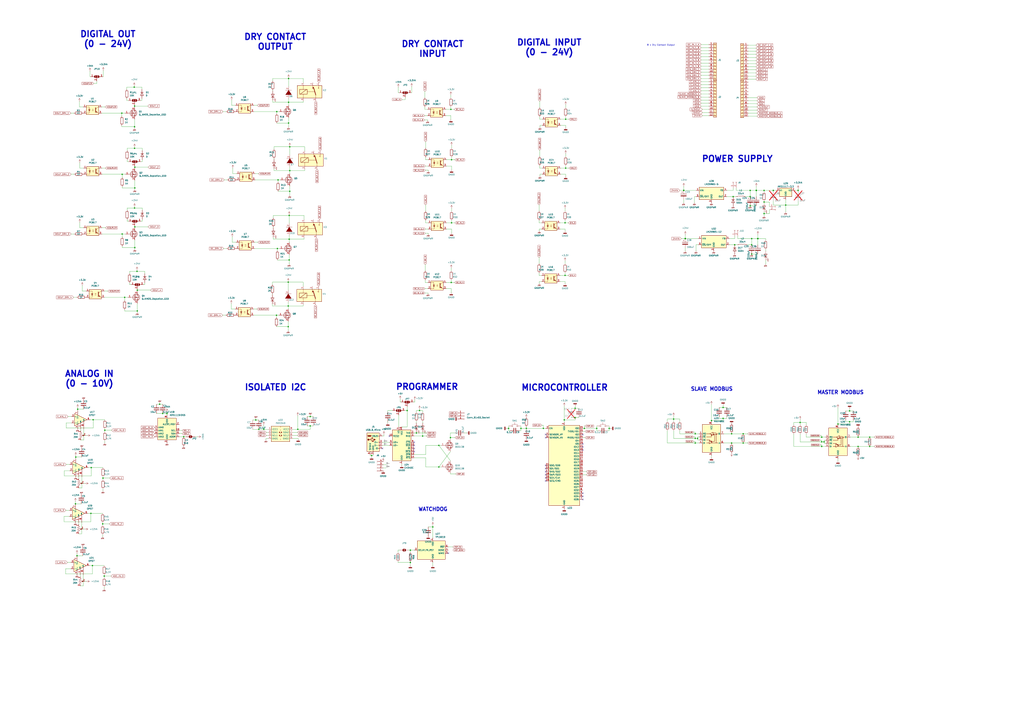
<source format=kicad_sch>
(kicad_sch (version 20231120) (generator "eeschema") (generator_version "8.0")
  (paper "A1")
  (junction (at 236.982 101.092))
  (junction (at 622.427 196.088))
  (junction (at 464.058 183.134))
  (junction (at 561.467 156.464))
  (junction (at 102.362 244.348))
  (junction (at 237.998 157.226))
  (junction (at 593.852 343.789))
  (junction (at 600.837 364.109))
  (junction (at 244.602 352.806))
  (junction (at 355.473 433.07))
  (junction (at 610.362 364.109))
  (junction (at 593.852 334.899))
  (junction (at 110.744 186.436))
  (junction (at 463.423 345.059))
  (junction (at 75.946 464.82))
  (junction (at 110.744 203.454))
  (junction (at 553.212 344.424))
  (junction (at 621.157 156.4961))
  (junction (at 610.362 356.489))
  (junction (at 584.327 345.694))
  (junction (at 305.181 374.269))
  (junction (at 212.598 352.806))
  (junction (at 337.058 462.28))
  (junction (at 370.332 89.916))
  (junction (at 674.878 363.093))
  (junction (at 110.49 87.122))
  (junction (at 237.998 140.208))
  (junction (at 622.427 196.1201))
  (junction (at 464.566 97.9881))
  (junction (at 61.976 414.02))
  (junction (at 334.391 337.439))
  (junction (at 112.522 223.012))
  (junction (at 370.84 183.134))
  (junction (at 237.49 213.614))
  (junction (at 86.106 353.568))
  (junction (at 602.107 161.544))
  (junction (at 627.507 175.514))
  (junction (at 254.762 342.392))
  (junction (at 562.864 196.088))
  (junction (at 676.783 363.093))
  (junction (at 697.738 346.583))
  (junction (at 617.347 196.088))
  (junction (at 472.313 343.154))
  (junction (at 236.982 84.074))
  (junction (at 337.058 452.12))
  (junction (at 616.077 156.464))
  (junction (at 621.157 156.464))
  (junction (at 655.447 156.464))
  (junction (at 617.347 201.168))
  (junction (at 84.328 430.53))
  (junction (at 562.737 196.088))
  (junction (at 688.213 348.488))
  (junction (at 603.377 201.168))
  (junction (at 417.703 352.044))
  (junction (at 74.676 421.894))
  (junction (at 227.33 91.694))
  (junction (at 627.507 156.464))
  (junction (at 150.876 358.902))
  (junction (at 427.863 352.044))
  (junction (at 464.058 226.314))
  (junction (at 657.098 347.218))
  (junction (at 490.093 352.044))
  (junction (at 216.662 352.806))
  (junction (at 674.878 366.903))
  (junction (at 347.091 358.394))
  (junction (at 704.723 359.283))
  (junction (at 85.598 473.456))
  (junction (at 472.313 335.534))
  (junction (at 76.454 344.932))
  (junction (at 110.49 121.92))
  (junction (at 110.49 170.942))
  (junction (at 704.723 366.903))
  (junction (at 616.077 161.544))
  (junction (at 697.738 337.693))
  (junction (at 63.754 336.296))
  (junction (at 100.076 92.964))
  (junction (at 131.064 332.232))
  (junction (at 100.33 143.256))
  (junction (at 237.49 196.596))
  (junction (at 561.594 156.464))
  (junction (at 370.84 131.318))
  (junction (at 228.346 147.828))
  (junction (at 84.582 392.938))
  (junction (at 714.248 366.903))
  (junction (at 617.347 208.788))
  (junction (at 570.992 356.489))
  (junction (at 479.933 352.044))
  (junction (at 360.426 366.014))
  (junction (at 627.507 165.989))
  (junction (at 236.982 64.516))
  (junction (at 236.728 231.902))
  (junction (at 110.744 137.414))
  (junction (at 370.586 232.156))
  (junction (at 344.551 337.439))
  (junction (at 110.236 71.628))
  (junction (at 570.992 364.109))
  (junction (at 237.49 177.038))
  (junction (at 210.058 345.186))
  (junction (at 236.728 251.46))
  (junction (at 236.728 268.478))
  (junction (at 137.16 339.852))
  (junction (at 227.076 259.08))
  (junction (at 500.253 352.044))
  (junction (at 645.287 168.529))
  (junction (at 360.426 383.794))
  (junction (at 110.49 104.14))
  (junction (at 63.246 456.692))
  (junction (at 74.93 384.302))
  (junction (at 112.776 255.524))
  (junction (at 714.248 359.283))
  (junction (at 464.566 138.176))
  (junction (at 369.951 359.664))
  (junction (at 100.33 192.278))
  (junction (at 112.776 238.506))
  (junction (at 446.278 352.044))
  (junction (at 133.604 339.852))
  (junction (at 227.838 204.216))
  (junction (at 237.998 120.65))
  (junction (at 674.878 359.283))
  (junction (at 600.837 356.489))
  (junction (at 432.308 352.044))
  (junction (at 570.992 360.299))
  (junction (at 616.077 169.164))
  (junction (at 635.127 156.464))
  (junction (at 254.762 350.012))
  (junction (at 62.23 375.666))
  (junction (at 342.011 355.854))
  (junction (at 110.744 154.432))
  (junction (at 572.897 360.299))
  (no_connect (at 478.663 369.824))
  (no_connect (at 448.183 382.524))
  (no_connect (at 448.183 390.144))
  (no_connect (at 478.663 357.124))
  (no_connect (at 340.106 368.554))
  (no_connect (at 478.663 407.924))
  (no_connect (at 314.071 368.554))
  (no_connect (at 448.183 359.664))
  (no_connect (at 448.183 385.064))
  (no_connect (at 319.786 358.394))
  (no_connect (at 478.663 367.284))
  (no_connect (at 478.663 410.464))
  (no_connect (at 340.106 363.474))
  (no_connect (at 448.183 395.224))
  (no_connect (at 340.106 371.094))
  (no_connect (at 448.183 357.124))
  (no_connect (at 448.183 387.604))
  (no_connect (at 448.183 392.684))
  (no_connect (at 478.663 364.744))
  (no_connect (at 368.173 454.66))
  (no_connect (at 340.106 366.014))
  (no_connect (at 478.663 405.384))
  (wire (pts (xy 249.682 195.58) (xy 249.682 196.596)))
  (wire (pts (xy 569.722 359.029) (xy 570.992 359.029)))
  (wire (pts (xy 603.377 196.088) (xy 598.932 196.088)))
  (wire (pts (xy 575.818 51.816) (xy 582.168 51.816)))
  (wire (pts (xy 674.878 363.093) (xy 676.783 363.093)))
  (wire (pts (xy 110.236 71.628) (xy 116.586 71.628)))
  (wire (pts (xy 236.982 64.516) (xy 236.982 70.866)))
  (wire (pts (xy 612.267 161.544) (xy 616.077 161.544)))
  (wire (pts (xy 63.754 336.296) (xy 63.754 337.312)))
  (wire (pts (xy 351.663 433.07) (xy 355.473 433.07)))
  (wire (pts (xy 69.596 477.774) (xy 70.866 477.774)))
  (wire (pts (xy 631.952 165.989) (xy 627.507 165.989)))
  (wire (pts (xy 340.106 376.174) (xy 349.631 376.174)))
  (wire (pts (xy 559.562 196.088) (xy 562.737 196.088)))
  (wire (pts (xy 237.998 120.65) (xy 237.998 120.142)))
  (wire (pts (xy 704.723 359.283) (xy 714.248 359.283)))
  (wire (pts (xy 65.532 182.626) (xy 65.532 187.198)))
  (wire (pts (xy 603.377 194.183) (xy 603.377 196.088)))
  (wire (pts (xy 67.31 401.066) (xy 67.31 391.922)))
  (wire (pts (xy 254.762 342.392) (xy 257.302 342.392)))
  (wire (pts (xy 442.722 224.282) (xy 442.722 226.314)))
  (wire (pts (xy 64.77 391.922) (xy 64.77 393.446)))
  (wire (pts (xy 100.33 143.256) (xy 100.33 145.796)))
  (wire (pts (xy 65.532 133.604) (xy 65.532 138.176)))
  (wire (pts (xy 102.362 255.524) (xy 112.776 255.524)))
  (wire (pts (xy 360.426 383.794) (xy 362.331 383.794)))
  (wire (pts (xy 443.23 95.9561) (xy 443.23 97.9881)))
  (wire (pts (xy 657.098 363.093) (xy 674.878 363.093)))
  (wire (pts (xy 67.056 375.666) (xy 62.23 375.666)))
  (wire (pts (xy 112.776 238.506) (xy 123.698 238.506)))
  (wire (pts (xy 674.878 365.633) (xy 674.878 366.903)))
  (wire (pts (xy 55.372 462.28) (xy 58.166 462.28)))
  (wire (pts (xy 562.737 196.088) (xy 562.864 196.088)))
  (wire (pts (xy 575.818 74.676) (xy 582.168 74.676)))
  (wire (pts (xy 67.564 239.268) (xy 70.612 239.268)))
  (wire (pts (xy 443.23 97.9881) (xy 445.262 97.9881)))
  (wire (pts (xy 676.783 364.363) (xy 678.053 364.363)))
  (wire (pts (xy 252.222 350.012) (xy 254.762 350.012)))
  (wire (pts (xy 315.341 358.394) (xy 315.341 357.124)))
  (wire (pts (xy 74.676 421.894) (xy 72.136 421.894)))
  (wire (pts (xy 102.362 244.348) (xy 105.156 244.348)))
  (wire (pts (xy 575.818 87.376) (xy 582.168 87.376)))
  (wire (pts (xy 64.77 401.066) (xy 67.31 401.066)))
  (wire (pts (xy 73.914 62.992) (xy 74.422 62.992)))
  (wire (pts (xy 463.423 333.629) (xy 463.423 345.059)))
  (wire (pts (xy 548.132 364.109) (xy 570.992 364.109)))
  (wire (pts (xy 676.783 361.823) (xy 676.783 363.093)))
  (wire (pts (xy 84.582 62.992) (xy 84.836 62.992)))
  (wire (pts (xy 446.278 349.504) (xy 446.278 352.044)))
  (wire (pts (xy 349.25 222.504) (xy 349.25 217.3681)))
  (wire (pts (xy 227.33 91.694) (xy 229.362 91.694)))
  (wire (pts (xy 110.49 104.14) (xy 110.49 105.41)))
  (wire (pts (xy 657.098 347.218) (xy 662.178 347.218)))
  (wire (pts (xy 426.593 353.949) (xy 427.863 353.949)))
  (wire (pts (xy 65.532 187.198) (xy 68.58 187.198)))
  (wire (pts (xy 68.326 434.848) (xy 69.596 434.848)))
  (wire (pts (xy 370.84 129.286) (xy 370.84 131.318)))
  (wire (pts (xy 133.604 339.852) (xy 137.16 339.852)))
  (wire (pts (xy 53.848 467.36) (xy 53.848 471.678)))
  (wire (pts (xy 366.776 136.398) (xy 370.84 136.398)))
  (wire (pts (xy 118.872 232.41) (xy 118.872 233.934)))
  (wire (pts (xy 60.452 244.348) (xy 62.992 244.348)))
  (wire (pts (xy 248.92 231.902) (xy 236.728 231.902)))
  (wire (pts (xy 622.427 201.168) (xy 622.427 196.1201)))
  (wire (pts (xy 370.332 89.916) (xy 373.126 89.916)))
  (wire (pts (xy 240.538 357.886) (xy 244.348 357.886)))
  (wire (pts (xy 244.602 341.63) (xy 244.602 352.806)))
  (wire (pts (xy 605.917 194.183) (xy 605.917 196.088)))
  (wire (pts (xy 237.49 177.038) (xy 237.49 176.53)))
  (wire (pts (xy 349.631 376.174) (xy 349.631 383.794)))
  (wire (pts (xy 210.058 344.17) (xy 210.058 345.186)))
  (wire (pts (xy 225.044 140.208) (xy 237.998 140.208)))
  (wire (pts (xy 237.998 140.208) (xy 250.19 140.208)))
  (wire (pts (xy 614.553 49.784) (xy 620.903 49.784)))
  (wire (pts (xy 86.106 352.552) (xy 86.106 353.568)))
  (wire (pts (xy 464.566 95.9561) (xy 464.566 97.9881)))
  (wire (pts (xy 86.106 362.458) (xy 86.106 363.982)))
  (wire (pts (xy 370.332 94.996) (xy 370.332 98.298)))
  (wire (pts (xy 570.992 364.109) (xy 574.167 364.109)))
  (wire (pts (xy 54.356 381.762) (xy 57.15 381.762)))
  (wire (pts (xy 227.076 260.858) (xy 227.076 259.08)))
  (wire (pts (xy 548.132 344.424) (xy 553.212 344.424)))
  (wire (pts (xy 621.157 156.464) (xy 627.507 156.464)))
  (wire (pts (xy 227.33 101.092) (xy 236.982 101.092)))
  (wire (pts (xy 112.522 223.012) (xy 118.872 223.012)))
  (wire (pts (xy 326.898 462.28) (xy 337.058 462.28)))
  (wire (pts (xy 236.982 84.074) (xy 249.174 84.074)))
  (wire (pts (xy 645.287 164.084) (xy 645.287 168.529)))
  (wire (pts (xy 490.093 352.044) (xy 479.933 352.044)))
  (wire (pts (xy 446.278 352.044) (xy 448.183 352.044)))
  (wire (pts (xy 150.876 358.902) (xy 150.876 359.156)))
  (wire (pts (xy 464.566 103.0681) (xy 464.566 104.8461)))
  (wire (pts (xy 472.313 343.154) (xy 475.488 343.154)))
  (wire (pts (xy 326.898 461.645) (xy 326.898 462.28)))
  (wire (pts (xy 106.426 223.012) (xy 112.522 223.012)))
  (wire (pts (xy 370.84 131.318) (xy 366.776 131.318)))
  (wire (pts (xy 85.598 472.44) (xy 85.598 473.456)))
  (wire (pts (xy 105.664 181.864) (xy 104.394 181.864)))
  (wire (pts (xy 417.703 352.044) (xy 417.703 350.139)))
  (wire (pts (xy 209.55 147.828) (xy 228.346 147.828)))
  (wire (pts (xy 227.076 268.478) (xy 236.728 268.478)))
  (wire (pts (xy 79.502 68.58) (xy 76.962 68.58)))
  (wire (pts (xy 64.516 438.658) (xy 67.056 438.658)))
  (wire (pts (xy 614.553 39.624) (xy 620.903 39.624)))
  (wire (pts (xy 65.786 481.584) (xy 68.326 481.584)))
  (wire (pts (xy 224.028 82.423) (xy 224.028 84.074)))
  (wire (pts (xy 673.608 365.633) (xy 674.878 365.633)))
  (wire (pts (xy 303.911 373.634) (xy 303.911 374.269)))
  (wire (pts (xy 464.058 226.314) (xy 466.852 226.314)))
  (wire (pts (xy 240.538 352.806) (xy 244.602 352.806)))
  (wire (pts (xy 594.487 364.109) (xy 600.837 364.109)))
  (wire (pts (xy 52.832 391.16) (xy 74.93 391.16)))
  (wire (pts (xy 228.346 147.828) (xy 230.378 147.828)))
  (wire (pts (xy 67.564 234.696) (xy 67.564 239.268)))
  (wire (pts (xy 370.84 131.318) (xy 373.634 131.318)))
  (wire (pts (xy 183.134 91.694) (xy 185.674 91.694)))
  (wire (pts (xy 349.504 173.482) (xy 349.504 168.3461)))
  (wire (pts (xy 74.93 384.302) (xy 84.582 384.302)))
  (wire (pts (xy 616.077 169.164) (xy 621.157 169.164)))
  (wire (pts (xy 443.23 138.176) (xy 445.262 138.176)))
  (wire (pts (xy 83.82 143.256) (xy 100.33 143.256)))
  (wire (pts (xy 590.677 342.519) (xy 590.677 343.789)))
  (wire (pts (xy 84.328 430.53) (xy 84.328 431.8)))
  (wire (pts (xy 621.157 156.4961) (xy 621.157 156.464)))
  (wire (pts (xy 594.487 356.489) (xy 600.837 356.489)))
  (wire (pts (xy 652.018 349.123) (xy 652.018 347.218)))
  (wire (pts (xy 464.058 224.282) (xy 464.058 226.314)))
  (wire (pts (xy 698.373 359.283) (xy 704.723 359.283)))
  (wire (pts (xy 600.837 356.489) (xy 600.837 355.854)))
  (wire (pts (xy 427.863 352.044) (xy 432.308 352.044)))
  (wire (pts (xy 67.056 438.658) (xy 67.056 429.514)))
  (wire (pts (xy 614.553 59.944) (xy 620.776 59.944)))
  (wire (pts (xy 55.88 342.392) (xy 58.674 342.392)))
  (wire (pts (xy 572.897 361.569) (xy 574.167 361.569)))
  (wire (pts (xy 66.294 352.552) (xy 66.294 354.076)))
  (wire (pts (xy 249.682 177.038) (xy 237.49 177.038)))
  (wire (pts (xy 84.836 62.992) (xy 84.836 57.912)))
  (wire (pts (xy 68.58 397.256) (xy 69.85 397.256)))
  (wire (pts (xy 351.79 139.954) (xy 351.79 140.462)))
  (wire (pts (xy 575.818 46.736) (xy 582.168 46.736)))
  (wire (pts (xy 110.744 186.436) (xy 110.744 187.198)))
  (wire (pts (xy 104.394 121.92) (xy 110.49 121.92)))
  (wire (pts (xy 464.566 97.9881) (xy 467.36 97.9881)))
  (wire (pts (xy 369.951 359.664) (xy 373.761 359.664)))
  (wire (pts (xy 112.522 223.012) (xy 112.522 221.996)))
  (wire (pts (xy 223.774 249.809) (xy 223.774 251.46)))
  (wire (pts (xy 714.248 366.903) (xy 718.058 366.903)))
  (wire (pts (xy 104.14 82.55) (xy 104.14 81.026)))
  (wire (pts (xy 100.33 192.278) (xy 100.33 194.818)))
  (wire (pts (xy 102.362 254.508) (xy 102.362 255.524)))
  (wire (pts (xy 444.754 188.214) (xy 442.976 188.214)))
  (wire (pts (xy 370.332 89.916) (xy 366.268 89.916)))
  (wire (pts (xy 553.212 341.884) (xy 553.212 344.424)))
  (wire (pts (xy 212.598 352.806) (xy 216.662 352.806)))
  (wire (pts (xy 104.394 170.942) (xy 110.49 170.942)))
  (wire (pts (xy 662.178 347.218) (xy 662.178 349.123)))
  (wire (pts (xy 85.852 239.268) (xy 88.646 239.268)))
  (wire (pts (xy 593.852 343.789) (xy 597.027 343.789)))
  (wire (pts (xy 370.84 181.102) (xy 370.84 183.134)))
  (wire (pts (xy 128.524 332.232) (xy 131.064 332.232)))
  (wire (pts (xy 190.246 86.614) (xy 193.294 86.614)))
  (wire (pts (xy 464.058 183.134) (xy 459.994 183.134)))
  (wire (pts (xy 572.897 360.299) (xy 572.897 361.569)))
  (wire (pts (xy 562.864 196.088) (xy 562.864 192.786)))
  (wire (pts (xy 110.49 87.122) (xy 110.49 87.884)))
  (wire (pts (xy 349.504 183.134) (xy 351.536 183.134)))
  (wire (pts (xy 52.832 386.842) (xy 52.832 391.16)))
  (wire (pts (xy 694.563 345.313) (xy 694.563 346.583)))
  (wire (pts (xy 244.856 360.426) (xy 244.856 360.934)))
  (wire (pts (xy 347.091 358.394) (xy 350.266 358.394)))
  (wire (pts (xy 674.878 358.013) (xy 674.878 359.283)))
  (wire (pts (xy 369.951 389.509) (xy 369.951 388.874)))
  (wire (pts (xy 248.92 250.444) (xy 248.92 251.46)))
  (wire (pts (xy 576.834 89.916) (xy 582.168 89.916)))
  (wire (pts (xy 593.852 345.694) (xy 593.852 343.789)))
  (wire (pts (xy 240.538 355.346) (xy 244.348 355.346)))
  (wire (pts (xy 614.553 62.484) (xy 620.776 62.484)))
  (wire (pts (xy 662.178 359.283) (xy 674.878 359.283)))
  (wire (pts (xy 370.84 183.134) (xy 373.634 183.134)))
  (wire (pts (xy 366.522 237.236) (xy 370.586 237.236)))
  (wire (pts (xy 370.332 77.978) (xy 370.332 80.264)))
  (wire (pts (xy 635.127 165.354) (xy 635.127 168.529)))
  (wire (pts (xy 427.863 353.949) (xy 427.863 352.044)))
  (wire (pts (xy 107.696 233.934) (xy 106.426 233.934)))
  (wire (pts (xy 572.897 359.029) (xy 572.897 360.299)))
  (wire (pts (xy 183.642 204.216) (xy 186.182 204.216)))
  (wire (pts (xy 622.4762 192.7662) (xy 622.4762 196.1201)))
  (wire (pts (xy 571.627 201.168) (xy 571.627 206.248)))
  (wire (pts (xy 248.92 235.204) (xy 248.92 231.902)))
  (wire (pts (xy 348.996 87.884) (xy 348.996 89.916)))
  (wire (pts (xy 223.774 251.46) (xy 236.728 251.46)))
  (wire (pts (xy 370.84 183.134) (xy 366.776 183.134)))
  (wire (pts (xy 575.818 64.516) (xy 582.168 64.516)))
  (wire (pts (xy 500.253 352.044) (xy 500.253 353.949)))
  (wire (pts (xy 598.932 201.168) (xy 603.377 201.168)))
  (wire (pts (xy 112.776 255.524) (xy 112.776 256.794)))
  (wire (pts (xy 662.178 356.743) (xy 662.178 359.283)))
  (wire (pts (xy 327.406 341.249) (xy 327.406 350.774)))
  (wire (pts (xy 65.278 87.884) (xy 68.326 87.884)))
  (wire (pts (xy 54.102 419.354) (xy 56.896 419.354)))
  (wire (pts (xy 714.248 359.283) (xy 718.058 359.283)))
  (wire (pts (xy 575.818 44.196) (xy 582.168 44.196)))
  (wire (pts (xy 131.064 332.232) (xy 133.604 332.232)))
  (wire (pts (xy 110.49 170.942) (xy 110.49 169.926)))
  (wire (pts (xy 218.44 360.426) (xy 218.44 361.442)))
  (wire (pts (xy 105.664 132.842) (xy 104.394 132.842)))
  (wire (pts (xy 355.473 431.8) (xy 355.473 433.07)))
  (wire (pts (xy 678.053 361.823) (xy 676.783 361.823)))
  (wire (pts (xy 351.282 98.552) (xy 351.282 99.06)))
  (wire (pts (xy 464.058 226.314) (xy 459.994 226.314)))
  (wire (pts (xy 100.33 203.454) (xy 110.744 203.454)))
  (wire (pts (xy 445.262 143.256) (xy 443.484 143.256)))
  (wire (pts (xy 340.106 358.394) (xy 347.091 358.394)))
  (wire (pts (xy 118.872 233.934) (xy 117.856 233.934)))
  (wire (pts (xy 70.104 357.886) (xy 71.374 357.886)))
  (wire (pts (xy 442.722 216.662) (xy 442.722 211.5261)))
  (wire (pts (xy 605.917 196.088) (xy 617.347 196.088)))
  (wire (pts (xy 62.23 375.666) (xy 62.23 376.682)))
  (wire (pts (xy 558.292 353.949) (xy 558.292 356.489)))
  (wire (pts (xy 603.377 201.168) (xy 605.917 201.168)))
  (wire (pts (xy 189.992 254) (xy 193.04 254)))
  (wire (pts (xy 443.23 128.524) (xy 443.23 123.3881)))
  (wire (pts (xy 432.308 352.044) (xy 446.278 352.044)))
  (wire (pts (xy 249.682 180.34) (xy 249.682 177.038)))
  (wire (pts (xy 334.391 337.439) (xy 334.391 350.774)))
  (wire (pts (xy 614.553 57.404) (xy 620.776 57.404)))
  (wire (pts (xy 147.32 353.822) (xy 149.606 353.822)))
  (wire (pts (xy 614.553 85.344) (xy 621.792 85.344)))
  (wire (pts (xy 91.694 353.568) (xy 86.106 353.568)))
  (wire (pts (xy 464.566 126.238) (xy 464.566 128.524)))
  (wire (pts (xy 237.998 137.16) (xy 237.998 140.208)))
  (wire (pts (xy 209.042 204.216) (xy 227.838 204.216)))
  (wire (pts (xy 84.582 401.828) (xy 84.582 403.352)))
  (wire (pts (xy 349.25 232.156) (xy 351.282 232.156)))
  (wire (pts (xy 334.391 334.264) (xy 334.391 337.439)))
  (wire (pts (xy 593.852 332.994) (xy 593.852 334.899)))
  (wire (pts (xy 351.79 191.77) (xy 351.79 192.278)))
  (wire (pts (xy 332.74 81.788) (xy 330.2 81.788)))
  (wire (pts (xy 575.818 79.756) (xy 582.168 79.756)))
  (wire (pts (xy 189.992 249.428) (xy 189.992 254)))
  (wire (pts (xy 370.586 232.156) (xy 366.522 232.156)))
  (wire (pts (xy 655.447 156.464) (xy 652.907 156.464)))
  (wire (pts (xy 63.246 456.692) (xy 63.246 457.2)))
  (wire (pts (xy 63.246 454.914) (xy 63.246 456.692)))
  (wire (pts (xy 326.898 452.12) (xy 328.168 452.12)))
  (wire (pts (xy 349.25 136.398) (xy 351.536 136.398)))
  (wire (pts (xy 597.027 156.464) (xy 602.107 156.464)))
  (wire (pts (xy 106.426 233.934) (xy 106.426 232.41)))
  (wire (pts (xy 227.838 213.614) (xy 237.49 213.614)))
  (wire (pts (xy 58.166 467.36) (xy 53.848 467.36)))
  (wire (pts (xy 478.663 359.664) (xy 480.568 359.664)))
  (wire (pts (xy 628.777 204.978) (xy 628.777 206.248)))
  (wire (pts (xy 64.516 429.514) (xy 64.516 431.038)))
  (wire (pts (xy 236.728 264.16) (xy 236.728 268.478)))
  (wire (pts (xy 318.516 337.439) (xy 322.326 337.439)))
  (wire (pts (xy 216.662 349.25) (xy 216.662 352.806)))
  (wire (pts (xy 236.728 254) (xy 236.728 251.46)))
  (wire (pts (xy 614.553 37.084) (xy 620.903 37.084)))
  (wire (pts (xy 116.84 123.698) (xy 116.84 121.92)))
  (wire (pts (xy 236.982 101.092) (xy 236.982 104.394)))
  (wire (pts (xy 58.42 192.278) (xy 60.96 192.278)))
  (wire (pts (xy 254.762 350.012) (xy 257.302 350.012)))
  (wire (pts (xy 628.777 213.868) (xy 628.777 217.043)))
  (wire (pts (xy 305.181 374.269) (xy 305.181 375.539)))
  (wire (pts (xy 340.741 328.549) (xy 340.741 330.454)))
  (wire (pts (xy 622.427 196.1201) (xy 622.427 196.088)))
  (wire (pts (xy 442.976 188.214) (xy 442.976 189.738)))
  (wire (pts (xy 627.507 174.244) (xy 627.507 175.514)))
  (wire (pts (xy 369.951 355.854) (xy 369.951 359.664)))
  (wire (pts (xy 106.426 224.79) (xy 106.426 223.012)))
  (wire (pts (xy 147.32 356.362) (xy 149.606 356.362)))
  (wire (pts (xy 116.586 81.026) (xy 116.586 82.55)))
  (wire (pts (xy 348.996 240.792) (xy 351.536 240.792)))
  (wire (pts (xy 118.872 224.79) (xy 118.872 223.012)))
  (wire (pts (xy 79.502 66.802) (xy 79.502 68.58)))
  (wire (pts (xy 75.946 464.82) (xy 85.598 464.82)))
  (wire (pts (xy 90.17 392.938) (xy 84.582 392.938)))
  (wire (pts (xy 227.838 205.994) (xy 227.838 204.216)))
  (wire (pts (xy 128.524 339.852) (xy 133.604 339.852)))
  (wire (pts (xy 688.213 348.488) (xy 697.738 348.488)))
  (wire (pts (xy 327.152 71.628) (xy 327.152 76.2)))
  (wire (pts (xy 360.426 366.014) (xy 362.331 366.014)))
  (wire (pts (xy 575.818 69.596) (xy 582.168 69.596)))
  (wire (pts (xy 370.586 230.124) (xy 370.586 232.156)))
  (wire (pts (xy 236.982 96.774) (xy 236.982 101.092)))
  (wire (pts (xy 225.044 138.557) (xy 225.044 140.208)))
  (wire (pts (xy 617.347 196.088) (xy 617.347 201.168)))
  (wire (pts (xy 370.586 232.156) (xy 373.38 232.156)))
  (wire (pts (xy 348.996 237.236) (xy 351.282 237.236)))
  (wire (pts (xy 348.996 80.264) (xy 348.996 75.1281)))
  (wire (pts (xy 655.447 168.529) (xy 645.287 168.529)))
  (wire (pts (xy 249.174 67.818) (xy 249.174 64.516)))
  (wire (pts (xy 627.507 156.464) (xy 627.507 157.734)))
  (wire (pts (xy 460.502 103.0681) (xy 464.566 103.0681)))
  (wire (pts (xy 104.394 181.864) (xy 104.394 180.34)))
  (wire (pts (xy 614.553 44.704) (xy 620.903 44.704)))
  (wire (pts (xy 86.106 353.568) (xy 86.106 354.838)))
  (wire (pts (xy 464.566 97.9881) (xy 460.502 97.9881)))
  (wire (pts (xy 381.381 355.854) (xy 383.286 355.854)))
  (wire (pts (xy 570.992 355.219) (xy 570.992 356.489)))
  (wire (pts (xy 469.138 335.534) (xy 472.313 335.534)))
  (wire (pts (xy 237.49 213.614) (xy 237.49 216.916)))
  (wire (pts (xy 104.14 71.628) (xy 110.236 71.628)))
  (wire (pts (xy 89.916 430.53) (xy 84.328 430.53)))
  (wire (pts (xy 576.834 92.456) (xy 582.168 92.456)))
  (wire (pts (xy 478.663 387.604) (xy 481.584 387.604)))
  (wire (pts (xy 443.23 136.144) (xy 443.23 138.176)))
  (wire (pts (xy 110.744 197.358) (xy 110.744 203.454)))
  (wire (pts (xy 110.744 137.414) (xy 110.744 138.176)))
  (wire (pts (xy 348.996 89.916) (xy 351.028 89.916)))
  (wire (pts (xy 501.523 352.044) (xy 500.253 352.044)))
  (wire (pts (xy 237.998 157.226) (xy 237.998 160.528)))
  (wire (pts (xy 110.744 203.454) (xy 110.744 204.724)))
  (wire (pts (xy 500.253 350.139) (xy 500.253 352.044)))
  (wire (pts (xy 370.332 87.884) (xy 370.332 89.916)))
  (wire (pts (xy 244.602 352.806) (xy 254.762 352.806)))
  (wire (pts (xy 116.586 73.406) (xy 116.586 71.628)))
  (wire (pts (xy 75.946 471.678) (xy 75.946 464.82)))
  (wire (pts (xy 597.027 161.544) (xy 602.107 161.544)))
  (wire (pts (xy 347.091 337.439) (xy 347.091 338.709)))
  (wire (pts (xy 66.802 414.02) (xy 61.976 414.02)))
  (wire (pts (xy 479.933 352.044) (xy 478.663 352.044)))
  (wire (pts (xy 335.788 452.12) (xy 337.058 452.12)))
  (wire (pts (xy 464.058 214.376) (xy 464.058 216.662)))
  (wire (pts (xy 351.536 240.792) (xy 351.536 241.3)))
  (wire (pts (xy 68.58 336.296) (xy 63.754 336.296)))
  (wire (pts (xy 574.167 359.029) (xy 572.897 359.029)))
  (wire (pts (xy 224.028 66.548) (xy 224.028 64.516)))
  (wire (pts (xy 657.098 356.743) (xy 657.098 363.093)))
  (wire (pts (xy 571.627 161.544) (xy 570.357 161.544)))
  (wire (pts (xy 617.347 208.788) (xy 622.427 208.788)))
  (wire (pts (xy 75.946 464.82) (xy 73.406 464.82)))
  (wire (pts (xy 150.876 358.902) (xy 152.654 358.902)))
  (wire (pts (xy 652.018 347.218) (xy 657.098 347.218)))
  (wire (pts (xy 254.762 341.376) (xy 254.762 342.392)))
  (wire (pts (xy 83.82 138.176) (xy 86.614 138.176)))
  (wire (pts (xy 614.553 80.264) (xy 621.792 80.264)))
  (wire (pts (xy 584.327 332.359) (xy 584.327 345.694)))
  (wire (pts (xy 303.911 374.269) (xy 305.181 374.269)))
  (wire (pts (xy 105.41 82.55) (xy 104.14 82.55)))
  (wire (pts (xy 366.776 188.214) (xy 370.84 188.214)))
  (wire (pts (xy 58.166 92.964) (xy 60.706 92.964)))
  (wire (pts (xy 224.536 196.596) (xy 237.49 196.596)))
  (wire (pts (xy 337.82 76.2) (xy 338.074 76.2)))
  (wire (pts (xy 66.294 361.696) (xy 68.834 361.696)))
  (wire (pts (xy 674.878 361.823) (xy 674.878 363.093)))
  (wire (pts (xy 52.578 424.434) (xy 52.578 428.752)))
  (wire (pts (xy 575.818 82.296) (xy 582.168 82.296)))
  (wire (pts (xy 614.553 52.324) (xy 620.903 52.324)))
  (wire (pts (xy 602.107 161.544) (xy 604.647 161.544)))
  (wire (pts (xy 442.976 231.394) (xy 442.976 232.918)))
  (wire (pts (xy 575.818 39.116) (xy 582.168 39.116)))
  (wire (pts (xy 249.174 64.516) (xy 236.982 64.516)))
  (wire (pts (xy 472.313 335.534) (xy 475.488 335.534)))
  (wire (pts (xy 110.49 121.92) (xy 116.84 121.92)))
  (wire (pts (xy 116.84 172.72) (xy 116.84 170.942)))
  (wire (pts (xy 314.071 358.394) (xy 315.341 358.394)))
  (wire (pts (xy 100.33 143.256) (xy 103.124 143.256)))
  (wire (pts (xy 548.132 353.949) (xy 548.132 364.109)))
  (wire (pts (xy 464.566 138.176) (xy 460.502 138.176)))
  (wire (pts (xy 61.976 411.988) (xy 61.976 414.02)))
  (wire (pts (xy 575.818 49.276) (xy 582.168 49.276)))
  (wire (pts (xy 700.913 346.583) (xy 700.913 345.313)))
  (wire (pts (xy 85.852 244.348) (xy 102.362 244.348)))
  (wire (pts (xy 443.484 143.256) (xy 443.484 144.78)))
  (wire (pts (xy 110.49 87.122) (xy 121.412 87.122)))
  (wire (pts (xy 614.553 65.024) (xy 620.776 65.024)))
  (wire (pts (xy 349.631 383.794) (xy 360.426 383.794)))
  (wire (pts (xy 110.744 137.414) (xy 121.666 137.414)))
  (wire (pts (xy 604.647 154.559) (xy 604.647 156.464)))
  (wire (pts (xy 340.741 330.454) (xy 339.471 330.454)))
  (wire (pts (xy 704.723 366.903) (xy 704.723 367.538)))
  (wire (pts (xy 627.507 156.464) (xy 635.127 156.464)))
  (wire (pts (xy 697.738 346.583) (xy 700.913 346.583)))
  (wire (pts (xy 190.754 199.136) (xy 193.802 199.136)))
  (wire (pts (xy 548.132 346.329) (xy 548.132 344.424)))
  (wire (pts (xy 73.914 58.42) (xy 73.914 62.992)))
  (wire (pts (xy 464.566 143.256) (xy 464.566 145.034)))
  (wire (pts (xy 480.568 350.139) (xy 479.933 350.139)))
  (wire (pts (xy 459.994 231.394) (xy 464.058 231.394)))
  (wire (pts (xy 432.308 352.044) (xy 432.308 353.314)))
  (wire (pts (xy 314.706 381.889) (xy 317.246 381.889)))
  (wire (pts (xy 220.218 360.426) (xy 218.44 360.426)))
  (wire (pts (xy 697.738 335.788) (xy 697.738 337.693)))
  (wire (pts (xy 237.49 196.596) (xy 249.682 196.596)))
  (wire (pts (xy 207.518 352.806) (xy 212.598 352.806)))
  (wire (pts (xy 553.212 344.424) (xy 553.212 346.329)))
  (wire (pts (xy 616.077 156.464) (xy 621.157 156.464)))
  (wire (pts (xy 628.777 196.088) (xy 628.777 197.358)))
  (wire (pts (xy 621.2062 156.4961) (xy 621.157 156.4961)))
  (wire (pts (xy 208.28 254) (xy 211.074 254)))
  (wire (pts (xy 100.076 92.964) (xy 102.87 92.964)))
  (wire (pts (xy 208.534 91.694) (xy 227.33 91.694)))
  (wire (pts (xy 369.951 378.714) (xy 360.426 366.014)))
  (wire (pts (xy 635.127 156.464) (xy 637.667 156.464)))
  (wire (pts (xy 184.15 147.828) (xy 186.69 147.828)))
  (wire (pts (xy 100.076 103.124) (xy 100.076 104.14)))
  (wire (pts (xy 610.362 364.109) (xy 614.172 364.109)))
  (wire (pts (xy 54.356 351.79) (xy 76.454 351.79)))
  (wire (pts (xy 349.25 191.77) (xy 351.79 191.77)))
  (wire (pts (xy 160.274 358.902) (xy 162.306 358.902)))
  (wire (pts (xy 575.818 72.136) (xy 582.168 72.136)))
  (wire (pts (xy 65.786 472.44) (xy 65.786 473.964)))
  (wire (pts (xy 54.356 347.472) (xy 54.356 351.79)))
  (wire (pts (xy 418.973 353.949) (xy 417.703 353.949)))
  (wire (pts (xy 76.454 351.79) (xy 76.454 344.932)))
  (wire (pts (xy 100.076 92.964) (xy 100.076 95.504)))
  (wire (pts (xy 604.647 156.464) (xy 616.077 156.464)))
  (wire (pts (xy 190.754 194.564) (xy 190.754 199.136)))
  (wire (pts (xy 53.848 471.678) (xy 75.946 471.678)))
  (wire (pts (xy 645.287 168.529) (xy 645.287 174.244)))
  (wire (pts (xy 100.33 202.438) (xy 100.33 203.454)))
  (wire (pts (xy 478.663 390.144) (xy 481.584 390.144)))
  (wire (pts (xy 674.878 366.903) (xy 678.053 366.903)))
  (wire (pts (xy 622.4762 196.1201) (xy 622.427 196.1201)))
  (wire (pts (xy 349.631 366.014) (xy 349.631 373.634)))
  (wire (pts (xy 340.106 355.854) (xy 342.011 355.854)))
  (wire (pts (xy 227.076 259.08) (xy 229.108 259.08)))
  (wire (pts (xy 84.582 391.922) (xy 84.582 392.938)))
  (wire (pts (xy 655.447 165.354) (xy 655.447 168.529)))
  (wire (pts (xy 562.864 196.088) (xy 573.532 196.088)))
  (wire (pts (xy 340.233 452.12) (xy 337.058 452.12)))
  (wire (pts (xy 112.776 237.744) (xy 112.776 238.506)))
  (wire (pts (xy 116.84 181.864) (xy 115.824 181.864)))
  (wire (pts (xy 472.313 343.154) (xy 472.313 345.059)))
  (wire (pts (xy 553.212 344.424) (xy 558.292 344.424)))
  (wire (pts (xy 490.093 350.139) (xy 490.093 352.044)))
  (wire (pts (xy 74.93 391.16) (xy 74.93 384.302)))
  (wire (pts (xy 347.091 346.329) (xy 347.091 347.599)))
  (wire (pts (xy 83.82 192.278) (xy 100.33 192.278)))
  (wire (pts (xy 349.504 181.102) (xy 349.504 183.134)))
  (wire (pts (xy 464.058 231.394) (xy 464.058 233.172)))
  (wire (pts (xy 91.186 473.456) (xy 85.598 473.456)))
  (wire (pts (xy 614.553 92.964) (xy 621.792 92.964)))
  (wire (pts (xy 254.762 352.806) (xy 254.762 350.012)))
  (wire (pts (xy 590.677 343.789) (xy 593.852 343.789)))
  (wire (pts (xy 223.774 231.902) (xy 236.728 231.902)))
  (wire (pts (xy 327.152 76.2) (xy 327.66 76.2)))
  (wire (pts (xy 237.49 177.038) (xy 237.49 183.388)))
  (wire (pts (xy 464.058 181.102) (xy 464.058 183.134)))
  (wire (pts (xy 347.091 355.219) (xy 347.091 358.394)))
  (wire (pts (xy 593.852 334.899) (xy 597.027 334.899)))
  (wire (pts (xy 191.262 142.748) (xy 194.31 142.748)))
  (wire (pts (xy 442.722 181.102) (xy 442.722 183.134)))
  (wire (pts (xy 348.742 94.996) (xy 351.028 94.996)))
  (wire (pts (xy 83.566 87.884) (xy 86.36 87.884)))
  (wire (pts (xy 337.058 452.12) (xy 337.058 454.025)))
  (wire (pts (xy 575.818 56.896) (xy 582.168 56.896)))
  (wire (pts (xy 558.292 356.489) (xy 570.992 356.489)))
  (wire (pts (xy 575.818 36.576) (xy 582.168 36.576)))
  (wire (pts (xy 84.328 429.514) (xy 84.328 430.53)))
  (wire (pts (xy 250.19 120.65) (xy 237.998 120.65)))
  (wire (pts (xy 478.663 354.584) (xy 480.568 354.584)))
  (wire (pts (xy 252.222 342.392) (xy 254.762 342.392)))
  (wire (pts (xy 614.553 54.864) (xy 620.903 54.864)))
  (wire (pts (xy 57.15 386.842) (xy 52.832 386.842)))
  (wire (pts (xy 561.594 156.464) (xy 571.627 156.464)))
  (wire (pts (xy 237.998 120.65) (xy 237.998 127)))
  (wire (pts (xy 469.138 343.154) (xy 472.313 343.154)))
  (wire (pts (xy 225.044 122.682) (xy 225.044 120.65)))
  (wire (pts (xy 617.347 196.088) (xy 622.427 196.088)))
  (wire (pts (xy 370.84 188.214) (xy 370.84 191.516)))
  (wire (pts (xy 652.018 356.743) (xy 652.018 366.903)))
  (wire (pts (xy 472.313 333.629) (xy 472.313 335.534)))
  (wire (pts (xy 553.212 360.299) (xy 570.992 360.299)))
  (wire (pts (xy 445.262 103.0681) (xy 443.484 103.0681)))
  (wire (pts (xy 655.447 155.194) (xy 655.447 156.464)))
  (wire (pts (xy 370.84 171.196) (xy 370.84 173.482)))
  (wire (pts (xy 600.837 364.109) (xy 600.837 364.744)))
  (wire (pts (xy 370.586 237.236) (xy 370.586 240.538)))
  (wire (pts (xy 56.896 424.434) (xy 52.578 424.434)))
  (wire (pts (xy 342.011 346.329) (xy 342.011 347.599)))
  (wire (pts (xy 370.84 119.38) (xy 370.84 121.666)))
  (wire (pts (xy 355.473 433.07) (xy 355.473 441.96)))
  (wire (pts (xy 635.127 156.464) (xy 635.127 157.734)))
  (wire (pts (xy 442.722 183.134) (xy 444.754 183.134)))
  (wire (pts (xy 228.346 149.606) (xy 228.346 147.828)))
  (wire (pts (xy 370.586 220.218) (xy 370.586 222.504)))
  (wire (pts (xy 110.744 186.436) (xy 121.666 186.436)))
  (wire (pts (xy 694.563 346.583) (xy 697.738 346.583)))
  (wire (pts (xy 490.093 353.949) (xy 491.363 353.949)))
  (wire (pts (xy 250.19 139.192) (xy 250.19 140.208)))
  (wire (pts (xy 464.058 171.196) (xy 464.058 173.482)))
  (wire (pts (xy 427.863 352.044) (xy 427.863 350.139)))
  (wire (pts (xy 83.82 187.198) (xy 86.614 187.198)))
  (wire (pts (xy 688.213 348.488) (xy 688.213 349.123)))
  (wire (pts (xy 614.553 47.244) (xy 620.903 47.244)))
  (wire (pts (xy 443.23 88.3361) (xy 443.23 83.2002)))
  (wire (pts (xy 240.538 360.426) (xy 244.856 360.426)))
  (wire (pts (xy 631.952 169.799) (xy 631.952 165.989)))
  (wire (pts (xy 209.042 199.136) (xy 211.836 199.136)))
  (wire (pts (xy 110.744 185.674) (xy 110.744 186.436)))
  (wire (pts (xy 688.213 377.063) (xy 688.213 378.968)))
  (wire (pts (xy 349.631 366.014) (xy 360.426 366.014)))
  (wire (pts (xy 635.127 168.529) (xy 645.287 168.529)))
  (wire (pts (xy 236.728 251.46) (xy 248.92 251.46)))
  (wire (pts (xy 236.728 268.478) (xy 236.728 271.78)))
  (wire (pts (xy 237.998 152.908) (xy 237.998 157.226)))
  (wire (pts (xy 218.694 357.886) (xy 220.218 357.886)))
  (wire (pts (xy 570.992 362.839) (xy 570.992 364.109)))
  (wire (pts (xy 84.328 439.42) (xy 84.328 440.944)))
  (wire (pts (xy 561.467 164.084) (xy 561.467 166.624)))
  (wire (pts (xy 616.077 156.464) (xy 616.077 161.544)))
  (wire (pts (xy 237.998 142.748) (xy 237.998 140.208)))
  (wire (pts (xy 329.946 350.774) (xy 334.391 350.774)))
  (wire (pts (xy 600.837 356.489) (xy 610.362 356.489)))
  (wire (pts (xy 570.992 356.489) (xy 574.167 356.489)))
  (wire (pts (xy 236.728 231.902) (xy 236.728 238.252)))
  (wire (pts (xy 227.838 204.216) (xy 229.87 204.216)))
  (wire (pts (xy 575.818 61.976) (xy 582.168 61.976)))
  (wire (pts (xy 445.008 349.504) (xy 446.278 349.504)))
  (wire (pts (xy 349.504 131.318) (xy 351.536 131.318)))
  (wire (pts (xy 657.098 347.218) (xy 657.098 349.123)))
  (wire (pts (xy 74.93 384.302) (xy 72.39 384.302)))
  (wire (pts (xy 58.42 143.256) (xy 60.96 143.256)))
  (wire (pts (xy 328.676 327.914) (xy 328.676 330.454)))
  (wire (pts (xy 76.454 344.932) (xy 86.106 344.932)))
  (wire (pts (xy 368.173 449.58) (xy 371.983 449.58)))
  (wire (pts (xy 100.33 192.278) (xy 103.124 192.278)))
  (wire (pts (xy 74.676 421.894) (xy 84.328 421.894)))
  (wire (pts (xy 570.357 161.544) (xy 570.357 166.624)))
  (wire (pts (xy 337.058 462.28) (xy 337.058 464.82)))
  (wire (pts (xy 576.834 94.996) (xy 582.168 94.996)))
  (wire (pts (xy 673.608 358.013) (xy 674.878 358.013)))
  (wire (pts (xy 498.983 353.949) (xy 500.253 353.949)))
  (wire (pts (xy 614.553 95.504) (xy 621.792 95.504)))
  (wire (pts (xy 558.292 156.464) (xy 561.467 156.464)))
  (wire (pts (xy 416.433 352.044) (xy 417.703 352.044)))
  (wire (pts (xy 348.742 98.552) (xy 351.282 98.552)))
  (wire (pts (xy 58.674 347.472) (xy 54.356 347.472)))
  (wire (pts (xy 600.837 364.109) (xy 610.362 364.109)))
  (wire (pts (xy 631.952 175.514) (xy 627.507 175.514)))
  (wire (pts (xy 228.346 157.226) (xy 237.998 157.226)))
  (wire (pts (xy 110.744 136.652) (xy 110.744 137.414)))
  (wire (pts (xy 631.952 172.339) (xy 631.952 175.514)))
  (wire (pts (xy 442.722 173.482) (xy 442.722 168.3461)))
  (wire (pts (xy 74.676 428.752) (xy 74.676 421.894)))
  (wire (pts (xy 584.327 345.694) (xy 584.327 346.329)))
  (wire (pts (xy 553.212 353.949) (xy 553.212 360.299)))
  (wire (pts (xy 627.507 175.514) (xy 627.507 177.419)))
  (wire (pts (xy 342.011 338.709) (xy 342.011 337.439)))
  (wire (pts (xy 369.951 360.934) (xy 369.951 359.664)))
  (wire (pts (xy 305.181 374.269) (xy 306.451 374.269)))
  (wire (pts (xy 627.507 165.989) (xy 627.507 166.624)))
  (wire (pts (xy 249.174 83.058) (xy 249.174 84.074)))
  (wire (pts (xy 100.33 153.416) (xy 100.33 154.432)))
  (wire (pts (xy 207.518 345.186) (xy 210.058 345.186)))
  (wire (pts (xy 459.994 188.214) (xy 464.058 188.214)))
  (wire (pts (xy 569.722 362.839) (xy 570.992 362.839)))
  (wire (pts (xy 597.027 343.789) (xy 597.027 342.519)))
  (wire (pts (xy 464.566 138.176) (xy 467.36 138.176)))
  (wire (pts (xy 326.898 454.025) (xy 326.898 452.12)))
  (wire (pts (xy 652.018 366.903) (xy 674.878 366.903)))
  (wire (pts (xy 224.028 64.516) (xy 236.982 64.516)))
  (wire (pts (xy 237.49 199.136) (xy 237.49 196.596)))
  (wire (pts (xy 318.516 347.599) (xy 318.516 346.329)))
  (wire (pts (xy 344.551 337.439) (xy 347.091 337.439)))
  (wire (pts (xy 614.553 90.424) (xy 621.792 90.424)))
  (wire (pts (xy 328.676 330.454) (xy 329.311 330.454)))
  (wire (pts (xy 210.058 345.186) (xy 212.598 345.186)))
  (wire (pts (xy 370.84 136.398) (xy 370.84 139.7)))
  (wire (pts (xy 116.84 132.842) (xy 115.824 132.842)))
  (wire (pts (xy 614.553 42.164) (xy 620.903 42.164)))
  (wire (pts (xy 575.818 84.836) (xy 582.168 84.836)))
  (wire (pts (xy 63.754 335.026) (xy 63.754 336.296)))
  (wire (pts (xy 575.818 54.356) (xy 582.168 54.356)))
  (wire (pts (xy 110.236 71.628) (xy 110.236 70.612)))
  (wire (pts (xy 224.536 179.07) (xy 224.536 177.038)))
  (wire (pts (xy 83.566 92.964) (xy 100.076 92.964)))
  (wire (pts (xy 224.028 84.074) (xy 236.982 84.074)))
  (wire (pts (xy 68.834 361.696) (xy 68.834 352.552)))
  (wire (pts (xy 575.818 41.656) (xy 582.168 41.656)))
  (wire (pts (xy 460.502 143.256) (xy 464.566 143.256)))
  (wire (pts (xy 704.723 359.283) (xy 704.723 358.648)))
  (wire (pts (xy 318.516 338.709) (xy 318.516 337.439)))
  (wire (pts (xy 68.326 481.584) (xy 68.326 472.44)))
  (wire (pts (xy 432.308 350.774) (xy 432.308 352.044)))
  (wire (pts (xy 349.504 121.666) (xy 349.504 116.5301)))
  (wire (pts (xy 561.594 153.162) (xy 561.594 156.464)))
  (wire (pts (xy 704.723 366.903) (xy 714.248 366.903)))
  (wire (pts (xy 236.728 231.902) (xy 236.728 231.394)))
  (wire (pts (xy 237.49 209.296) (xy 237.49 213.614)))
  (wire (pts (xy 216.662 352.806) (xy 220.218 352.806)))
  (wire (pts (xy 472.313 345.059) (xy 463.423 345.059)))
  (wire (pts (xy 338.074 76.2) (xy 338.074 71.12)))
  (wire (pts (xy 613.537 201.168) (xy 617.347 201.168)))
  (wire (pts (xy 236.982 81.026) (xy 236.982 84.074)))
  (wire (pts (xy 314.706 384.429) (xy 317.246 384.429)))
  (wire (pts (xy 332.74 80.01) (xy 332.74 81.788)))
  (wire (pts (xy 344.551 336.169) (xy 344.551 337.439)))
  (wire (pts (xy 570.992 359.029) (xy 570.992 360.299)))
  (wire (pts (xy 190.246 82.042) (xy 190.246 86.614)))
  (wire (pts (xy 116.84 180.34) (xy 116.84 181.864)))
  (wire (pts (xy 374.396 389.509) (xy 369.951 389.509)))
  (wire (pts (xy 342.011 355.854) (xy 350.266 355.854)))
  (wire (pts (xy 342.011 337.439) (xy 344.551 337.439)))
  (wire (pts (xy 575.818 77.216) (xy 582.168 77.216)))
  (wire (pts (xy 575.818 59.436) (xy 582.168 59.436)))
  (wire (pts (xy 584.327 374.269) (xy 584.327 376.174)))
  (wire (pts (xy 225.044 130.302) (xy 225.044 130.937)))
  (wire (pts (xy 62.23 374.396) (xy 62.23 375.666)))
  (wire (pts (xy 464.058 188.214) (xy 464.058 189.992)))
  (wire (pts (xy 443.484 103.0681) (xy 443.484 104.5921)))
  (wire (pts (xy 569.722 355.219) (xy 570.992 355.219)))
  (wire (pts (xy 349.25 230.124) (xy 349.25 232.156)))
  (wire (pts (xy 366.268 94.996) (xy 370.332 94.996)))
  (wire (pts (xy 100.33 154.432) (xy 110.744 154.432)))
  (wire (pts (xy 182.88 259.08) (xy 185.42 259.08)))
  (wire (pts (xy 622.427 196.088) (xy 628.777 196.088)))
  (wire (pts (xy 673.608 361.823) (xy 674.878 361.823)))
  (wire (pts (xy 225.044 120.65) (xy 237.998 120.65)))
  (wire (pts (xy 104.394 132.842) (xy 104.394 131.318)))
  (wire (pts (xy 558.292 344.424) (xy 558.292 346.329)))
  (wire (pts (xy 369.951 371.094) (xy 360.426 383.794)))
  (wire (pts (xy 464.058 183.134) (xy 466.852 183.134)))
  (wire (pts (xy 373.761 355.854) (xy 369.951 355.854)))
  (wire (pts (xy 657.098 344.678) (xy 657.098 347.218)))
  (wire (pts (xy 614.553 87.884) (xy 621.792 87.884)))
  (wire (pts (xy 463.423 345.059) (xy 463.423 346.964)))
  (wire (pts (xy 223.774 241.554) (xy 223.774 242.189)))
  (wire (pts (xy 68.072 456.692) (xy 63.246 456.692)))
  (wire (pts (xy 236.728 248.412) (xy 236.728 251.46)))
  (wire (pts (xy 349.25 139.954) (xy 351.79 139.954)))
  (wire (pts (xy 570.992 360.299) (xy 572.897 360.299)))
  (wire (pts (xy 676.783 363.093) (xy 676.783 364.363)))
  (wire (pts (xy 110.49 86.36) (xy 110.49 87.122)))
  (wire (pts (xy 442.722 226.314) (xy 444.754 226.314)))
  (wire (pts (xy 110.744 154.432) (xy 110.744 155.702)))
  (wire (pts (xy 627.507 165.354) (xy 627.507 165.989)))
  (wire (pts (xy 342.011 355.219) (xy 342.011 355.854)))
  (wire (pts (xy 100.076 104.14) (xy 110.49 104.14)))
  (wire (pts (xy 674.878 359.283) (xy 678.053 359.283)))
  (wire (pts (xy 137.16 338.582) (xy 137.16 339.852)))
  (wire (pts (xy 464.566 86.0501) (xy 464.566 88.3361)))
  (wire (pts (xy 52.578 428.752) (xy 74.676 428.752)))
  (wire (pts (xy 340.106 373.634) (xy 349.631 373.634)))
  (wire (pts (xy 590.677 334.899) (xy 593.852 334.899)))
  (wire (pts (xy 112.776 249.428) (xy 112.776 255.524)))
  (wire (pts (xy 236.982 86.614) (xy 236.982 84.074)))
  (wire (pts (xy 602.107 156.464) (xy 602.107 154.559)))
  (wire (pts (xy 444.754 231.394) (xy 442.976 231.394)))
  (wire (pts (xy 655.447 156.464) (xy 655.447 157.734)))
  (wire (pts (xy 131.064 331.216) (xy 131.064 332.232)))
  (wire (pts (xy 104.14 73.406) (xy 104.14 71.628)))
  (wire (pts (xy 102.362 244.348) (xy 102.362 246.888)))
  (wire (pts (xy 561.467 156.464) (xy 561.594 156.464)))
  (wire (pts (xy 137.16 339.852) (xy 137.16 341.122)))
  (wire (pts (xy 191.262 138.176) (xy 191.262 142.748)))
  (wire (pts (xy 697.738 337.693) (xy 700.913 337.693)))
  (wire (pts (xy 584.327 345.694) (xy 593.852 345.694)))
  (wire (pts (xy 575.818 67.056) (xy 582.168 67.056)))
  (wire (pts (xy 110.49 170.942) (xy 116.84 170.942)))
  (wire (pts (xy 227.33 93.472) (xy 227.33 91.694)))
  (wire (pts (xy 621.157 161.544) (xy 621.157 156.4961)))
  (wire (pts (xy 224.028 74.168) (xy 224.028 74.803)))
  (wire (pts (xy 314.071 366.014) (xy 319.786 366.014)))
  (wire (pts (xy 688.213 335.153) (xy 688.213 348.488)))
  (wire (pts (xy 116.586 82.55) (xy 115.57 82.55)))
  (wire (pts (xy 84.582 392.938) (xy 84.582 394.208)))
  (wire (pts (xy 223.774 233.934) (xy 223.774 231.902)))
  (wire (pts (xy 329.946 381.254) (xy 329.946 382.524)))
  (wire (pts (xy 349.504 129.286) (xy 349.504 131.318)))
  (wire (pts (xy 349.25 188.214) (xy 351.536 188.214)))
  (wire (pts (xy 694.563 337.693) (xy 697.738 337.693)))
  (wire (pts (xy 306.451 373.634) (xy 306.451 374.269)))
  (wire (pts (xy 65.532 138.176) (xy 68.58 138.176)))
  (wire (pts (xy 337.058 461.645) (xy 337.058 462.28)))
  (wire (pts (xy 697.738 348.488) (xy 697.738 346.583)))
  (wire (pts (xy 224.536 194.945) (xy 224.536 196.596)))
  (wire (pts (xy 464.566 136.144) (xy 464.566 138.176)))
  (wire (pts (xy 614.553 82.804) (xy 621.792 82.804)))
  (wire (pts (xy 85.598 473.456) (xy 85.598 474.726)))
  (wire (pts (xy 85.598 482.346) (xy 85.598 483.87)))
  (wire (pts (xy 104.394 123.698) (xy 104.394 121.92)))
  (wire (pts (xy 209.55 142.748) (xy 212.344 142.748)))
  (wire (pts (xy 110.744 148.336) (xy 110.744 154.432)))
  (wire (pts (xy 110.49 121.92) (xy 110.49 120.904)))
  (wire (pts (xy 334.391 337.439) (xy 332.486 337.439)))
  (wire (pts (xy 314.071 363.474) (xy 319.786 363.474)))
  (wire (pts (xy 61.976 414.02) (xy 61.976 414.274)))
  (wire (pts (xy 610.362 356.489) (xy 614.172 356.489)))
  (wire (pts (xy 571.627 201.168) (xy 573.532 201.168)))
  (wire (pts (xy 65.278 83.312) (xy 65.278 87.884)))
  (wire (pts (xy 250.19 123.952) (xy 250.19 120.65)))
  (wire (pts (xy 76.454 344.932) (xy 73.914 344.932)))
  (wire (pts (xy 417.703 353.949) (xy 417.703 352.044)))
  (wire (pts (xy 490.093 352.044) (xy 490.093 353.949)))
  (wire (pts (xy 621.2062 153.1422) (xy 621.2062 156.4961)))
  (wire (pts (xy 116.84 131.318) (xy 116.84 132.842)))
  (wire (pts (xy 224.536 177.038) (xy 237.49 177.038)))
  (wire (pts (xy 236.982 64.516) (xy 236.982 64.008)))
  (wire (pts (xy 355.473 462.28) (xy 355.473 464.82)))
  (wire (pts (xy 224.536 186.69) (xy 224.536 187.325)))
  (wire (pts (xy 147.32 358.902) (xy 150.876 358.902)))
  (wire (pts (xy 208.534 86.614) (xy 211.328 86.614)))
  (wire (pts (xy 112.776 238.506) (xy 112.776 239.268)))
  (wire (pts (xy 562.737 203.708) (xy 562.737 206.248)))
  (wire (pts (xy 218.694 355.346) (xy 220.218 355.346)))
  (wire (pts (xy 104.394 172.72) (xy 104.394 170.942)))
  (wire (pts (xy 110.49 98.044) (xy 110.49 104.14)))
  (wire (pts (xy 237.49 193.548) (xy 237.49 196.596)))
  (wire (pts (xy 479.933 350.139) (xy 479.933 352.044)))
  (wire (pts (xy 698.373 366.903) (xy 704.723 366.903)))
  (wire (pts (xy 208.28 259.08) (xy 227.076 259.08)))
  (text "WATCHDOG" (at 343.408 420.37 0) (effects (font (size 3 3) (thickness 0.6) (bold yes)) (justify left bottom)))
  (text "POWER SUPPLY" (at 576.072 133.604 0) (effects (font (size 5 5) (thickness 1) (bold yes)) (justify left bottom)))
  (text "DRY CONTACT\nOUTPUT" (at 226.06 41.402 0) (effects (font (size 5 5) (thickness 1) (bold yes)) (justify bottom)))
  (text "MASTER MODBUS" (at 671.068 324.358 0) (effects (font (size 3 3) (thickness 0.6) (bold yes)) (justify left bottom)))
  (text "SLAVE MODBUS" (at 567.182 321.564 0) (effects (font (size 3 3) (thickness 0.6) (bold yes)) (justify left bottom)))
  (text "PROGRAMMER" (at 324.866 320.929 0) (effects (font (size 5 5) (thickness 1) (bold yes)) (justify left bottom)))
  (text "8 x Dry Contact Output" (at 542.798 37.084 0) (effects (font (size 1.27 1.27))))
  (text "MICROCONTROLLER" (at 427.863 321.564 0) (effects (font (size 5 5) (thickness 1) (bold yes)) (justify left bottom)))
  (text "ANALOG IN\n(0 - 10V)" (at 73.406 318.262 0) (effects (font (size 5 5) (thickness 1) (bold yes)) (justify bottom)))
  (text "DIGITAL OUT\n(0 - 24V)" (at 88.646 39.116 0) (effects (font (size 5 5) (thickness 1) (bold yes)) (justify bottom)))
  (text "ISOLATED I2C" (at 226.314 321.31 0) (effects (font (size 5 5) (thickness 1) (bold yes)) (justify bottom)))
  (text "DRY CONTACT\nINPUT" (at 355.346 47.244 0) (effects (font (size 5 5) (thickness 1) (bold yes)) (justify bottom)))
  (text "DIGITAL INPUT\n(0 - 24V)" (at 451.104 45.974 0) (effects (font (size 5 5) (thickness 1) (bold yes)) (justify bottom)))
  (label "D+" (at 317.246 384.429 0))
  (label "D-" (at 315.2894 366.014 0))
  (label "D-" (at 317.246 381.889 0))
  (label "D+" (at 315.2894 363.474 0))
  (global_label "GND" (shape input) (at 621.792 80.264 0) (property "Intersheetrefs" "${INTERSHEET_REFS}" (effects (hide yes))))
  (global_label "ESP_RX" (shape input) (at 480.568 359.664 0) (effects (font (size 1 1))) (property "Intersheetrefs" "${INTERSHEET_REFS}" (effects (hide yes))))
  (global_label "E_AIN_1" (shape input) (at 575.818 67.056 180) (property "Intersheetrefs" "${INTERSHEET_REFS}" (effects (hide yes))))
  (global_label "DC_OUT_1_A" (shape input) (at 259.334 83.058 270) (effects (font (size 1.016 1.016))) (property "Intersheetrefs" "${INTERSHEET_REFS}" (effects (hide yes))))
  (global_label "SLAVE_EN" (shape input) (at 569.722 359.029 180) (effects (font (size 0.762 0.762))) (property "Intersheetrefs" "${INTERSHEET_REFS}" (effects (hide yes))))
  (global_label "SCL_E" (shape input) (at 149.606 353.822 0) (effects (font (size 1.016 1.016))) (property "Intersheetrefs" "${INTERSHEET_REFS}" (effects (hide yes))))
  (global_label "DC_IN_1_B" (shape input) (at 575.818 39.116 180) (property "Intersheetrefs" "${INTERSHEET_REFS}" (effects (hide yes))))
  (global_label "DC_IN_1_A" (shape input) (at 575.818 36.576 180) (property "Intersheetrefs" "${INTERSHEET_REFS}" (effects (hide yes))))
  (global_label "DOUT_4" (shape input) (at 123.698 238.506 0) (property "Intersheetrefs" "${INTERSHEET_REFS}" (effects (hide yes))))
  (global_label "5VOUT" (shape input) (at 576.834 92.456 180) (property "Intersheetrefs" "${INTERSHEET_REFS}" (effects (hide yes))))
  (global_label "VCOUPLER" (shape input) (at 86.614 187.198 0) (effects (font (size 1.016 1.016))) (property "Intersheetrefs" "${INTERSHEET_REFS}" (effects (hide yes))))
  (global_label "ESP_SDA" (shape input) (at 244.348 355.346 0) (effects (font (size 1.016 1.016))) (property "Intersheetrefs" "${INTERSHEET_REFS}" (effects (hide yes))))
  (global_label "ADC_IN_0" (shape input) (at 91.694 353.568 0) (property "Intersheetrefs" "${INTERSHEET_REFS}" (effects (hide yes))))
  (global_label "ESP_SCL" (shape input) (at 244.348 357.886 0) (effects (font (size 1.016 1.016))) (property "Intersheetrefs" "${INTERSHEET_REFS}" (effects (hide yes))))
  (global_label "DC_IN_1_A" (shape input) (at 348.742 94.996 180) (effects (font (size 1 1))) (property "Intersheetrefs" "${INTERSHEET_REFS}" (effects (hide yes))))
  (global_label "DIN_3" (shape input) (at 466.852 183.134 0) (effects (font (size 1 1))) (property "Intersheetrefs" "${INTERSHEET_REFS}" (effects (hide yes))))
  (global_label "DC_IN_2_B" (shape input) (at 349.25 139.954 180) (effects (font (size 1 1))) (property "Intersheetrefs" "${INTERSHEET_REFS}" (effects (hide yes))))
  (global_label "ESP_SDA" (shape input) (at 481.584 387.604 0) (effects (font (size 1.016 1.016))) (property "Intersheetrefs" "${INTERSHEET_REFS}" (effects (hide yes))))
  (global_label "WDT_DONE" (shape input) (at 371.983 452.12 0) (effects (font (size 1 1))) (property "Intersheetrefs" "${INTERSHEET_REFS}" (effects (hide yes))))
  (global_label "V_DC_IN" (shape input) (at 348.996 75.1281 90) (effects (font (size 1.016 1.016))) (property "Intersheetrefs" "${INTERSHEET_REFS}" (effects (hide yes))))
  (global_label "E_AIN_3" (shape input) (at 54.102 419.354 180) (property "Intersheetrefs" "${INTERSHEET_REFS}" (effects (hide yes))))
  (global_label "DIN_DRV_4" (shape input) (at 442.722 211.5261 90) (effects (font (size 1.016 1.016))) (property "Intersheetrefs" "${INTERSHEET_REFS}" (effects (hide yes))))
  (global_label "DC_IN_4_A" (shape input) (at 348.996 237.236 180) (effects (font (size 1 1))) (property "Intersheetrefs" "${INTERSHEET_REFS}" (effects (hide yes))))
  (global_label "24VIN" (shape input) (at 558.292 156.464 180) (property "Intersheetrefs" "${INTERSHEET_REFS}" (effects (hide yes))))
  (global_label "DC_OUT_3_A" (shape input) (at 620.903 47.244 0) (property "Intersheetrefs" "${INTERSHEET_REFS}" (effects (hide yes))))
  (global_label "ESP_EN" (shape input) (at 371.983 449.58 0) (effects (font (size 1 1))) (property "Intersheetrefs" "${INTERSHEET_REFS}" (effects (hide yes))))
  (global_label "ESP_I0" (shape input) (at 374.396 389.509 0) (effects (font (size 1 1))) (property "Intersheetrefs" "${INTERSHEET_REFS}" (effects (hide yes))))
  (global_label "SLAVE_MODBUS_A" (shape input) (at 575.818 77.216 180) (property "Intersheetrefs" "${INTERSHEET_REFS}" (effects (hide yes))))
  (global_label "VCOUPLER" (shape input) (at 88.646 239.268 0) (effects (font (size 1.016 1.016))) (property "Intersheetrefs" "${INTERSHEET_REFS}" (effects (hide yes))))
  (global_label "VCOUPLER" (shape input) (at 211.074 254 0) (effects (font (size 1.016 1.016))) (property "Intersheetrefs" "${INTERSHEET_REFS}" (effects (hide yes))))
  (global_label "MASTER_RO" (shape input) (at 673.608 358.013 180) (effects (font (size 0.762 0.762))) (property "Intersheetrefs" "${INTERSHEET_REFS}" (effects (hide yes))))
  (global_label "DC_DRV_1" (shape input) (at 183.134 91.694 180) (property "Intersheetrefs" "${INTERSHEET_REFS}" (effects (hide yes))))
  (global_label "SLAVE_MODBUS_B" (shape input) (at 614.172 364.109 0) (effects (font (size 1 1))) (property "Intersheetrefs" "${INTERSHEET_REFS}" (effects (hide yes))))
  (global_label "V_DC_IN" (shape input) (at 349.504 116.5301 90) (effects (font (size 1.016 1.016))) (property "Intersheetrefs" "${INTERSHEET_REFS}" (effects (hide yes))))
  (global_label "MASTER_MODBUS_A" (shape input) (at 621.792 92.964 0) (property "Intersheetrefs" "${INTERSHEET_REFS}" (effects (hide yes))))
  (global_label "DC_OUT_3_B" (shape input) (at 262.382 180.34 90) (effects (font (size 1.016 1.016))) (property "Intersheetrefs" "${INTERSHEET_REFS}" (effects (hide yes))))
  (global_label "V_DC_IN" (shape input) (at 349.504 168.3461 90) (effects (font (size 1.016 1.016))) (property "Intersheetrefs" "${INTERSHEET_REFS}" (effects (hide yes))))
  (global_label "E_AIN_1" (shape input) (at 55.88 342.392 180) (property "Intersheetrefs" "${INTERSHEET_REFS}" (effects (hide yes))))
  (global_label "DOUT_3" (shape input) (at 620.776 62.484 0) (property "Intersheetrefs" "${INTERSHEET_REFS}" (effects (hide yes))))
  (global_label "GND" (shape input) (at 575.818 82.296 180) (property "Intersheetrefs" "${INTERSHEET_REFS}" (effects (hide yes))))
  (global_label "DIN_DRV_2" (shape input) (at 575.818 59.436 180) (property "Intersheetrefs" "${INTERSHEET_REFS}" (effects (hide yes))))
  (global_label "DC_IN_3" (shape input) (at 373.634 183.134 0) (effects (font (size 1 1))) (property "Intersheetrefs" "${INTERSHEET_REFS}" (effects (hide yes))))
  (global_label "DC_OUT_4_B" (shape input) (at 620.903 54.864 0) (property "Intersheetrefs" "${INTERSHEET_REFS}" (effects (hide yes))))
  (global_label "DOUT_DRV_2" (shape input) (at 58.42 143.256 180) (property "Intersheetrefs" "${INTERSHEET_REFS}" (effects (hide yes))))
  (global_label "DC_IN_2_A" (shape input) (at 575.818 41.656 180) (property "Intersheetrefs" "${INTERSHEET_REFS}" (effects (hide yes))))
  (global_label "DC_IN_3_A" (shape input) (at 349.25 188.214 180) (effects (font (size 1 1))) (property "Intersheetrefs" "${INTERSHEET_REFS}" (effects (hide yes))))
  (global_label "ADC_IN_1" (shape input) (at 127 353.822 180) (property "Intersheetrefs" "${INTERSHEET_REFS}" (effects (hide yes))))
  (global_label "DC_OUT_2_B" (shape input) (at 620.903 44.704 0) (property "Intersheetrefs" "${INTERSHEET_REFS}" (effects (hide yes))))
  (global_label "DC_OUT_1_A" (shape input) (at 620.903 37.084 0) (property "Intersheetrefs" "${INTERSHEET_REFS}" (effects (hide yes))))
  (global_label "24VIN" (shape input) (at 576.834 94.996 180) (property "Intersheetrefs" "${INTERSHEET_REFS}" (effects (hide yes))))
  (global_label "GND" (shape input) (at 575.818 84.836 180) (property "Intersheetrefs" "${INTERSHEET_REFS}" (effects (hide yes))))
  (global_label "E_AIN_4" (shape input) (at 575.818 74.676 180) (property "Intersheetrefs" "${INTERSHEET_REFS}" (effects (hide yes))))
  (global_label "3.3VOUT" (shape input) (at 576.834 89.916 180) (property "Intersheetrefs" "${INTERSHEET_REFS}" (effects (hide yes))))
  (global_label "SDA_E" (shape input) (at 218.694 355.346 180) (effects (font (size 1.016 1.016))) (property "Intersheetrefs" "${INTERSHEET_REFS}" (effects (hide yes))))
  (global_label "DC_IN_4_B" (shape input) (at 348.996 240.792 180) (effects (font (size 1 1))) (property "Intersheetrefs" "${INTERSHEET_REFS}" (effects (hide yes))))
  (global_label "SLAVE_DI" (shape input) (at 569.722 362.839 180) (effects (font (size 0.762 0.762))) (property "Intersheetrefs" "${INTERSHEET_REFS}" (effects (hide yes))))
  (global_label "SLAVE_MODBUS_A" (shape input) (at 614.172 356.489 0) (effects (font (size 1 1))) (property "Intersheetrefs" "${INTERSHEET_REFS}" (effects (hide yes))))
  (global_label "DC_IN_1_B" (shape input) (at 348.742 98.552 180) (effects (font (size 1 1))) (property "Intersheetrefs" "${INTERSHEET_REFS}" (effects (hide yes))))
  (global_label "DC_OUT_2_A" (shape input) (at 620.903 42.164 0) (property "Intersheetrefs" "${INTERSHEET_REFS}" (effects (hide yes))))
  (global_label "DC_DRV_4" (shape input) (at 182.88 259.08 180) (property "Intersheetrefs" "${INTERSHEET_REFS}" (effects (hide yes))))
  (global_label "SDA" (shape input) (at 621.792 85.344 0) (property "Intersheetrefs" "${INTERSHEET_REFS}" (effects (hide yes))))
  (global_label "DC_IN_2" (shape input) (at 373.634 131.318 0) (effects (font (size 1 1))) (property "Intersheetrefs" "${INTERSHEET_REFS}" (effects (hide yes))))
  (global_label "V_DC_IN" (shape input) (at 330.2 81.788 180) (effects (font (size 1.016 1.016))) (property "Intersheetrefs" "${INTERSHEET_REFS}" (effects (hide yes))))
  (global_label "DC_IN_4_B" (shape input) (at 575.818 54.356 180) (property "Intersheetrefs" "${INTERSHEET_REFS}" (effects (hide yes))))
  (global_label "ADC_IN_1" (shape input) (at 90.17 392.938 0) (property "Intersheetrefs" "${INTERSHEET_REFS}" (effects (hide yes))))
  (global_label "DC_OUT_3_B" (shape input) (at 620.903 49.784 0) (property "Intersheetrefs" "${INTERSHEET_REFS}" (effects (hide yes))))
  (global_label "E_AIN_3" (shape input) (at 575.818 72.136 180) (property "Intersheetrefs" "${INTERSHEET_REFS}" (effects (hide yes))))
  (global_label "DC_IN_2_A" (shape input) (at 349.25 136.398 180) (effects (font (size 1 1))) (property "Intersheetrefs" "${INTERSHEET_REFS}" (effects (hide yes))))
  (global_label "DC_IN_4" (shape input) (at 373.38 232.156 0) (effects (font (size 1 1))) (property "Intersheetrefs" "${INTERSHEET_REFS}" (effects (hide yes))))
  (global_label "DIN_DRV_1" (shape input) (at 575.818 56.896 180) (property "Intersheetrefs" "${INTERSHEET_REFS}" (effects (hide yes))))
  (global_label "ESP_SCL" (shape input) (at 481.584 390.144 0) (effects (font (size 1.016 1.016))) (property "Intersheetrefs" "${INTERSHEET_REFS}" (effects (hide yes))))
  (global_label "SCL" (shape input) (at 621.792 82.804 0) (property "Intersheetrefs" "${INTERSHEET_REFS}" (effects (hide yes))))
  (global_label "DOUT_1" (shape input) (at 620.776 57.404 0) (property "Intersheetrefs" "${INTERSHEET_REFS}" (effects (hide yes))))
  (global_label "DC_OUT_4_A" (shape input) (at 620.903 52.324 0) (property "Intersheetrefs" "${INTERSHEET_REFS}" (effects (hide yes))))
  (global_label "SDA_E" (shape input) (at 149.606 356.362 0) (effects (font (size 1.016 1.016))) (property "Intersheetrefs" "${INTERSHEET_REFS}" (effects (hide yes))))
  (global_label "VCOUPLER" (shape input) (at 211.836 199.136 0) (effects (font (size 1.016 1.016))) (property "Intersheetrefs" "${INTERSHEET_REFS}" (effects (hide yes))))
  (global_label "DC_OUT_3_A" (shape input) (at 259.842 195.58 270) (effects (font (size 1.016 1.016))) (property "Intersheetrefs" "${INTERSHEET_REFS}" (effects (hide yes))))
  (global_label "ESP_TX" (shape input) (at 480.568 354.584 0) (effects (font (size 1 1))) (property "Intersheetrefs" "${INTERSHEET_REFS}" (effects (hide yes))))
  (global_label "DIN_1" (shape input) (at 467.36 97.9881 0) (effects (font (size 1 1))) (property "Intersheetrefs" "${INTERSHEET_REFS}" (effects (hide yes))))
  (global_label "DIN_2" (shape input) (at 467.36 138.176 0) (effects (font (size 1 1))) (property "Intersheetrefs" "${INTERSHEET_REFS}" (effects (hide yes))))
  (global_label "MASTER_MODBUS_B" (shape input) (at 621.792 95.504 0) (property "Intersheetrefs" "${INTERSHEET_REFS}" (effects (hide yes))))
  (global_label "ADC_IN_3" (shape input) (at 91.186 473.456 0) (property "Intersheetrefs" "${INTERSHEET_REFS}" (effects (hide yes))))
  (global_label "MASTER_MODBUS_B" (shape input) (at 718.058 366.903 0) (effects (font (size 1 1))) (property "Intersheetrefs" "${INTERSHEET_REFS}" (effects (hide yes))))
  (global_label "V_DC_IN" (shape input) (at 349.25 217.3681 90) (effects (font (size 1.016 1.016))) (property "Intersheetrefs" "${INTERSHEET_REFS}" (effects (hide yes))))
  (global_label "ESP_EN" (shape input) (at 373.761 359.664 0) (effects (font (size 1 1))) (property "Intersheetrefs" "${INTERSHEET_REFS}" (effects (hide yes))))
  (global_label "E_AIN_2" (shape input) (at 54.356 381.762 180) (property "Intersheetrefs" "${INTERSHEET_REFS}" (effects (hide yes))))
  (global_label "5VOUT" (shape input) (at 621.792 90.424 0) (property "Intersheetrefs" "${INTERSHEET_REFS}" (effects (hide yes))))
  (global_label "DC_IN_4_A" (shape input) (at 575.818 51.816 180) (property "Intersheetrefs" "${INTERSHEET_REFS}" (effects (hide yes))))
  (global_label "SCL_E" (shape input) (at 218.694 357.886 180) (effects (font (size 1.016 1.016))) (property "Intersheetrefs" "${INTERSHEET_REFS}" (effects (hide yes))))
  (global_label "E_AIN_4" (shape input) (at 55.372 462.28 180) (property "Intersheetrefs" "${INTERSHEET_REFS}" (effects (hide yes))))
  (global_label "DC_OUT_2_B" (shape input) (at 262.89 123.952 90) (effects (font (size 1.016 1.016))) (property "Intersheetrefs" "${INTERSHEET_REFS}" (effects (hide yes))))
  (global_label "DIN_4" (shape input) (at 466.852 226.314 0) (effects (font (size 1 1))) (property "Intersheetrefs" "${INTERSHEET_REFS}" (effects (hide yes))))
  (global_label "MASTER_DI" (shape input) (at 673.608 365.633 180) (effects (font (size 0.762 0.762))) (property "Intersheetrefs" "${INTERSHEET_REFS}" (effects (hide yes))))
  (global_label "DC_OUT_4_B" (shape input) (at 261.62 235.204 90) (effects (font (size 1.016 1.016))) (property "Intersheetrefs" "${INTERSHEET_REFS}" (effects (hide yes))))
  (global_label "ESP_TX" (shape input) (at 376.301 339.344 180) (effects (font (size 1 1))) (property "Intersheetrefs" "${INTERSHEET_REFS}" (effects (hide yes))))
  (global_label "VCOUPLER" (shape input) (at 86.36 87.884 0) (effects (font (size 1.016 1.016))) (property "Intersheetrefs" "${INTERSHEET_REFS}" (effects (hide yes))))
  (global_label "VCOUPLER" (shape input) (at 212.344 142.748 0) (effects (font (size 1.016 1.016))) (property "Intersheetrefs" "${INTERSHEET_REFS}" (effects (hide yes))))
  (global_label "DC_IN_3_A" (shape input) (at 575.818 46.736 180) (property "Intersheetrefs" "${INTERSHEET_REFS}" (effects (hide yes))))
  (global_label "DIN_DRV_4" (shape input) (at 575.818 64.516 180) (property "Intersheetrefs" "${INTERSHEET_REFS}" (effects (hide yes))))
  (global_label "ESP_RX" (shape input) (at 350.266 355.854 0) (effects (font (size 1 1))) (property "Intersheetrefs" "${INTERSHEET_REFS}" (effects (hide yes))))
  (global_label "MASTER_MODBUS_A" (shape input) (at 718.058 359.283 0) (effects (font (size 1 1))) (property "Intersheetrefs" "${INTERSHEET_REFS}" (effects (hide yes))))
  (global_label "DC_IN_2_B" (shape input) (at 575.818 44.196 180) (property "Intersheetrefs" "${INTERSHEET_REFS}" (effects (hide yes))))
  (global_label "DOUT_4" (shape input) (at 620.776 65.024 0) (property "Intersheetrefs" "${INTERSHEET_REFS}" (effects (hide yes))))
  (global_label "DOUT_1" (shape input) (at 121.412 87.122 0) (property "Intersheetrefs" "${INTERSHEET_REFS}" (effects (hide yes))))
  (global_label "VCOUPLER" (shape input) (at 76.962 68.58 180) (effects (font (size 1.016 1.016))) (property "Intersheetrefs" "${INTERSHEET_REFS}" (effects (hide yes))))
  (global_label "DC_DRV_3" (shape input) (at 183.642 204.216 180) (property "Intersheetrefs" "${INTERSHEET_REFS}" (effects (hide yes))))
  (global_label "DOUT_2" (shape input) (at 121.666 137.414 0) (property "Intersheetrefs" "${INTERSHEET_REFS}" (effects (hide yes))))
  (global_label "ESP_RX" (shape input) (at 376.301 341.884 180) (effects (font (size 1 1))) (property "Intersheetrefs" "${INTERSHEET_REFS}" (effects (hide yes))))
  (global_label "DC_IN_3_B" (shape input) (at 349.25 191.77 180) (effects (font (size 1 1))) (property "Intersheetrefs" "${INTERSHEET_REFS}" (effects (hide yes))))
  (global_label "ADC_IN_2" (shape input) (at 127 356.362 180) (property "Intersheetrefs" "${INTERSHEET_REFS}" (effects (hide yes))))
  (global_label "VCOUPLER" (shape input) (at 211.328 86.614 0) (effects (font (size 1.016 1.016))) (property "Intersheetrefs" "${INTERSHEET_REFS}" (effects (hide yes))))
  (global_label "E_AIN_2" (shape input) (at 575.818 69.596 180) (property "Intersheetrefs" "${INTERSHEET_REFS}" (effects (hide yes))))
  (global_label "DC_OUT_1_B" (shape input) (at 261.874 67.818 90) (effects (font (size 1.016 1.016))) (property "Intersheetrefs" "${INTERSHEET_REFS}" (effects (hide yes))))
  (global_label "3.3VOUT" (shape input) (at 621.792 87.884 0) (property "Intersheetrefs" "${INTERSHEET_REFS}" (effects (hide yes))))
  (global_label "DOUT_DRV_4" (shape input) (at 60.452 244.348 180) (property "Intersheetrefs" "${INTERSHEET_REFS}" (effects (hide yes))))
  (global_label "MASTER_EN" (shape input) (at 673.608 361.823 180) (effects (font (size 0.762 0.762))) (property "Intersheetrefs" "${INTERSHEET_REFS}" (effects (hide yes))))
  (global_label "ESP_I0" (shape input) (at 480.568 350.139 0) (effects (font (size 1 1))) (property "Intersheetrefs" "${INTERSHEET_REFS}" (effects (hide yes))))
  (global_label "SLAVE_MODBUS_B" (shape input) (at 575.818 79.756 180) (property "Intersheetrefs" "${INTERSHEET_REFS}" (effects (hide yes))))
  (global_label "DOUT_DRV_3" (shape input) (at 58.42 192.278 180) (property "Intersheetrefs" "${INTERSHEET_REFS}" (effects (hide yes))))
  (global_label "DC_OUT_1_B" (shape input) (at 620.903 39.624 0) (property "Intersheetrefs" "${INTERSHEET_REFS}" (effects (hide yes))))
  (global_label "GND" (shape input) (at 575.818 87.376 180) (property "Intersheetrefs" "${INTERSHEET_REFS}" (effects (hide yes))))
  (global_label "DC_IN_3_B" (shape input) (at 575.818 49.276 180) (property "Intersheetrefs" "${INTERSHEET_REFS}" (effects (hide yes))))
  (global_label "DOUT_2" (shape input) (at 620.776 59.944 0) (property "Intersheetrefs" "${INTERSHEET_REFS}" (effects (hide yes))))
  (global_label "ADC_IN_0" (shape input) (at 127 351.282 180) (property "Intersheetrefs" "${INTERSHEET_REFS}" (effects (hide yes))))
  (global_label "DC_OUT_2_A" (shape input) (at 260.35 139.192 270) (effects (font (size 1.016 1.016))) (property "Intersheetrefs" "${INTERSHEET_REFS}" (effects (hide yes))))
  (global_label "DOUT_DRV_1" (shape input) (at 58.166 92.964 180) (property "Intersheetrefs" "${INTERSHEET_REFS}" (effects (hide yes))))
  (global_label "ADC_IN_2" (shape input) (at 89.916 430.53 0) (property "Intersheetrefs" "${INTERSHEET_REFS}" (effects (hide yes))))
  (global_label "SLAVE_RO" (shape input) (at 569.722 355.219 180) (effects (font (size 0.762 0.762))) (property "Intersheetrefs" "${INTERSHEET_REFS}" (effects (hide yes))))
  (global_label "DIN_DRV_2" (shape input) (at 443.23 123.3881 90) (effects (font (size 1.016 1.016))) (property "Intersheetrefs" "${INTERSHEET_REFS}" (effects (hide yes))))
  (global_label "ESP_EN" (shape input) (at 445.008 349.504 180) (effects (font (size 1 1))) (property "Intersheetrefs" "${INTERSHEET_REFS}" (effects (hide yes))))
  (global_label "DC_OUT_4_A" (shape input) (at 259.08 250.444 270) (effects (font (size 1.016 1.016))) (property "Intersheetrefs" "${INTERSHEET_REFS}" (effects (hide yes))))
  (global_label "VCOUPLER" (shape input) (at 86.614 138.176 0) (effects (font (size 1.016 1.016))) (property "Intersheetrefs" "${INTERSHEET_REFS}" (effects (hide yes))))
  (global_label "ESP_TX" (shape input) (at 350.266 358.394 0) (effects (font (size 1 1))) (property "Intersheetrefs" "${INTERSHEET_REFS}" (effects (hide yes))))
  (global_label "DC_IN_1" (shape input) (at 373.126 89.916 0) (effects (font (size 1 1))) (property "Intersheetrefs" "${INTERSHEET_REFS}" (effects (hide yes))))
  (global_label "DC_DRV_2" (shape input) (at 184.15 147.828 180) (property "Intersheetrefs" "${INTERSHEET_REFS}" (effects (hide yes))))
  (global_label "DOUT_3" (shape input) (at 121.666 186.436 0) (property "Intersheetrefs" "${INTERSHEET_REFS}" (effects (hide yes))))
  (global_label "DIN_DRV_3" (shape input) (at 442.722 168.3461 90) (effects (font (size 1.016 1.016))) (property "Intersheetrefs" "${INTERSHEET_REFS}" (effects (hide yes))))
  (global_label "DIN_DRV_1" (shape input) (at 443.23 83.2002 90) (effects (font (size 1.016 1.016))) (property "Intersheetrefs" "${INTERSHEET_REFS}" (effects (hide yes))))
  (global_label "24VIN" (shape input) (at 559.562 196.088 180) (property "Intersheetrefs" "${INTERSHEET_REFS}" (effects (hide yes))))
  (global_label "ADC_IN_3" (shape input) (at 127 358.902 180) (property "Intersheetrefs" "${INTERSHEET_REFS}" (effects (hide yes))))
  (global_label "DIN_DRV_3" (shape input) (at 575.818 61.976 180) (property "Intersheetrefs" "${INTERSHEET_REFS}" (effects (hide yes))))
  (symbol (lib_id "Connector:Conn_01x04_Socket") (at 309.626 384.429 180) (unit 1)
    (property "Reference" "J6" (at 310.261 374.269 0))
    (property "Value" "Conn_01x04_Socket" (effects (hide yes)))
    (property "Footprint" "Connector_JST:JST_EH_B4B-EH-A_1x04_P2.50mm_Vertical" (effects (hide yes)))
    (property "Description" "Generic connector, single row, 01x04, script generated" (effects (hide yes)))
  )
  (symbol (lib_id "power:+5VA") (at 621.2062 153.1422 0) (mirror y) (unit 1)
    (property "Reference" "#PWR0118" (effects (hide yes)))
    (property "Value" "+5VA" (at 621.2062 148.8242 0))
    (property "Description" "Power symbol creates a global label with name \"+5VA\"" (effects (hide yes)))
  )
  (symbol (lib_id "Device:R") (at 104.14 77.216 0) (unit 1)
    (property "Reference" "R1" (at 106.426 75.9459 0) (effects (justify left)))
    (property "Value" "10K" (at 106.426 78.4859 0) (effects (justify left)))
    (property "Description" "Resistor" (effects (hide yes)))
  )
  (symbol (lib_id "Isolator:PC817") (at 75.946 90.424 0) (unit 1)
    (property "Reference" "U1" (at 75.946 81.026 0))
    (property "Value" "PC817" (at 75.946 83.566 0))
    (property "Footprint" "Package_DIP:DIP-4_W7.62mm" (effects (hide yes)))
    (property "Datasheet" "http://www.soselectronic.cz/a_info/resource/d/pc817.pdf" (effects (hide yes)))
    (property "Description" "DC Optocoupler, Vce 35V, CTR 50-300%, DIP-4" (effects (hide yes)))
  )
  (symbol (lib_id "power:GNDD") (at 370.84 191.516 0) (unit 1)
    (property "Reference" "#PWR037" (effects (hide yes)))
    (property "Value" "GNDD" (at 370.84 195.326 0))
    (property "Description" "Power symbol creates a global label with name \"GNDD\" , digital ground" (effects (hide yes)))
  )
  (symbol (lib_id "Device:R") (at 228.346 153.416 0) (unit 1)
    (property "Reference" "R13" (at 230.632 152.1459 0) (effects (justify left)))
    (property "Value" "1K" (at 230.632 154.6859 0) (effects (justify left)))
    (property "Description" "Resistor" (effects (hide yes)))
  )
  (symbol (lib_id "Device:R") (at 337.058 457.835 180) (unit 1)
    (property "Reference" "R66" (at 339.598 457.835 90))
    (property "Value" "40.2K" (at 337.058 457.835 90))
    (property "Footprint" "Resistor_SMD:R_0603_1608Metric_Pad0.98x0.95mm_HandSolder" (effects (hide yes)))
    (property "LCSC" "C100703" (effects (hide yes)))
  )
  (symbol (lib_id "Relay:Y14x-1C-xxDS") (at 254.254 75.438 0) (unit 1)
    (property "Reference" "K2" (at 265.176 74.1679 0) (effects (justify left)))
    (property "Value" "Y14x-1C-xxDS" (effects (hide yes)))
    (property "Footprint" "Relay_THT:Relay_SPDT_HsinDa_Y14" (effects (hide yes)))
    (property "Datasheet" "http://www.hsinda.com.tw/upload/file/Y14-20200430135145.pdf" (effects (hide yes)))
    (property "Description" "Hsin Da Y14-series relay, Single Pole Dual Throw" (effects (hide yes)))
    (property "LCSC" "C15840" (effects (hide yes)))
  )
  (symbol (lib_id "Device:R") (at 370.586 226.314 180) (unit 1)
    (property "Reference" "R32" (at 375.666 227.584 0) (effects (justify left)))
    (property "Value" "1K" (at 374.396 225.044 0) (effects (justify left)))
    (property "Footprint" "Resistor_SMD:R_0603_1608Metric" (effects (hide yes)))
    (property "LCSC" "C21190" (effects (hide yes)))
  )
  (symbol (lib_id "Device:C_Polarized") (at 617.347 204.978 0) (unit 1)
    (property "Reference" "C29" (at 610.997 202.438 0) (effects (justify left)))
    (property "Value" "220uF" (at 614.807 211.963 90) (effects (justify left)))
    (property "Footprint" "Capacitor_SMD:C_Elec_6.3x7.7" (effects (hide yes)))
    (property "LCSC" "C4747974" (effects (hide yes)))
  )
  (symbol (lib_id "power:GNDD") (at 355.473 464.82 0) (unit 1)
    (property "Reference" "#PWR0115" (effects (hide yes)))
    (property "Value" "GNDD" (at 355.473 469.392 0))
    (property "Description" "Power symbol creates a global label with name \"GNDD\" , digital ground" (effects (hide yes)))
  )
  (symbol (lib_id "Device:D") (at 116.586 77.216 270) (unit 1)
    (property "Reference" "D1" (at 119.634 75.9459 90) (effects (justify left)))
    (property "Value" "D" (at 119.634 78.4859 90) (effects (justify left)))
    (property "Description" "Diode" (effects (hide yes)))
    (property "Sim.Device" "D" (effects (hide yes)))
    (property "Sim.Pins" "1=K 2=A" (effects (hide yes)))
  )
  (symbol (lib_id "power:+3.3V") (at 464.058 214.376 0) (unit 1)
    (property "Reference" "#PWR051" (effects (hide yes)))
    (property "Value" "+3.3V" (at 464.058 209.804 0))
    (property "Description" "Power symbol creates a global label with name \"+3.3V\"" (effects (hide yes)))
  )
  (symbol (lib_id "Device:D") (at 116.84 127.508 270) (unit 1)
    (property "Reference" "D2" (at 119.888 126.2379 90) (effects (justify left)))
    (property "Value" "D" (at 119.888 128.7779 90) (effects (justify left)))
    (property "Description" "Diode" (effects (hide yes)))
    (property "Sim.Device" "D" (effects (hide yes)))
    (property "Sim.Pins" "1=K 2=A" (effects (hide yes)))
  )
  (symbol (lib_id "power:GNDPWR") (at 68.58 328.676 180) (unit 1)
    (property "Reference" "#PWR075" (effects (hide yes)))
    (property "Value" "GNDPWR" (effects (hide yes)))
    (property "Description" "Power symbol creates a global label with name \"GNDPWR\" , global ground" (effects (hide yes)))
  )
  (symbol (lib_id "power:GNDPWR") (at 443.484 144.78 0) (unit 1)
    (property "Reference" "#PWR044" (effects (hide yes)))
    (property "Value" "GNDPWR" (at 443.357 148.59 0))
    (property "Description" "Power symbol creates a global label with name \"GNDPWR\" , global ground" (effects (hide yes)))
  )
  (symbol (lib_id "power:GNDPWR") (at 85.598 483.87 0) (unit 1)
    (property "Reference" "#PWR070" (effects (hide yes)))
    (property "Value" "GNDPWR" (effects (hide yes)))
    (property "Description" "Power symbol creates a global label with name \"GNDPWR\" , global ground" (effects (hide yes)))
  )
  (symbol (lib_id "Interface_UART:MAX485E") (at 584.327 359.029 0) (unit 1)
    (property "Reference" "U25" (at 586.3464 343.789 0) (effects (justify left)))
    (property "Value" "MAX485E" (at 586.3464 346.329 0) (effects (justify left)))
    (property "Footprint" "Package_SO:SOP-8_3.9x4.9mm_P1.27mm" (effects (hide yes)))
    (property "Datasheet" "https://datasheets.maximintegrated.com/en/ds/MAX1487E-MAX491E.pdf" (effects (hide yes)))
    (property "LCSC" "C481667" (effects (hide yes)))
  )
  (symbol (lib_id "Device:Q_NMOS_Depletion_GSD") (at 234.442 91.694 0) (unit 1)
    (property "Reference" "Q6" (at 240.538 90.4239 0) (effects (justify left)))
    (property "Value" "Q_NMOS_Depletion_GSD" (effects (hide yes)))
    (property "Footprint" "Package_TO_SOT_SMD:SOT-23-3" (effects (hide yes)))
    (property "Datasheet" "https://wmsc.lcsc.com/wmsc/upload/file/pdf/v2/lcsc/1810010214_Jiangsu-Changjing-Electronics-Technology-Co---Ltd--CJ2310_C75882.pdf" (effects (hide yes)))
    (property "Description" "Depletion-mode N-channel MOSFET gate/source/drain" (effects (hide yes)))
    (property "LCSC" " C75882" (effects (hide yes)))
  )
  (symbol (lib_id "Device:Q_NMOS_Depletion_GSD") (at 234.188 259.08 0) (unit 1)
    (property "Reference" "Q8" (at 240.284 257.8099 0) (effects (justify left)))
    (property "Value" "Q_NMOS_Depletion_GSD" (effects (hide yes)))
    (property "Footprint" "Package_TO_SOT_SMD:SOT-23-3" (effects (hide yes)))
    (property "Datasheet" "https://wmsc.lcsc.com/wmsc/upload/file/pdf/v2/lcsc/1810010214_Jiangsu-Changjing-Electronics-Technology-Co---Ltd--CJ2310_C75882.pdf" (effects (hide yes)))
    (property "Description" "Depletion-mode N-channel MOSFET gate/source/drain" (effects (hide yes)))
    (property "LCSC" " C75882" (effects (hide yes)))
  )
  (symbol (lib_id "Device:R") (at 553.212 350.139 180) (unit 1)
    (property "Reference" "R54" (at 551.307 350.139 90))
    (property "Value" "1K" (at 553.212 350.139 90))
    (property "Footprint" "Resistor_SMD:R_0603_1608Metric" (effects (hide yes)))
    (property "LCSC" "C21190" (effects (hide yes)))
  )
  (symbol (lib_id "power:GNDPWR") (at 84.328 440.944 0) (unit 1)
    (property "Reference" "#PWR066" (effects (hide yes)))
    (property "Value" "GNDPWR" (effects (hide yes)))
    (property "Description" "Power symbol creates a global label with name \"GNDPWR\" , global ground" (effects (hide yes)))
  )
  (symbol (lib_id "power:GNDD") (at 351.663 440.69 0) (unit 1)
    (property "Reference" "#PWR0112" (effects (hide yes)))
    (property "Value" "GNDD" (at 351.663 445.262 0))
    (property "Description" "Power symbol creates a global label with name \"GNDD\" , digital ground" (effects (hide yes)))
  )
  (symbol (lib_id "Device:R") (at 704.723 354.838 180) (unit 1)
    (property "Reference" "R62" (at 702.183 354.838 0))
    (property "Value" "20K" (at 704.723 354.838 90))
    (property "Footprint" "Resistor_SMD:R_0805_2012Metric_Pad1.20x1.40mm_HandSolder" (effects (hide yes)))
    (property "LCSC" "C163978" (effects (hide yes)))
  )
  (symbol (lib_id "Jumper:SolderJumper_3_Open") (at 332.74 76.2 0) (unit 1) (exclude_from_sim yes) (in_bom no)
    (property "Reference" "JP3" (at 332.74 69.85 0))
    (property "Value" "SolderJumper_3_Open" (effects (hide yes)))
    (property "Description" "Solder Jumper, 3-pole, open" (effects (hide yes)))
  )
  (symbol (lib_id "Device:R") (at 104.394 127.508 0) (unit 1)
    (property "Reference" "R6" (at 106.68 126.2379 0) (effects (justify left)))
    (property "Value" "10K" (at 106.68 128.7779 0) (effects (justify left)))
    (property "Description" "Resistor" (effects (hide yes)))
  )
  (symbol (lib_id "Device:C") (at 212.598 348.996 180) (unit 1)
    (property "Reference" "C8" (at 215.773 346.456 0) (effects (justify left)))
    (property "Value" "0.1uF" (at 218.313 351.536 0) (effects (justify left)))
    (property "Footprint" "Capacitor_SMD:C_0402_1005Metric" (effects (hide yes)))
    (property "LCSC" " C60474" (effects (hide yes)))
  )
  (symbol (lib_id "power:GNDPWR") (at 61.976 429.514 0) (unit 1)
    (property "Reference" "#PWR064" (effects (hide yes)))
    (property "Value" "GNDPWR" (effects (hide yes)))
    (property "Description" "Power symbol creates a global label with name \"GNDPWR\" , global ground" (effects (hide yes)))
  )
  (symbol (lib_id "power:+3.3V") (at 244.602 341.63 0) (unit 1)
    (property "Reference" "#PWR0114" (effects (hide yes)))
    (property "Value" "+3.3V" (at 248.412 340.36 0))
  )
  (symbol (lib_id "power:+12VA") (at 70.866 477.774 270) (unit 1)
    (property "Reference" "#PWR069" (effects (hide yes)))
    (property "Value" "+12VA" (at 74.93 477.7739 90) (effects (justify left)))
    (property "Description" "Power symbol creates a global label with name \"+12VA\"" (effects (hide yes)))
  )
  (symbol (lib_id "Isolator:PC817") (at 78.232 241.808 0) (unit 1)
    (property "Reference" "U4" (at 78.232 232.41 0))
    (property "Value" "PC817" (at 78.232 234.95 0))
    (property "Footprint" "Package_DIP:DIP-4_W7.62mm" (effects (hide yes)))
    (property "Datasheet" "http://www.soselectronic.cz/a_info/resource/d/pc817.pdf" (effects (hide yes)))
    (property "Description" "DC Optocoupler, Vce 35V, CTR 50-300%, DIP-4" (effects (hide yes)))
  )
  (symbol (lib_id "Device:R") (at 714.248 363.093 180) (unit 1)
    (property "Reference" "R64" (at 711.708 363.093 0))
    (property "Value" "120" (at 714.248 363.093 90))
    (property "Footprint" "Resistor_SMD:R_0805_2012Metric_Pad1.20x1.40mm_HandSolder" (effects (hide yes)))
    (property "LCSC" "C2907224" (effects (hide yes)))
  )
  (symbol (lib_id "Device:C") (at 590.677 338.709 0) (unit 1)
    (property "Reference" "C16" (at 586.232 336.804 0) (effects (justify left)))
    (property "Value" "10uF" (at 585.597 341.249 0) (effects (justify left)))
    (property "Footprint" "Capacitor_SMD:C_0805_2012Metric_Pad1.18x1.45mm_HandSolder" (effects (hide yes)))
    (property "LCSC" "C15850" (effects (hide yes)))
  )
  (symbol (lib_id "Device:C_Polarized") (at 562.737 199.898 0) (unit 1)
    (property "Reference" "C28" (at 564.007 197.358 0) (effects (justify left)))
    (property "Value" "100uF" (at 564.007 203.073 0) (effects (justify left)))
    (property "Footprint" "Capacitor_SMD:C_Elec_10x10.2" (effects (hide yes)))
    (property "LCSC" " C28241" (effects (hide yes)))
  )
  (symbol (lib_id "Switch:SW_Push") (at 495.173 350.139 0) (unit 1)
    (property "Reference" "SW2" (at 495.173 345.694 0))
    (property "Value" "SW_Push" (effects (hide yes)))
    (property "Footprint" "Button_Switch_SMD:SW_SPST_CK_RS282G05A3" (effects (hide yes)))
    (property "LCSC" "C2689642" (effects (hide yes)))
  )
  (symbol (lib_id "Diode:1N4001") (at 602.107 165.354 270) (unit 1)
    (property "Reference" "D15" (at 604.647 164.0839 90) (effects (justify left)))
    (property "Value" "SS54" (at 604.647 166.6239 90) (effects (justify left)))
    (property "Footprint" "Diode_SMD:D_SMA" (effects (hide yes)))
    (property "Datasheet" "http://www.vishay.com/docs/88503/1n4001.pdf" (effects (hide yes)))
    (property "Description" "50V 1A General Purpose Rectifier Diode, DO-41" (effects (hide yes)))
    (property "Sim.Device" "D" (effects (hide yes)))
    (property "Sim.Pins" "1=K 2=A" (effects (hide yes)))
    (property "LCSC" "C22452" (effects (hide yes)))
  )
  (symbol (lib_id "Device:C") (at 700.913 341.503 180) (unit 1)
    (property "Reference" "C19" (at 704.088 338.963 0) (effects (justify left)))
    (property "Value" "0.1uF" (at 706.628 344.043 0) (effects (justify left)))
    (property "Footprint" "Capacitor_SMD:C_0402_1005Metric" (effects (hide yes)))
    (property "LCSC" " C60474" (effects (hide yes)))
  )
  (symbol (lib_id "Isolator:PC817") (at 452.882 100.5281 0) (unit 1)
    (property "Reference" "U13" (at 452.882 91.1301 0))
    (property "Value" "PC817" (at 452.882 93.6701 0))
    (property "Footprint" "Package_DIP:DIP-4_W7.62mm" (effects (hide yes)))
    (property "Datasheet" "http://www.soselectronic.cz/a_info/resource/d/pc817.pdf" (effects (hide yes)))
    (property "Description" "DC Optocoupler, Vce 35V, CTR 50-300%, DIP-4" (effects (hide yes)))
  )
  (symbol (lib_id "Device:R") (at 84.328 425.704 0) (unit 1)
    (property "Reference" "R45" (at 85.344 424.688 0) (effects (justify left)))
    (property "Value" "5.1K" (at 85.344 427.228 0) (effects (justify left)))
    (property "Footprint" "Resistor_SMD:R_0402_1005Metric_Pad0.72x0.64mm_HandSolder" (effects (hide yes)))
    (property "LCSC" " C25905" (effects (hide yes)))
  )
  (symbol (lib_id "power:+5V") (at 553.212 341.884 0) (unit 1)
    (property "Reference" "#PWR098" (effects (hide yes)))
    (property "Value" "+5V" (at 550.037 340.614 0))
  )
  (symbol (lib_id "power:GNDPWR") (at 86.106 363.982 0) (unit 1)
    (property "Reference" "#PWR056" (effects (hide yes)))
    (property "Value" "GNDPWR" (effects (hide yes)))
    (property "Description" "Power symbol creates a global label with name \"GNDPWR\" , global ground" (effects (hide yes)))
  )
  (symbol (lib_id "Isolator:PC817") (at 201.422 201.676 0) (unit 1)
    (property "Reference" "U7" (at 201.422 192.278 0))
    (property "Value" "PC817" (at 201.422 194.818 0))
    (property "Footprint" "Package_DIP:DIP-4_W7.62mm" (effects (hide yes)))
    (property "Datasheet" "http://www.soselectronic.cz/a_info/resource/d/pc817.pdf" (effects (hide yes)))
    (property "Description" "DC Optocoupler, Vce 35V, CTR 50-300%, DIP-4" (effects (hide yes)))
  )
  (symbol (lib_id "Regulator_Switching:LM2596S-5") (at 584.327 159.004 0) (unit 1)
    (property "Reference" "U28" (at 584.327 148.844 0))
    (property "Value" "LM2596S-5" (at 584.327 151.384 0))
    (property "Footprint" "Package_TO_SOT_SMD:TO-263-5_TabPin3" (effects (hide yes)))
    (property "Datasheet" "http://www.ti.com/lit/ds/symlink/lm2596.pdf" (effects (hide yes)))
    (property "Description" "5V 3A Step-Down Voltage Regulator, TO-263" (effects (hide yes)))
    (property "LCSC" "C347421" (effects (hide yes)))
  )
  (symbol (lib_id "Jumper:SolderJumper_3_Open") (at 79.502 62.992 0) (unit 1) (exclude_from_sim yes) (in_bom no)
    (property "Reference" "JP10" (at 79.502 56.642 0))
    (property "Value" "SolderJumper_3_Open" (effects (hide yes)))
    (property "Description" "Solder Jumper, 3-pole, open" (effects (hide yes)))
  )
  (symbol (lib_id "power:GNDPWR") (at 443.484 104.5921 0) (unit 1)
    (property "Reference" "#PWR041" (effects (hide yes)))
    (property "Value" "GNDPWR" (at 443.357 108.4021 0))
    (property "Description" "Power symbol creates a global label with name \"GNDPWR\" , global ground" (effects (hide yes)))
  )
  (symbol (lib_id "power:GNDPWR") (at 627.507 177.419 0) (unit 1)
    (property "Reference" "#PWR0124" (effects (hide yes)))
    (property "Value" "GNDPWR" (at 627.38 181.229 0))
    (property "Description" "Power symbol creates a global label with name \"GNDPWR\" , global ground" (effects (hide yes)))
  )
  (symbol (lib_id "Device:R") (at 600.837 368.554 180) (unit 1)
    (property "Reference" "R57" (at 598.297 369.189 0))
    (property "Value" "20K" (at 600.837 368.554 90))
    (property "Footprint" "Resistor_SMD:R_0805_2012Metric_Pad1.20x1.40mm_HandSolder" (effects (hide yes)))
    (property "LCSC" "C163978" (effects (hide yes)))
  )
  (symbol (lib_id "power:GNDD") (at 688.213 378.968 0) (unit 1)
    (property "Reference" "#PWR0107" (effects (hide yes)))
    (property "Value" "GNDD" (at 688.213 382.778 0))
    (property "Description" "Power symbol creates a global label with name \"GNDD\" , digital ground" (effects (hide yes)))
  )
  (symbol (lib_id "power:GNDPWR") (at 602.107 169.164 0) (unit 1)
    (property "Reference" "#PWR0121" (effects (hide yes)))
    (property "Value" "GNDPWR" (at 601.98 172.974 0))
    (property "Description" "Power symbol creates a global label with name \"GNDPWR\" , global ground" (effects (hide yes)))
  )
  (symbol (lib_id "Device:R") (at 464.058 177.292 180) (unit 1)
    (property "Reference" "R38" (at 469.138 178.562 0) (effects (justify left)))
    (property "Value" "1K" (at 467.868 176.022 0) (effects (justify left)))
    (property "Footprint" "Resistor_SMD:R_0603_1608Metric" (effects (hide yes)))
    (property "LCSC" "C21190" (effects (hide yes)))
  )
  (symbol (lib_id "Device:C") (at 318.516 342.519 180) (unit 1)
    (property "Reference" "C14" (at 321.691 339.979 0) (effects (justify left)))
    (property "Value" "0.1uF" (at 324.231 345.059 0) (effects (justify left)))
    (property "Footprint" "Capacitor_SMD:C_0402_1005Metric" (effects (hide yes)))
    (property "LCSC" " C60474" (effects (hide yes)))
  )
  (symbol (lib_id "Device:R") (at 349.504 177.292 180) (unit 1)
    (property "Reference" "R29" (at 353.314 178.562 0) (effects (justify left)))
    (property "Value" "1K" (at 353.314 176.022 0) (effects (justify left)))
    (property "Footprint" "Resistor_SMD:R_0603_1608Metric" (effects (hide yes)))
    (property "LCSC" "C21190" (effects (hide yes)))
  )
  (symbol (lib_id "Device:R") (at 464.566 132.334 180) (unit 1)
    (property "Reference" "R36" (at 469.646 133.604 0) (effects (justify left)))
    (property "Value" "1K" (at 468.376 131.064 0) (effects (justify left)))
    (property "Footprint" "Resistor_SMD:R_0603_1608Metric" (effects (hide yes)))
    (property "LCSC" "C21190" (effects (hide yes)))
  )
  (symbol (lib_id "power:GNDD") (at 593.852 332.994 180) (unit 1)
    (property "Reference" "#PWR0101" (effects (hide yes)))
    (property "Value" "GNDD" (at 593.852 328.422 0))
    (property "Description" "Power symbol creates a global label with name \"GNDD\" , digital ground" (effects (hide yes)))
  )
  (symbol (lib_id "Connector:Screw_Terminal_01x12") (at 587.248 79.756 0) (unit 1)
    (property "Reference" "J2" (at 589.788 79.7559 0) (effects (justify left)))
    (property "Value" "Screw_Terminal_01x12" (effects (hide yes)))
    (property "Description" "Generic screw terminal, single row, 01x12, script generated (kicad-library-utils/schlib/autogen/connector/)" (effects (hide yes)))
  )
  (symbol (lib_id "power:GNDD") (at 370.84 139.7 0) (unit 1)
    (property "Reference" "#PWR034" (effects (hide yes)))
    (property "Value" "GNDD" (at 370.84 143.51 0))
    (property "Description" "Power symbol creates a global label with name \"GNDD\" , digital ground" (effects (hide yes)))
  )
  (symbol (lib_id "power:GNDD") (at 704.723 351.028 180) (unit 1)
    (property "Reference" "#PWR0109" (effects (hide yes)))
    (property "Value" "GNDD" (at 704.723 346.456 0))
    (property "Description" "Power symbol creates a global label with name \"GNDD\" , digital ground" (effects (hide yes)))
  )
  (symbol (lib_id "Device:LED") (at 223.774 245.999 90) (unit 1)
    (property "Reference" "D11" (effects (hide yes)))
    (property "Value" "LED" (effects (hide yes)))
    (property "Footprint" "LED_SMD:LED_0805_2012Metric_Pad1.15x1.40mm_HandSolder" (effects (hide yes)))
    (property "LCSC" "C2296" (effects (hide yes)))
  )
  (symbol (lib_id "Device:LED") (at 347.091 351.409 90) (unit 1)
    (property "Reference" "D14" (at 343.281 350.774 90) (effects (justify right)))
    (property "Value" "LED" (effects (hide yes)))
    (property "Footprint" "LED_SMD:LED_0805_2012Metric_Pad1.15x1.40mm_HandSolder" (effects (hide yes)))
    (property "LCSC" "C2296" (effects (hide yes)))
  )
  (symbol (lib_id "pspice:DIODE") (at 236.982 75.946 90) (unit 1)
    (property "Reference" "D6" (at 237.617 79.121 90) (effects (justify right)))
    (property "Value" "DIODE" (effects (hide yes)))
    (property "Footprint" "Diode_SMD:D_SOD-123F" (effects (hide yes)))
    (property "LCSC" "C2892326" (effects (hide yes)))
  )
  (symbol (lib_id "power:GNDPWR") (at 586.232 206.248 0) (unit 1)
    (property "Reference" "#PWR0131" (effects (hide yes)))
    (property "Value" "GNDPWR" (at 586.105 210.058 0))
    (property "Description" "Power symbol creates a global label with name \"GNDPWR\" , global ground" (effects (hide yes)))
  )
  (symbol (lib_id "power:GNDPWR") (at 351.79 140.462 0) (unit 1)
    (property "Reference" "#PWR032" (effects (hide yes)))
    (property "Value" "GNDPWR" (at 351.663 144.272 0))
    (property "Description" "Power symbol creates a global label with name \"GNDPWR\" , global ground" (effects (hide yes)))
  )
  (symbol (lib_id "power:+3.3V") (at 67.564 234.696 0) (unit 1)
    (property "Reference" "#PWR016" (effects (hide yes)))
    (property "Value" "+3.3V" (at 67.564 230.124 0))
    (property "Description" "Power symbol creates a global label with name \"+3.3V\"" (effects (hide yes)))
  )
  (symbol (lib_id "Regulator_Linear:AMS1117-3.3") (at 645.287 156.464 0) (unit 1)
    (property "Reference" "U29" (at 645.287 150.749 0))
    (property "Value" "AMS1117-3.3" (at 645.287 153.289 0))
    (property "Footprint" "Package_TO_SOT_SMD:SOT-223-3_TabPin2" (effects (hide yes)))
    (property "Datasheet" "http://www.advanced-monolithic.com/pdf/ds1117.pdf" (effects (hide yes)))
    (property "LCSC" "C5199435" (effects (hide yes)))
  )
  (symbol (lib_id "power:GNDPWR") (at 570.357 166.624 0) (unit 1)
    (property "Reference" "#PWR0119" (effects (hide yes)))
    (property "Value" "GNDPWR" (at 570.23 170.434 0))
    (property "Description" "Power symbol creates a global label with name \"GNDPWR\" , global ground" (effects (hide yes)))
  )
  (symbol (lib_id "power:GNDPWR") (at 68.072 449.072 180) (unit 1)
    (property "Reference" "#PWR078" (effects (hide yes)))
    (property "Value" "GNDPWR" (effects (hide yes)))
    (property "Description" "Power symbol creates a global label with name \"GNDPWR\" , global ground" (effects (hide yes)))
  )
  (symbol (lib_id "Isolator:PC817") (at 200.66 256.54 0) (unit 1)
    (property "Reference" "U8" (at 200.66 247.142 0))
    (property "Value" "PC817" (at 200.66 249.682 0))
    (property "Footprint" "Package_DIP:DIP-4_W7.62mm" (effects (hide yes)))
    (property "Datasheet" "http://www.soselectronic.cz/a_info/resource/d/pc817.pdf" (effects (hide yes)))
    (property "Description" "DC Optocoupler, Vce 35V, CTR 50-300%, DIP-4" (effects (hide yes)))
  )
  (symbol (lib_id "power:GNDD") (at 244.856 360.934 0) (unit 1)
    (property "Reference" "#PWR0117" (effects (hide yes)))
    (property "Value" "GNDD" (at 244.856 365.252 0))
    (property "Description" "Power symbol creates a global label with name \"GNDD\" , digital ground" (effects (hide yes)))
  )
  (symbol (lib_id "Isolator:PC817") (at 452.374 228.854 0) (unit 1)
    (property "Reference" "U16" (at 452.374 219.456 0))
    (property "Value" "PC817" (at 452.374 221.996 0))
    (property "Footprint" "Package_DIP:DIP-4_W7.62mm" (effects (hide yes)))
    (property "Datasheet" "http://www.soselectronic.cz/a_info/resource/d/pc817.pdf" (effects (hide yes)))
    (property "Description" "DC Optocoupler, Vce 35V, CTR 50-300%, DIP-4" (effects (hide yes)))
  )
  (symbol (lib_id "power:+24V") (at 237.49 176.53 0) (unit 1)
    (property "Reference" "#PWR012" (effects (hide yes)))
    (property "Value" "+24V" (at 237.49 171.196 0))
    (property "Description" "Power symbol creates a global label with name \"+24V\"" (effects (hide yes)))
  )
  (symbol (lib_id "Device:R") (at 628.777 201.168 0) (unit 1)
    (property "Reference" "R68" (at 624.967 199.898 0) (effects (justify left)))
    (property "Value" "1K" (at 624.967 202.438 0) (effects (justify left)))
    (property "Footprint" "Resistor_SMD:R_0603_1608Metric" (effects (hide yes)))
    (property "LCSC" "C21190" (effects (hide yes)))
  )
  (symbol (lib_id "power:GNDD") (at 416.433 352.044 270) (unit 1)
    (property "Reference" "#PWR086" (effects (hide yes)))
    (property "Value" "GNDD" (at 412.623 352.0439 90) (effects (justify right)))
    (property "Description" "Power symbol creates a global label with name \"GNDD\" , digital ground" (effects (hide yes)))
  )
  (symbol (lib_id "Device:C") (at 475.488 339.344 180) (unit 1)
    (property "Reference" "C12" (at 478.663 336.804 0) (effects (justify left)))
    (property "Value" "0.1uF" (at 481.203 341.884 0) (effects (justify left)))
    (property "Footprint" "Capacitor_SMD:C_0402_1005Metric" (effects (hide yes)))
    (property "LCSC" " C60474" (effects (hide yes)))
  )
  (symbol (lib_id "Connector:Screw_Terminal_01x12") (at 609.473 49.784 0) (mirror y) (unit 1)
    (property "Reference" "J3" (at 606.933 49.7839 0) (effects (justify left)))
    (property "Value" "Screw_Terminal_01x12" (effects (hide yes)))
    (property "Description" "Generic screw terminal, single row, 01x12, script generated (kicad-library-utils/schlib/autogen/connector/)" (effects (hide yes)))
  )
  (symbol (lib_id "Device:R") (at 370.84 125.476 180) (unit 1)
    (property "Reference" "R28" (at 375.92 126.746 0) (effects (justify left)))
    (property "Value" "1K" (at 374.65 124.206 0) (effects (justify left)))
    (property "Footprint" "Resistor_SMD:R_0603_1608Metric" (effects (hide yes)))
    (property "LCSC" "C21190" (effects (hide yes)))
  )
  (symbol (lib_id "Diode:1N4001") (at 603.377 204.978 270) (unit 1)
    (property "Reference" "D17" (at 605.917 203.7079 90) (effects (justify left)))
    (property "Value" "SS54" (at 605.917 206.2479 90) (effects (justify left)))
    (property "Footprint" "Diode_SMD:D_SMA" (effects (hide yes)))
    (property "Datasheet" "http://www.vishay.com/docs/88503/1n4001.pdf" (effects (hide yes)))
    (property "Description" "50V 1A General Purpose Rectifier Diode, DO-41" (effects (hide yes)))
    (property "Sim.Device" "D" (effects (hide yes)))
    (property "Sim.Pins" "1=K 2=A" (effects (hide yes)))
    (property "LCSC" "C22452" (effects (hide yes)))
  )
  (symbol (lib_id "power:+12VA") (at 61.976 411.988 0) (unit 1)
    (property "Reference" "#PWR063" (effects (hide yes)))
    (property "Value" "+12VA" (at 61.976 406.908 0))
    (property "Description" "Power symbol creates a global label with name \"+12VA\"" (effects (hide yes)))
  )
  (symbol (lib_id "Device:R") (at 100.076 99.314 0) (unit 1)
    (property "Reference" "R2" (at 102.362 98.0439 0) (effects (justify left)))
    (property "Value" "1K" (at 102.362 100.5839 0) (effects (justify left)))
    (property "Description" "Resistor" (effects (hide yes)))
  )
  (symbol (lib_id "power:+5VA") (at 216.662 349.25 0) (mirror y) (unit 1)
    (property "Reference" "#PWR073" (effects (hide yes)))
    (property "Value" "+5VA" (at 216.662 344.932 0))
    (property "Description" "Power symbol creates a global label with name \"+5VA\"" (effects (hide yes)))
  )
  (symbol (lib_id "power:+3.3V") (at 464.058 171.196 0) (unit 1)
    (property "Reference" "#PWR048" (effects (hide yes)))
    (property "Value" "+3.3V" (at 464.058 166.624 0))
    (property "Description" "Power symbol creates a global label with name \"+3.3V\"" (effects (hide yes)))
  )
  (symbol (lib_id "power:+3.3V") (at 189.992 249.428 0) (unit 1)
    (property "Reference" "#PWR017" (effects (hide yes)))
    (property "Value" "+3.3V" (at 189.992 244.856 0))
    (property "Description" "Power symbol creates a global label with name \"+3.3V\"" (effects (hide yes)))
  )
  (symbol (lib_id "Relay:Y14x-1C-xxDS") (at 254.762 187.96 0) (unit 1)
    (property "Reference" "K3" (at 265.684 186.6899 0) (effects (justify left)))
    (property "Value" "Y14x-1C-xxDS" (effects (hide yes)))
    (property "Footprint" "Relay_THT:Relay_SPDT_HsinDa_Y14" (effects (hide yes)))
    (property "Datasheet" "http://www.hsinda.com.tw/upload/file/Y14-20200430135145.pdf" (effects (hide yes)))
    (property "Description" "Hsin Da Y14-series relay, Single Pole Dual Throw" (effects (hide yes)))
    (property "LCSC" "C15840" (effects (hide yes)))
  )
  (symbol (lib_id "pspice:DIODE") (at 236.728 243.332 90) (unit 1)
    (property "Reference" "D12" (at 237.363 246.507 90) (effects (justify right)))
    (property "Value" "DIODE" (effects (hide yes)))
    (property "Footprint" "Diode_SMD:D_SOD-123F" (effects (hide yes)))
    (property "LCSC" "C2892326" (effects (hide yes)))
  )
  (symbol (lib_id "Device:R") (at 349.25 226.314 180) (unit 1)
    (property "Reference" "R31" (at 353.06 227.584 0) (effects (justify left)))
    (property "Value" "1K" (at 353.06 225.044 0) (effects (justify left)))
    (property "Footprint" "Resistor_SMD:R_0603_1608Metric" (effects (hide yes)))
    (property "LCSC" "C21190" (effects (hide yes)))
  )
  (symbol (lib_id "Relay:Y14x-1C-xxDS") (at 254 242.824 0) (unit 1)
    (property "Reference" "K4" (at 264.922 241.5539 0) (effects (justify left)))
    (property "Value" "Y14x-1C-xxDS" (effects (hide yes)))
    (property "Footprint" "Relay_THT:Relay_SPDT_HsinDa_Y14" (effects (hide yes)))
    (property "Datasheet" "http://www.hsinda.com.tw/upload/file/Y14-20200430135145.pdf" (effects (hide yes)))
    (property "Description" "Hsin Da Y14-series relay, Single Pole Dual Throw" (effects (hide yes)))
    (property "LCSC" "C15840" (effects (hide yes)))
  )
  (symbol (lib_id "Device:C_Polarized") (at 635.127 161.544 0) (unit 1) (dnp yes)
    (property "Reference" "C26" (at 636.397 159.004 0) (effects (justify left)))
    (property "Value" "22uF" (at 636.397 164.719 0) (effects (justify left)))
    (property "Footprint" "Capacitor_SMD:C_0603_1608Metric" (effects (hide yes)))
    (property "LCSC" " C59461" (effects (hide yes)))
  )
  (symbol (lib_id "Device:R") (at 224.536 182.88 0) (unit 1)
    (property "Reference" "R20" (at 220.726 181.61 0) (effects (justify left)))
    (property "Value" "2K" (at 220.726 184.15 0) (effects (justify left)))
    (property "Footprint" "Resistor_SMD:R_0603_1608Metric" (effects (hide yes)))
    (property "LCSC" "C21190" (effects (hide yes)))
  )
  (symbol (lib_id "power:GNDD") (at 464.058 233.172 0) (unit 1)
    (property "Reference" "#PWR052" (effects (hide yes)))
    (property "Value" "GNDD" (at 464.058 236.982 0))
    (property "Description" "Power symbol creates a global label with name \"GNDD\" , digital ground" (effects (hide yes)))
  )
  (symbol (lib_id "Regulator_Switching:LM2596S-12") (at 586.232 198.628 0) (unit 1)
    (property "Reference" "U32" (at 586.232 187.96 0))
    (property "Value" "LM2596S-12" (at 586.232 190.5 0))
    (property "Footprint" "Package_TO_SOT_SMD:TO-263-5_TabPin3" (effects (hide yes)))
    (property "Datasheet" "http://www.ti.com/lit/ds/symlink/lm2596.pdf" (effects (hide yes)))
    (property "Description" "12V 3A Step-Down Voltage Regulator, TO-263" (effects (hide yes)))
  )
  (symbol (lib_id "power:GNDPWR") (at 63.754 352.552 0) (unit 1)
    (property "Reference" "#PWR055" (effects (hide yes)))
    (property "Value" "GNDPWR" (effects (hide yes)))
    (property "Description" "Power symbol creates a global label with name \"GNDPWR\" , global ground" (effects (hide yes)))
  )
  (symbol (lib_id "power:+5VA") (at 327.152 71.628 0) (mirror y) (unit 1)
    (property "Reference" "#PWR028" (effects (hide yes)))
    (property "Value" "+5VA" (at 327.152 67.31 0))
    (property "Description" "Power symbol creates a global label with name \"+5VA\"" (effects (hide yes)))
  )
  (symbol (lib_id "Device:C_Polarized") (at 616.077 165.354 0) (unit 1)
    (property "Reference" "C24" (at 609.727 162.814 0) (effects (justify left)))
    (property "Value" "220uF" (at 613.537 172.339 90) (effects (justify left)))
    (property "Footprint" "Capacitor_SMD:C_Elec_6.3x7.7" (effects (hide yes)))
    (property "LCSC" "C4747974" (effects (hide yes)))
  )
  (symbol (lib_id "Device:Q_NMOS_Depletion_GSD") (at 235.458 147.828 0) (unit 1)
    (property "Reference" "Q5" (at 241.554 146.5579 0) (effects (justify left)))
    (property "Value" "Q_NMOS_Depletion_GSD" (effects (hide yes)))
    (property "Footprint" "Package_TO_SOT_SMD:SOT-23-3" (effects (hide yes)))
    (property "Datasheet" "https://wmsc.lcsc.com/wmsc/upload/file/pdf/v2/lcsc/1810010214_Jiangsu-Changjing-Electronics-Technology-Co---Ltd--CJ2310_C75882.pdf" (effects (hide yes)))
    (property "Description" "Depletion-mode N-channel MOSFET gate/source/drain" (effects (hide yes)))
    (property "LCSC" " C75882" (effects (hide yes)))
  )
  (symbol (lib_id "power:+12VA") (at 63.754 335.026 0) (unit 1)
    (property "Reference" "#PWR053" (effects (hide yes)))
    (property "Value" "+12VA" (at 63.754 329.946 0))
    (property "Description" "Power symbol creates a global label with name \"+12VA\"" (effects (hide yes)))
  )
  (symbol (lib_id "Device:Q_NMOS_Depletion_GSD") (at 108.204 192.278 0) (unit 1)
    (property "Reference" "Q3" (at 114.3 191.0079 0) (effects (justify left)))
    (property "Value" "Q_NMOS_Depletion_GSD" (at 114.3 193.5479 0) (effects (justify left)))
    (property "Footprint" "Package_TO_SOT_SMD:SOT-23-3" (effects (hide yes)))
    (property "Datasheet" "https://wmsc.lcsc.com/wmsc/upload/file/pdf/v2/lcsc/1810010214_Jiangsu-Changjing-Electronics-Technology-Co---Ltd--CJ2310_C75882.pdf" (effects (hide yes)))
    (property "Description" "Depletion-mode N-channel MOSFET gate/source/drain" (effects (hide yes)))
    (property "LCSC" " C75882" (effects (hide yes)))
  )
  (symbol (lib_id "Device:C") (at 252.222 346.202 0) (unit 1)
    (property "Reference" "C21" (at 247.777 344.297 0) (effects (justify left)))
    (property "Value" "10uF" (at 247.142 348.742 0) (effects (justify left)))
    (property "Footprint" "Capacitor_SMD:C_0805_2012Metric_Pad1.18x1.45mm_HandSolder" (effects (hide yes)))
    (property "LCSC" "C15850" (effects (hide yes)))
  )
  (symbol (lib_id "Device:C") (at 66.802 410.21 180) (unit 1)
    (property "Reference" "C5" (at 69.977 407.67 0) (effects (justify left)))
    (property "Value" "0.1uF" (at 72.517 412.75 0) (effects (justify left)))
    (property "Footprint" "Capacitor_SMD:C_0402_1005Metric" (effects (hide yes)))
    (property "LCSC" " C60474" (effects (hide yes)))
  )
  (symbol (lib_id "power:GNDD") (at 314.706 386.969 0) (unit 1)
    (property "Reference" "#PWR090" (effects (hide yes)))
    (property "Value" "GNDD" (at 314.706 391.287 0))
    (property "Description" "Power symbol creates a global label with name \"GNDD\" , digital ground" (effects (hide yes)))
  )
  (symbol (lib_id "Device:Q_NMOS_Depletion_GSD") (at 234.95 204.216 0) (unit 1)
    (property "Reference" "Q7" (at 241.046 202.9459 0) (effects (justify left)))
    (property "Value" "Q_NMOS_Depletion_GSD" (effects (hide yes)))
    (property "Footprint" "Package_TO_SOT_SMD:SOT-23-3" (effects (hide yes)))
    (property "Datasheet" "https://wmsc.lcsc.com/wmsc/upload/file/pdf/v2/lcsc/1810010214_Jiangsu-Changjing-Electronics-Technology-Co---Ltd--CJ2310_C75882.pdf" (effects (hide yes)))
    (property "Description" "Depletion-mode N-channel MOSFET gate/source/drain" (effects (hide yes)))
    (property "LCSC" " C75882" (effects (hide yes)))
  )
  (symbol (lib_id "Amplifier_Operational:OP07") (at 65.786 464.82 0) (unit 1)
    (property "Reference" "U21" (at 75.184 458.5014 0))
    (property "Value" "OP07" (at 75.184 461.0414 0))
    (property "Footprint" "Package_SO:SOIC-8_3.9x4.9mm_P1.27mm" (effects (hide yes)))
    (property "Datasheet" "https://www.analog.com/media/en/technical-documentation/data-sheets/OP07.pdf" (effects (hide yes)))
    (property "Description" "Single Ultra-Low Offset Voltage Operational Amplifier, DIP-8/SOIC-8" (effects (hide yes)))
    (property "LCSC" "C7433" (effects (hide yes)))
  )
  (symbol (lib_id "power:+24V") (at 562.864 192.786 0) (unit 1)
    (property "Reference" "#PWR0128" (effects (hide yes)))
    (property "Value" "+24V" (at 562.864 187.452 0))
    (property "Description" "Power symbol creates a global label with name \"+24V\"" (effects (hide yes)))
  )
  (symbol (lib_id "Device:R_Potentiometer_US") (at 66.294 357.886 0) (unit 1)
    (property "Reference" "RV1" (at 64.262 356.6159 0) (effects (justify right)))
    (property "Value" "20K" (at 64.262 359.1559 0) (effects (justify right)))
    (property "Description" "Potentiometer, US symbol" (effects (hide yes)))
  )
  (symbol (lib_id "power:GNDPWR") (at 561.467 166.624 0) (unit 1)
    (property "Reference" "#PWR0129" (effects (hide yes)))
    (property "Value" "GNDPWR" (at 561.34 170.434 0))
    (property "Description" "Power symbol creates a global label with name \"GNDPWR\" , global ground" (effects (hide yes)))
  )
  (symbol (lib_id "power:+5V") (at 657.098 344.678 0) (unit 1)
    (property "Reference" "#PWR0105" (effects (hide yes)))
    (property "Value" "+5V" (at 653.923 343.408 0))
  )
  (symbol (lib_id "Relay:Y14x-1C-xxDS") (at 255.27 131.572 0) (unit 1)
    (property "Reference" "K1" (at 266.192 130.3019 0) (effects (justify left)))
    (property "Value" "Y14x-1C-xxDS" (effects (hide yes)))
    (property "Footprint" "Relay_THT:Relay_SPDT_HsinDa_Y14" (effects (hide yes)))
    (property "Datasheet" "http://www.hsinda.com.tw/upload/file/Y14-20200430135145.pdf" (effects (hide yes)))
    (property "Description" "Hsin Da Y14-series relay, Single Pole Dual Throw" (effects (hide yes)))
    (property "LCSC" "C15840" (effects (hide yes)))
  )
  (symbol (lib_id "power:GNDD") (at 464.566 104.8461 0) (unit 1)
    (property "Reference" "#PWR043" (effects (hide yes)))
    (property "Value" "GNDD" (at 464.566 108.6561 0))
    (property "Description" "Power symbol creates a global label with name \"GNDD\" , digital ground" (effects (hide yes)))
  )
  (symbol (lib_id "power:GNDD") (at 584.327 376.174 0) (unit 1)
    (property "Reference" "#PWR0102" (effects (hide yes)))
    (property "Value" "GNDD" (at 584.327 379.984 0))
    (property "Description" "Power symbol creates a global label with name \"GNDD\" , digital ground" (effects (hide yes)))
  )
  (symbol (lib_id "Interface_USB:CH340C") (at 329.946 366.014 0) (unit 1)
    (property "Reference" "U24" (at 331.9654 381.889 0) (effects (justify left)))
    (property "Value" "CH340C" (at 331.9654 384.429 0) (effects (justify left)))
    (property "Footprint" "Package_SO:SOP-16_3.9x9.9mm_P1.27mm" (effects (hide yes)))
    (property "Datasheet" "https://datasheet.lcsc.com/szlcsc/Jiangsu-Qin-Heng-CH340C_C84681.pdf" (effects (hide yes)))
    (property "LCSC" "C84681" (effects (hide yes)))
  )
  (symbol (lib_id "power:GNDPWR") (at 616.077 169.164 0) (unit 1)
    (property "Reference" "#PWR0122" (effects (hide yes)))
    (property "Value" "GNDPWR" (at 615.95 172.974 0))
    (property "Description" "Power symbol creates a global label with name \"GNDPWR\" , global ground" (effects (hide yes)))
  )
  (symbol (lib_id "Device:R_Potentiometer_US") (at 64.77 397.256 0) (unit 1)
    (property "Reference" "RV2" (at 62.738 395.9859 0) (effects (justify right)))
    (property "Value" "20K" (at 62.738 398.5259 0) (effects (justify right)))
    (property "Description" "Potentiometer, US symbol" (effects (hide yes)))
  )
  (symbol (lib_id "power:GNDD") (at 329.946 382.524 0) (unit 1)
    (property "Reference" "#PWR088" (effects (hide yes)))
    (property "Value" "GNDD" (at 329.946 386.588 0))
    (property "Description" "Power symbol creates a global label with name \"GNDD\" , digital ground" (effects (hide yes)))
  )
  (symbol (lib_id "power:+5V") (at 688.213 335.153 0) (unit 1)
    (property "Reference" "#PWR0106" (effects (hide yes)))
    (property "Value" "+5V" (at 685.038 333.883 0))
  )
  (symbol (lib_id "Device:R") (at 443.23 92.1461 180) (unit 1)
    (property "Reference" "R33" (at 447.04 93.4161 0) (effects (justify left)))
    (property "Value" "1K" (at 447.04 90.8761 0) (effects (justify left)))
    (property "Footprint" "Resistor_SMD:R_0603_1608Metric" (effects (hide yes)))
    (property "LCSC" "C21190" (effects (hide yes)))
  )
  (symbol (lib_id "power:GNDPWR") (at 110.49 105.41 0) (unit 1)
    (property "Reference" "#PWR02" (effects (hide yes)))
    (property "Value" "GNDPWR" (at 110.363 109.22 0))
    (property "Description" "Power symbol creates a global label with name \"GNDPWR\" , global ground" (effects (hide yes)))
  )
  (symbol (lib_id "Transistor_FET:BSS138") (at 367.411 383.794 0) (mirror x) (unit 1)
    (property "Reference" "Q10" (at 373.761 382.5239 0) (effects (justify left)))
    (property "Value" "BSS138" (at 373.761 385.0639 0) (effects (justify left)))
    (property "Footprint" "Package_TO_SOT_SMD:SOT-23" (effects (hide yes)))
    (property "Datasheet" "https://www.onsemi.com/pub/Collateral/BSS138-D.PDF" (effects (hide yes)))
    (property "LCSC" "C426569" (effects (hide yes)))
  )
  (symbol (lib_id "Jumper:SolderJumper_2_Open") (at 331.978 452.12 0) (unit 1)
    (property "Reference" "JP9" (at 331.978 446.405 0))
    (property "Value" "SolderJumper_2_Open" (effects (hide yes)))
    (property "Footprint" "Jumper:SolderJumper-2_P1.3mm_Open_Pad1.0x1.5mm" (effects (hide yes)))
  )
  (symbol (lib_id "power:+12VA") (at 69.85 397.256 270) (unit 1)
    (property "Reference" "#PWR061" (effects (hide yes)))
    (property "Value" "+12VA" (at 73.914 397.2559 90) (effects (justify left)))
    (property "Description" "Power symbol creates a global label with name \"+12VA\"" (effects (hide yes)))
  )
  (symbol (lib_id "power:+3.3V") (at 370.586 220.218 0) (unit 1)
    (property "Reference" "#PWR039" (effects (hide yes)))
    (property "Value" "+3.3V" (at 370.586 215.646 0))
    (property "Description" "Power symbol creates a global label with name \"+3.3V\"" (effects (hide yes)))
  )
  (symbol (lib_id "Device:LED") (at 627.507 170.434 90) (unit 1)
    (property "Reference" "D16" (at 623.697 170.434 90) (effects (justify right)))
    (property "Value" "LED" (effects (hide yes)))
    (property "Footprint" "LED_SMD:LED_0805_2012Metric_Pad1.15x1.40mm_HandSolder" (effects (hide yes)))
    (property "LCSC" "C2296" (effects (hide yes)))
  )
  (symbol (lib_id "power:+5V") (at 600.837 372.364 180) (unit 1)
    (property "Reference" "#PWR0104" (effects (hide yes)))
    (property "Value" "+5V" (at 604.012 373.634 0))
  )
  (symbol (lib_id "power:GNDPWR") (at 112.776 256.794 0) (unit 1)
    (property "Reference" "#PWR020" (effects (hide yes)))
    (property "Value" "GNDPWR" (at 112.649 260.604 0))
    (property "Description" "Power symbol creates a global label with name \"GNDPWR\" , global ground" (effects (hide yes)))
  )
  (symbol (lib_id "power:+5V") (at 355.473 431.8 0) (unit 1)
    (property "Reference" "#PWR0113" (effects (hide yes)))
    (property "Value" "+5V" (at 355.473 426.72 90))
  )
  (symbol (lib_id "power:GNDPWR") (at 110.744 204.724 0) (unit 1)
    (property "Reference" "#PWR015" (effects (hide yes)))
    (property "Value" "GNDPWR" (at 110.617 208.534 0))
    (property "Description" "Power symbol creates a global label with name \"GNDPWR\" , global ground" (effects (hide yes)))
  )
  (symbol (lib_id "Device:LED") (at 225.044 134.747 90) (unit 1)
    (property "Reference" "D8" (effects (hide yes)))
    (property "Value" "LED" (effects (hide yes)))
    (property "Footprint" "LED_SMD:LED_0805_2012Metric_Pad1.15x1.40mm_HandSolder" (effects (hide yes)))
    (property "LCSC" "C2296" (effects (hide yes)))
  )
  (symbol (lib_id "power:+5V") (at 315.341 357.124 0) (unit 1)
    (property "Reference" "#PWR091" (effects (hide yes)))
    (property "Value" "+5V" (at 315.341 352.679 0))
  )
  (symbol (lib_id "Device:R") (at 227.33 97.282 0) (unit 1)
    (property "Reference" "R18" (at 229.616 96.0119 0) (effects (justify left)))
    (property "Value" "1K" (at 229.616 98.5519 0) (effects (justify left)))
    (property "Description" "Resistor" (effects (hide yes)))
  )
  (symbol (lib_id "power:GNDPWR") (at 110.744 155.702 0) (unit 1)
    (property "Reference" "#PWR010" (effects (hide yes)))
    (property "Value" "GNDPWR" (at 110.617 159.512 0))
    (property "Description" "Power symbol creates a global label with name \"GNDPWR\" , global ground" (effects (hide yes)))
  )
  (symbol (lib_id "power:+3.3V") (at 65.532 182.626 0) (unit 1)
    (property "Reference" "#PWR011" (effects (hide yes)))
    (property "Value" "+3.3V" (at 65.532 178.054 0))
    (property "Description" "Power symbol creates a global label with name \"+3.3V\"" (effects (hide yes)))
  )
  (symbol (lib_id "power:+3.3VA") (at 655.447 155.194 0) (unit 1)
    (property "Reference" "#PWR0126" (effects (hide yes)))
    (property "Value" "+3.3VA" (at 655.447 150.114 0))
    (property "Description" "Power symbol creates a global label with name \"+3.3VA\"" (effects (hide yes)))
  )
  (symbol (lib_id "power:GNDD") (at 697.738 335.788 180) (unit 1)
    (property "Reference" "#PWR0108" (effects (hide yes)))
    (property "Value" "GNDD" (at 697.738 331.216 0))
    (property "Description" "Power symbol creates a global label with name \"GNDD\" , digital ground" (effects (hide yes)))
  )
  (symbol (lib_id "power:GNDPWR") (at 131.064 331.216 180) (unit 1)
    (property "Reference" "#PWR074" (effects (hide yes)))
    (property "Value" "GNDPWR" (effects (hide yes)))
    (property "Description" "Power symbol creates a global label with name \"GNDPWR\" , global ground" (effects (hide yes)))
  )
  (symbol (lib_id "Amplifier_Operational:OP07") (at 66.294 344.932 0) (unit 1)
    (property "Reference" "U17" (at 75.692 338.6134 0))
    (property "Value" "OP07" (at 75.692 341.1534 0))
    (property "Footprint" "Package_SO:SOIC-8_3.9x4.9mm_P1.27mm" (effects (hide yes)))
    (property "Datasheet" "https://www.analog.com/media/en/technical-documentation/data-sheets/OP07.pdf" (effects (hide yes)))
    (property "Description" "Single Ultra-Low Offset Voltage Operational Amplifier, DIP-8/SOIC-8" (effects (hide yes)))
    (property "LCSC" "C7433" (effects (hide yes)))
  )
  (symbol (lib_id "Connector:Conn_01x02_Socket") (at 603.377 189.103 90) (unit 1)
    (property "Reference" "J10" (at 607.187 189.7379 90) (effects (justify right)))
    (property "Value" "Conn_01x02_Socket" (effects (hide yes)))
    (property "Footprint" "Connector_PinHeader_2.54mm:PinHeader_1x02_P2.54mm_Vertical" (effects (hide yes)))
    (property "Description" "Generic connector, single row, 01x02, script generated" (effects (hide yes)))
  )
  (symbol (lib_id "power:GNDPWR") (at 645.287 174.244 0) (unit 1)
    (property "Reference" "#PWR0125" (effects (hide yes)))
    (property "Value" "GNDPWR" (at 645.16 178.054 0))
    (property "Description" "Power symbol creates a global label with name \"GNDPWR\" , global ground" (effects (hide yes)))
  )
  (symbol (lib_id "power:+3.3V") (at 190.246 82.042 0) (unit 1)
    (property "Reference" "#PWR03" (effects (hide yes)))
    (property "Value" "+3.3V" (at 190.246 77.47 0))
    (property "Description" "Power symbol creates a global label with name \"+3.3V\"" (effects (hide yes)))
  )
  (symbol (lib_id "Timer:TPL5010") (at 355.473 452.12 0) (unit 1)
    (property "Reference" "U27" (at 357.4924 438.785 0) (effects (justify left)))
    (property "Value" "TPL5010" (at 357.4924 441.325 0) (effects (justify left)))
    (property "Footprint" "Package_TO_SOT_SMD:SOT-23-6" (effects (hide yes)))
    (property "Datasheet" "http://www.ti.com/lit/ds/symlink/tpl5010.pdf" (effects (hide yes)))
    (property "LCSC" "C473912" (effects (hide yes)))
  )
  (symbol (lib_id "power:+24V") (at 236.728 231.394 0) (unit 1)
    (property "Reference" "#PWR018" (effects (hide yes)))
    (property "Value" "+24V" (at 236.728 226.06 0))
    (property "Description" "Power symbol creates a global label with name \"+24V\"" (effects (hide yes)))
  )
  (symbol (lib_id "power:+3.3V") (at 340.741 328.549 0) (unit 1)
    (property "Reference" "#PWR095" (effects (hide yes)))
    (property "Value" "+3.3V" (at 344.551 327.279 0))
  )
  (symbol (lib_id "power:GNDD") (at 432.308 360.934 0) (unit 1)
    (property "Reference" "#PWR081" (effects (hide yes)))
    (property "Value" "GNDD" (at 432.308 365.506 0))
    (property "Description" "Power symbol creates a global label with name \"GNDD\" , digital ground" (effects (hide yes)))
  )
  (symbol (lib_id "power:+24V") (at 110.236 70.612 0) (unit 1)
    (property "Reference" "#PWR01" (effects (hide yes)))
    (property "Value" "+24V" (at 110.236 65.278 0))
    (property "Description" "Power symbol creates a global label with name \"+24V\"" (effects (hide yes)))
  )
  (symbol (lib_id "power:+3.3V") (at 344.551 336.169 0) (unit 1)
    (property "Reference" "#PWR096" (effects (hide yes)))
    (property "Value" "+3.3V" (at 348.361 334.899 0))
  )
  (symbol (lib_id "Device:Q_NMOS_Depletion_GSD") (at 107.95 92.964 0) (unit 1)
    (property "Reference" "Q1" (at 114.046 91.6939 0) (effects (justify left)))
    (property "Value" "Q_NMOS_Depletion_GSD" (at 114.046 94.2339 0) (effects (justify left)))
    (property "Footprint" "Package_TO_SOT_SMD:SOT-23-3" (effects (hide yes)))
    (property "Datasheet" "https://wmsc.lcsc.com/wmsc/upload/file/pdf/v2/lcsc/1810010214_Jiangsu-Changjing-Electronics-Technology-Co---Ltd--CJ2310_C75882.pdf" (effects (hide yes)))
    (property "Description" "Depletion-mode N-channel MOSFET gate/source/drain" (effects (hide yes)))
    (property "LCSC" " C75882" (effects (hide yes)))
  )
  (symbol (lib_id "Device:C_Polarized") (at 621.157 165.354 0) (unit 1)
    (property "Reference" "C25" (at 616.077 162.814 0) (effects (justify left)))
    (property "Value" "1000uF" (at 619.887 174.244 90) (effects (justify left)))
    (property "Footprint" "Capacitor_SMD:C_Elec_10x10.2" (effects (hide yes)))
    (property "LCSC" " C189257" (effects (hide yes)))
  )
  (symbol (lib_id "power:GNDPWR") (at 562.737 206.248 0) (unit 1)
    (property "Reference" "#PWR0127" (effects (hide yes)))
    (property "Value" "GNDPWR" (at 562.61 210.058 0))
    (property "Description" "Power symbol creates a global label with name \"GNDPWR\" , global ground" (effects (hide yes)))
  )
  (symbol (lib_id "Device:R") (at 657.098 352.933 180) (unit 1)
    (property "Reference" "R60" (at 655.193 352.933 90))
    (property "Value" "1K" (at 657.098 352.933 90))
    (property "Footprint" "Resistor_SMD:R_0603_1608Metric" (effects (hide yes)))
    (property "LCSC" "C21190" (effects (hide yes)))
  )
  (symbol (lib_id "Jumper:SolderJumper_2_Open") (at 156.464 358.902 0) (unit 1) (exclude_from_sim yes) (in_bom no)
    (property "Reference" "JP2" (at 159.512 360.426 0))
    (property "Value" "SolderJumper_2_Open" (effects (hide yes)))
    (property "Description" "Solder Jumper, 2-pole, open" (effects (hide yes)))
  )
  (symbol (lib_id "Device:LED") (at 224.536 191.135 90) (unit 1)
    (property "Reference" "D9" (effects (hide yes)))
    (property "Value" "LED" (effects (hide yes)))
    (property "Footprint" "LED_SMD:LED_0805_2012Metric_Pad1.15x1.40mm_HandSolder" (effects (hide yes)))
    (property "LCSC" "C2296" (effects (hide yes)))
  )
  (symbol (lib_id "Device:R") (at 224.028 70.358 0) (unit 1)
    (property "Reference" "R17" (at 220.218 69.088 0) (effects (justify left)))
    (property "Value" "2K" (at 220.218 71.628 0) (effects (justify left)))
    (property "Footprint" "Resistor_SMD:R_0603_1608Metric" (effects (hide yes)))
    (property "LCSC" "C21190" (effects (hide yes)))
  )
  (symbol (lib_id "power:GNDD") (at 383.286 355.854 90) (unit 1)
    (property "Reference" "#PWR087" (effects (hide yes)))
    (property "Value" "GNDD" (at 386.08 355.8539 90) (effects (justify right)))
    (property "Description" "Power symbol creates a global label with name \"GNDD\" , digital ground" (effects (hide yes)))
  )
  (symbol (lib_id "Connector:Screw_Terminal_01x12") (at 609.473 80.264 0) (mirror y) (unit 1)
    (property "Reference" "J4" (at 606.933 80.2639 0) (effects (justify left)))
    (property "Value" "Screw_Terminal_01x12" (effects (hide yes)))
    (property "Description" "Generic screw terminal, single row, 01x12, script generated (kicad-library-utils/schlib/autogen/connector/)" (effects (hide yes)))
  )
  (symbol (lib_id "Transistor_FET:BSS138") (at 367.411 366.014 0) (unit 1)
    (property "Reference" "Q9" (at 373.761 364.7439 0) (effects (justify left)))
    (property "Value" "BSS138" (at 373.761 367.2839 0) (effects (justify left)))
    (property "Footprint" "Package_TO_SOT_SMD:SOT-23" (effects (hide yes)))
    (property "Datasheet" "https://www.onsemi.com/pub/Collateral/BSS138-D.PDF" (effects (hide yes)))
    (property "LCSC" "C426569" (effects (hide yes)))
  )
  (symbol (lib_id "power:+12VA") (at 69.596 434.848 270) (unit 1)
    (property "Reference" "#PWR065" (effects (hide yes)))
    (property "Value" "+12VA" (at 73.66 434.8479 90) (effects (justify left)))
    (property "Description" "Power symbol creates a global label with name \"+12VA\"" (effects (hide yes)))
  )
  (symbol (lib_id "power:GNDPWR") (at 584.327 166.624 0) (unit 1)
    (property "Reference" "#PWR0120" (effects (hide yes)))
    (property "Value" "GNDPWR" (at 584.2 170.434 0))
    (property "Description" "Power symbol creates a global label with name \"GNDPWR\" , global ground" (effects (hide yes)))
  )
  (symbol (lib_id "Jumper:SolderJumper_3_Open") (at 110.744 132.842 0) (unit 1) (exclude_from_sim yes) (in_bom no)
    (property "Reference" "JP4" (at 110.744 126.492 0))
    (property "Value" "SolderJumper_3_Open" (effects (hide yes)))
    (property "Description" "Solder Jumper, 3-pole, open" (effects (hide yes)))
  )
  (symbol (lib_id "Isolator:PC817") (at 76.2 189.738 0) (unit 1)
    (property "Reference" "U3" (at 76.2 180.34 0))
    (property "Value" "PC817" (at 76.2 182.88 0))
    (property "Footprint" "Package_DIP:DIP-4_W7.62mm" (effects (hide yes)))
    (property "Datasheet" "http://www.soselectronic.cz/a_info/resource/d/pc817.pdf" (effects (hide yes)))
    (property "Description" "DC Optocoupler, Vce 35V, CTR 50-300%, DIP-4" (effects (hide yes)))
  )
  (symbol (lib_id "Device:R") (at 85.598 478.536 0) (unit 1)
    (property "Reference" "R48" (at 86.614 477.774 0) (effects (justify left)))
    (property "Value" "4.7K" (at 86.614 480.314 0) (effects (justify left)))
    (property "Footprint" "Resistor_SMD:R_0402_1005Metric_Pad0.72x0.64mm_HandSolder" (effects (hide yes)))
    (property "LCSC" "C25900" (effects (hide yes)))
  )
  (symbol (lib_id "power:+5VA") (at 73.914 58.42 0) (mirror y) (unit 1)
    (property "Reference" "#PWR026" (effects (hide yes)))
    (property "Value" "+5VA" (at 73.914 54.102 0))
    (property "Description" "Power symbol creates a global label with name \"+5VA\"" (effects (hide yes)))
  )
  (symbol (lib_id "power:GNDPWR") (at 84.582 403.352 0) (unit 1)
    (property "Reference" "#PWR062" (effects (hide yes)))
    (property "Value" "GNDPWR" (effects (hide yes)))
    (property "Description" "Power symbol creates a global label with name \"GNDPWR\" , global ground" (effects (hide yes)))
  )
  (symbol (lib_id "power:+24V") (at 110.49 169.926 0) (unit 1)
    (property "Reference" "#PWR014" (effects (hide yes)))
    (property "Value" "+24V" (at 110.49 164.592 0))
    (property "Description" "Power symbol creates a global label with name \"+24V\"" (effects (hide yes)))
  )
  (symbol (lib_id "Device:R") (at 106.426 228.6 0) (unit 1)
    (property "Reference" "R12" (at 108.712 227.3299 0) (effects (justify left)))
    (property "Value" "10K" (at 108.712 229.8699 0) (effects (justify left)))
    (property "Description" "Resistor" (effects (hide yes)))
  )
  (symbol (lib_id "Connector:USB_B_Micro") (at 306.451 363.474 0) (unit 1)
    (property "Reference" "J5" (at 306.451 350.774 0))
    (property "Value" "USB_B_Micro" (at 306.451 353.314 0))
    (property "Footprint" "Connector_USB:USB_Micro-B_Molex-105017-0001" (effects (hide yes)))
    (property "Datasheet" "https://datasheet.lcsc.com/lcsc/1811131826_MOLEX-475890001_C114094.pdf" (effects (hide yes)))
    (property "LCSC" "C2972784" (effects (hide yes)))
  )
  (symbol (lib_id "power:+24V") (at 237.998 120.142 0) (unit 1)
    (property "Reference" "#PWR021" (effects (hide yes)))
    (property "Value" "+24V" (at 237.998 114.808 0))
    (property "Description" "Power symbol creates a global label with name \"+24V\"" (effects (hide yes)))
  )
  (symbol (lib_id "power:GNDPWR") (at 210.058 344.17 180) (unit 1)
    (property "Reference" "#PWR079" (effects (hide yes)))
    (property "Value" "GNDPWR" (effects (hide yes)))
    (property "Description" "Power symbol creates a global label with name \"GNDPWR\" , global ground" (effects (hide yes)))
  )
  (symbol (lib_id "Device:R") (at 66.802 244.348 90) (unit 1)
    (property "Reference" "R10" (at 66.548 242.316 90))
    (property "Value" "1K" (at 66.548 244.348 90))
    (property "Description" "Resistor" (effects (hide yes)))
  )
  (symbol (lib_id "Isolator:PC817") (at 452.374 185.674 0) (unit 1)
    (property "Reference" "U15" (at 452.374 176.276 0))
    (property "Value" "PC817" (at 452.374 178.816 0))
    (property "Footprint" "Package_DIP:DIP-4_W7.62mm" (effects (hide yes)))
    (property "Datasheet" "http://www.soselectronic.cz/a_info/resource/d/pc817.pdf" (effects (hide yes)))
    (property "Description" "DC Optocoupler, Vce 35V, CTR 50-300%, DIP-4" (effects (hide yes)))
  )
  (symbol (lib_id "Isolator:PC817") (at 201.93 145.288 0) (unit 1)
    (property "Reference" "U5" (at 201.93 135.89 0))
    (property "Value" "PC817" (at 201.93 138.43 0))
    (property "Footprint" "Package_DIP:DIP-4_W7.62mm" (effects (hide yes)))
    (property "Datasheet" "http://www.soselectronic.cz/a_info/resource/d/pc817.pdf" (effects (hide yes)))
    (property "Description" "DC Optocoupler, Vce 35V, CTR 50-300%, DIP-4" (effects (hide yes)))
  )
  (symbol (lib_id "pspice:DIODE") (at 237.998 132.08 90) (unit 1)
    (property "Reference" "D7" (at 238.633 135.255 90) (effects (justify right)))
    (property "Value" "DIODE" (effects (hide yes)))
    (property "Footprint" "Diode_SMD:D_SOD-123F" (effects (hide yes)))
    (property "LCSC" "C2892326" (effects (hide yes)))
  )
  (symbol (lib_id "power:+24V") (at 236.982 64.008 0) (unit 1)
    (property "Reference" "#PWR04" (effects (hide yes)))
    (property "Value" "+24V" (at 236.982 58.674 0))
    (property "Description" "Power symbol creates a global label with name \"+24V\"" (effects (hide yes)))
  )
  (symbol (lib_id "Isolator:PC817") (at 200.914 89.154 0) (unit 1)
    (property "Reference" "U6" (at 200.914 79.756 0))
    (property "Value" "PC817" (at 200.914 82.296 0))
    (property "Footprint" "Package_DIP:DIP-4_W7.62mm" (effects (hide yes)))
    (property "Datasheet" "http://www.soselectronic.cz/a_info/resource/d/pc817.pdf" (effects (hide yes)))
    (property "Description" "DC Optocoupler, Vce 35V, CTR 50-300%, DIP-4" (effects (hide yes)))
  )
  (symbol (lib_id "Device:R") (at 100.33 149.606 0) (unit 1)
    (property "Reference" "R5" (at 102.616 148.3359 0) (effects (justify left)))
    (property "Value" "1K" (at 102.616 150.8759 0) (effects (justify left)))
    (property "Description" "Resistor" (effects (hide yes)))
  )
  (symbol (lib_id "power:+3.3V") (at 370.332 77.978 0) (unit 1)
    (property "Reference" "#PWR025" (effects (hide yes)))
    (property "Value" "+3.3V" (at 370.332 73.406 0))
    (property "Description" "Power symbol creates a global label with name \"+3.3V\"" (effects (hide yes)))
  )
  (symbol (lib_id "power:GNDD") (at 600.837 348.234 180) (unit 1)
    (property "Reference" "#PWR0103" (effects (hide yes)))
    (property "Value" "GNDD" (at 600.837 343.662 0))
    (property "Description" "Power symbol creates a global label with name \"GNDD\" , digital ground" (effects (hide yes)))
  )
  (symbol (lib_id "Isolator:PC817") (at 359.156 185.674 0) (unit 1)
    (property "Reference" "U11" (at 359.156 176.276 0))
    (property "Value" "PC817" (at 359.156 178.816 0))
    (property "Footprint" "Package_DIP:DIP-4_W7.62mm" (effects (hide yes)))
    (property "Datasheet" "http://www.soselectronic.cz/a_info/resource/d/pc817.pdf" (effects (hide yes)))
    (property "Description" "DC Optocoupler, Vce 35V, CTR 50-300%, DIP-4" (effects (hide yes)))
  )
  (symbol (lib_id "pspice:DIODE") (at 237.49 188.468 90) (unit 1)
    (property "Reference" "D10" (at 238.125 191.643 90) (effects (justify right)))
    (property "Value" "DIODE" (effects (hide yes)))
    (property "Footprint" "Diode_SMD:D_SOD-123F" (effects (hide yes)))
    (property "LCSC" "C2892326" (effects (hide yes)))
  )
  (symbol (lib_id "power:GNDPWR") (at 62.23 391.922 0) (unit 1)
    (property "Reference" "#PWR060" (effects (hide yes)))
    (property "Value" "GNDPWR" (effects (hide yes)))
    (property "Description" "Power symbol creates a global label with name \"GNDPWR\" , global ground" (effects (hide yes)))
  )
  (symbol (lib_id "power:GNDPWR") (at 66.802 406.4 180) (unit 1)
    (property "Reference" "#PWR077" (effects (hide yes)))
    (property "Value" "GNDPWR" (effects (hide yes)))
    (property "Description" "Power symbol creates a global label with name \"GNDPWR\" , global ground" (effects (hide yes)))
  )
  (symbol (lib_id "Isolator:PC817") (at 76.2 140.716 0) (unit 1)
    (property "Reference" "U2" (at 76.2 131.318 0))
    (property "Value" "PC817" (at 76.2 133.858 0))
    (property "Footprint" "Package_DIP:DIP-4_W7.62mm" (effects (hide yes)))
    (property "Datasheet" "http://www.soselectronic.cz/a_info/resource/d/pc817.pdf" (effects (hide yes)))
    (property "Description" "DC Optocoupler, Vce 35V, CTR 50-300%, DIP-4" (effects (hide yes)))
  )
  (symbol (lib_id "power:GNDPWR") (at 571.627 206.248 0) (unit 1)
    (property "Reference" "#PWR0130" (effects (hide yes)))
    (property "Value" "GNDPWR" (at 571.5 210.058 0))
    (property "Description" "Power symbol creates a global label with name \"GNDPWR\" , global ground" (effects (hide yes)))
  )
  (symbol (lib_id "power:GNDPWR") (at 236.982 104.394 0) (unit 1)
    (property "Reference" "#PWR07" (effects (hide yes)))
    (property "Value" "GNDPWR" (at 236.855 108.204 0))
    (property "Description" "Power symbol creates a global label with name \"GNDPWR\" , global ground" (effects (hide yes)))
  )
  (symbol (lib_id "Device:C") (at 495.173 353.949 90) (unit 1)
    (property "Reference" "C13" (at 498.983 355.219 90) (effects (justify left)))
    (property "Value" "0.1uF" (at 493.903 355.219 90) (effects (justify left)))
    (property "Footprint" "Capacitor_SMD:C_0402_1005Metric" (effects (hide yes)))
    (property "LCSC" " C60474" (effects (hide yes)))
  )
  (symbol (lib_id "power:GNDPWR") (at 67.056 368.046 180) (unit 1)
    (property "Reference" "#PWR076" (effects (hide yes)))
    (property "Value" "GNDPWR" (effects (hide yes)))
    (property "Description" "Power symbol creates a global label with name \"GNDPWR\" , global ground" (effects (hide yes)))
  )
  (symbol (lib_id "Device:R") (at 652.018 352.933 180) (unit 1)
    (property "Reference" "R59" (at 650.113 352.933 90))
    (property "Value" "1K" (at 652.018 352.933 90))
    (property "Footprint" "Resistor_SMD:R_0603_1608Metric" (effects (hide yes)))
    (property "LCSC" "C21190" (effects (hide yes)))
  )
  (symbol (lib_id "power:+3.3V") (at 464.566 126.238 0) (unit 1)
    (property "Reference" "#PWR045" (effects (hide yes)))
    (property "Value" "+3.3V" (at 464.566 121.666 0))
    (property "Description" "Power symbol creates a global label with name \"+3.3V\"" (effects (hide yes)))
  )
  (symbol (lib_id "power:+12VA") (at 62.23 374.396 0) (unit 1)
    (property "Reference" "#PWR059" (effects (hide yes)))
    (property "Value" "+12VA" (at 62.23 369.316 0))
    (property "Description" "Power symbol creates a global label with name \"+12VA\"" (effects (hide yes)))
  )
  (symbol (lib_id "Device:R") (at 64.516 92.964 90) (unit 1)
    (property "Reference" "R3" (at 64.262 90.932 90))
    (property "Value" "1K" (at 64.262 92.964 90))
    (property "Description" "Resistor" (effects (hide yes)))
  )
  (symbol (lib_id "Interface_UART:MAX485E") (at 688.213 361.823 0) (unit 1)
    (property "Reference" "U26" (at 690.2324 346.583 0) (effects (justify left)))
    (property "Value" "MAX485E" (at 690.2324 349.123 0) (effects (justify left)))
    (property "Footprint" "Package_SO:SOP-8_3.9x4.9mm_P1.27mm" (effects (hide yes)))
    (property "Datasheet" "https://datasheets.maximintegrated.com/en/ds/MAX1487E-MAX491E.pdf" (effects (hide yes)))
    (property "LCSC" "C481667" (effects (hide yes)))
  )
  (symbol (lib_id "power:+12VA") (at 622.4762 192.7662 0) (unit 1)
    (property "Reference" "#PWR0134" (effects (hide yes)))
    (property "Value" "+12VA" (at 622.4762 187.6862 0))
    (property "Description" "Power symbol creates a global label with name \"+12VA\"" (effects (hide yes)))
  )
  (symbol (lib_id "power:+12VA") (at 71.374 357.886 270) (unit 1)
    (property "Reference" "#PWR054" (effects (hide yes)))
    (property "Value" "+12VA" (at 75.438 357.8859 90) (effects (justify left)))
    (property "Description" "Power symbol creates a global label with name \"+12VA\"" (effects (hide yes)))
  )
  (symbol (lib_id "Connector:Conn_01x03_Socket") (at 381.381 341.884 0) (unit 1)
    (property "Reference" "J7" (at 383.286 340.6139 0) (effects (justify left)))
    (property "Value" "Conn_01x03_Socket" (at 383.286 343.1539 0) (effects (justify left)))
    (property "Footprint" "Connector_JST:JST_EH_B3B-EH-A_1x03_P2.50mm_Vertical" (effects (hide yes)))
    (property "Description" "Generic connector, single row, 01x03, script generated" (effects (hide yes)))
  )
  (symbol (lib_id "power:+5VA") (at 137.16 338.582 0) (mirror y) (unit 1)
    (property "Reference" "#PWR057" (effects (hide yes)))
    (property "Value" "+5VA" (at 137.16 334.264 0))
    (property "Description" "Power symbol creates a global label with name \"+5VA\"" (effects (hide yes)))
  )
  (symbol (lib_id "Device:Q_NMOS_Depletion_GSD") (at 108.204 143.256 0) (unit 1)
    (property "Reference" "Q2" (at 114.3 141.9859 0) (effects (justify left)))
    (property "Value" "Q_NMOS_Depletion_GSD" (at 114.3 144.5259 0) (effects (justify left)))
    (property "Footprint" "Package_TO_SOT_SMD:SOT-23-3" (effects (hide yes)))
    (property "Datasheet" "https://wmsc.lcsc.com/wmsc/upload/file/pdf/v2/lcsc/1810010214_Jiangsu-Changjing-Electronics-Technology-Co---Ltd--CJ2310_C75882.pdf" (effects (hide yes)))
    (property "Description" "Depletion-mode N-channel MOSFET gate/source/drain" (effects (hide yes)))
    (property "LCSC" " C75882" (effects (hide yes)))
  )
  (symbol (lib_id "power:GNDD") (at 305.181 375.539 0) (unit 1)
    (property "Reference" "#PWR094" (effects (hide yes)))
    (property "Value" "GNDD" (at 305.181 379.998 0))
    (property "Description" "Power symbol creates a global label with name \"GNDD\" , digital ground" (effects (hide yes)))
  )
  (symbol (lib_id "power:+3.3V") (at 190.754 194.564 0) (unit 1)
    (property "Reference" "#PWR08" (effects (hide yes)))
    (property "Value" "+3.3V" (at 190.754 189.992 0))
    (property "Description" "Power symbol creates a global label with name \"+3.3V\"" (effects (hide yes)))
  )
  (symbol (lib_id "power:GNDD") (at 376.301 344.424 270) (unit 1)
    (property "Reference" "#PWR097" (effects (hide yes)))
    (property "Value" "GNDD" (at 373.507 344.4239 90) (effects (justify right)))
    (property "Description" "Power symbol creates a global label with name \"GNDD\" , digital ground" (effects (hide yes)))
  )
  (symbol (lib_id "Device:D") (at 118.872 228.6 270) (unit 1)
    (property "Reference" "D4" (at 121.92 227.3299 90) (effects (justify left)))
    (property "Value" "D" (at 121.92 229.8699 90) (effects (justify left)))
    (property "Description" "Diode" (effects (hide yes)))
    (property "Sim.Device" "D" (effects (hide yes)))
    (property "Sim.Pins" "1=K 2=A" (effects (hide yes)))
  )
  (symbol (lib_id "Device:R") (at 227.076 264.668 0) (unit 1)
    (property "Reference" "R24" (at 229.362 263.3979 0) (effects (justify left)))
    (property "Value" "1K" (at 229.362 265.9379 0) (effects (justify left)))
    (property "Description" "Resistor" (effects (hide yes)))
  )
  (symbol (lib_id "Device:C") (at 68.072 452.882 180) (unit 1)
    (property "Reference" "C6" (at 71.247 450.342 0) (effects (justify left)))
    (property "Value" "0.1uF" (at 73.787 455.422 0) (effects (justify left)))
    (property "Footprint" "Capacitor_SMD:C_0402_1005Metric" (effects (hide yes)))
    (property "LCSC" " C60474" (effects (hide yes)))
  )
  (symbol (lib_id "power:+5V") (at 314.706 379.349 0) (unit 1)
    (property "Reference" "#PWR089" (effects (hide yes)))
    (property "Value" "+5V" (at 314.706 374.904 0))
  )
  (symbol (lib_id "power:GNDPWR") (at 237.998 160.528 0) (unit 1)
    (property "Reference" "#PWR022" (effects (hide yes)))
    (property "Value" "GNDPWR" (at 237.871 164.338 0))
    (property "Description" "Power symbol creates a global label with name \"GNDPWR\" , global ground" (effects (hide yes)))
  )
  (symbol (lib_id "Device:C") (at 377.571 355.854 270) (unit 1)
    (property "Reference" "C15" (at 375.031 352.679 0) (effects (justify left)))
    (property "Value" "0.1uF" (at 380.111 350.139 0) (effects (justify left)))
    (property "Footprint" "Capacitor_SMD:C_0402_1005Metric" (effects (hide yes)))
    (property "LCSC" " C60474" (effects (hide yes)))
  )
  (symbol (lib_id "Device:R") (at 190.5 147.828 90) (unit 1)
    (property "Reference" "R14" (at 190.246 145.796 90))
    (property "Value" "1K" (at 190.246 147.828 90))
    (property "Description" "Resistor" (effects (hide yes)))
  )
  (symbol (lib_id "Device:C") (at 68.58 332.486 180) (unit 1)
    (property "Reference" "C3" (at 71.755 329.946 0) (effects (justify left)))
    (property "Value" "0.1uF" (at 74.295 335.026 0) (effects (justify left)))
    (property "Footprint" "Capacitor_SMD:C_0402_1005Metric" (effects (hide yes)))
    (property "LCSC" " C60474" (effects (hide yes)))
  )
  (symbol (lib_id "Device:C") (at 422.783 353.949 90) (unit 1)
    (property "Reference" "C9" (at 426.593 355.219 90) (effects (justify left)))
    (property "Value" "0.1uF" (at 421.513 355.219 90) (effects (justify left)))
    (property "Footprint" "Capacitor_SMD:C_0402_1005Metric" (effects (hide yes)))
    (property "LCSC" " C60474" (effects (hide yes)))
  )
  (symbol (lib_id "Device:LED") (at 342.011 351.409 90) (unit 1)
    (property "Reference" "D13" (at 338.201 351.409 90) (effects (justify right)))
    (property "Value" "LED" (effects (hide yes)))
    (property "Footprint" "LED_SMD:LED_0805_2012Metric_Pad1.15x1.40mm_HandSolder" (effects (hide yes)))
    (property "LCSC" "C2296" (effects (hide yes)))
  )
  (symbol (lib_id "Device:R") (at 627.507 161.544 0) (unit 1)
    (property "Reference" "R67" (at 623.697 160.274 0) (effects (justify left)))
    (property "Value" "1K" (at 623.697 162.814 0) (effects (justify left)))
    (property "Footprint" "Resistor_SMD:R_0603_1608Metric" (effects (hide yes)))
    (property "LCSC" "C21190" (effects (hide yes)))
  )
  (symbol (lib_id "Device:R") (at 600.837 352.044 180) (unit 1)
    (property "Reference" "R56" (at 598.297 352.044 0))
    (property "Value" "20K" (at 600.837 352.044 90))
    (property "Footprint" "Resistor_SMD:R_0805_2012Metric_Pad1.20x1.40mm_HandSolder" (effects (hide yes)))
    (property "LCSC" "C163978" (effects (hide yes)))
  )
  (symbol (lib_id "Connector:Screw_Terminal_01x12") (at 587.248 49.276 0) (unit 1)
    (property "Reference" "J1" (at 589.788 49.2759 0) (effects (justify left)))
    (property "Value" "Screw_Terminal_01x12" (effects (hide yes)))
    (property "Description" "Generic screw terminal, single row, 01x12, script generated (kicad-library-utils/schlib/autogen/connector/)" (effects (hide yes)))
  )
  (symbol (lib_id "Device:R") (at 558.292 350.139 180) (unit 1)
    (property "Reference" "R55" (at 556.387 350.139 90))
    (property "Value" "1K" (at 558.292 350.139 90))
    (property "Footprint" "Resistor_SMD:R_0603_1608Metric" (effects (hide yes)))
    (property "LCSC" "C21190" (effects (hide yes)))
  )
  (symbol (lib_id "Jumper:SolderJumper_3_Open") (at 110.744 181.864 0) (unit 1) (exclude_from_sim yes) (in_bom no)
    (property "Reference" "JP6" (at 110.744 175.514 0))
    (property "Value" "SolderJumper_3_Open" (effects (hide yes)))
    (property "Description" "Solder Jumper, 3-pole, open" (effects (hide yes)))
  )
  (symbol (lib_id "power:GNDD") (at 464.058 189.992 0) (unit 1)
    (property "Reference" "#PWR049" (effects (hide yes)))
    (property "Value" "GNDD" (at 464.058 193.802 0))
    (property "Description" "Power symbol creates a global label with name \"GNDD\" , digital ground" (effects (hide yes)))
  )
  (symbol (lib_id "Device:R") (at 347.091 342.519 0) (unit 1)
    (property "Reference" "R53" (at 343.281 340.614 0) (effects (justify left)))
    (property "Value" "1K" (at 343.281 343.154 0) (effects (justify left)))
    (property "Footprint" "Resistor_SMD:R_0603_1608Metric" (effects (hide yes)))
    (property "LCSC" "C21190" (effects (hide yes)))
  )
  (symbol (lib_id "Device:C_Polarized") (at 622.427 204.978 0) (unit 1)
    (property "Reference" "C30" (at 617.347 202.438 0) (effects (justify left)))
    (property "Value" "1000uF" (at 621.157 213.868 90) (effects (justify left)))
    (property "Footprint" "Capacitor_SMD:C_Elec_10x10.2" (effects (hide yes)))
    (property "LCSC" " C189257" (effects (hide yes)))
  )
  (symbol (lib_id "power:+5V") (at 704.723 375.158 180) (unit 1)
    (property "Reference" "#PWR0110" (effects (hide yes)))
    (property "Value" "+5V" (at 707.898 376.428 0))
  )
  (symbol (lib_id "power:+3.3VA") (at 84.836 57.912 0) (unit 1)
    (property "Reference" "#PWR027" (effects (hide yes)))
    (property "Value" "+3.3VA" (at 84.836 52.832 0))
    (property "Description" "Power symbol creates a global label with name \"+3.3VA\"" (effects (hide yes)))
  )
  (symbol (lib_id "Device:C") (at 351.663 436.88 0) (unit 1)
    (property "Reference" "C20" (at 346.583 435.61 0) (effects (justify left)))
    (property "Value" "0.1uF" (at 347.218 437.515 0) (effects (justify left)))
    (property "Footprint" "Capacitor_SMD:C_0402_1005Metric" (effects (hide yes)))
    (property "LCSC" " C60474" (effects (hide yes)))
  )
  (symbol (lib_id "Device:R") (at 370.332 84.074 180) (unit 1)
    (property "Reference" "R25" (at 375.412 85.344 0) (effects (justify left)))
    (property "Value" "1K" (at 374.142 82.804 0) (effects (justify left)))
    (property "Footprint" "Resistor_SMD:R_0603_1608Metric" (effects (hide yes)))
    (property "LCSC" "C21190" (effects (hide yes)))
  )
  (symbol (lib_id "power:+3.3V") (at 191.262 138.176 0) (unit 1)
    (property "Reference" "#PWR023" (effects (hide yes)))
    (property "Value" "+3.3V" (at 191.262 133.604 0))
    (property "Description" "Power symbol creates a global label with name \"+3.3V\"" (effects (hide yes)))
  )
  (symbol (lib_id "Jumper:SolderJumper_3_Open") (at 110.49 82.55 0) (unit 1) (exclude_from_sim yes) (in_bom no)
    (property "Reference" "JP1" (at 110.49 76.2 0))
    (property "Value" "SolderJumper_3_Open" (effects (hide yes)))
    (property "Description" "Solder Jumper, 3-pole, open" (effects (hide yes)))
  )
  (symbol (lib_id "Device:R") (at 548.132 350.139 180) (unit 1)
    (property "Reference" "R51" (at 546.227 350.139 90))
    (property "Value" "1K" (at 548.132 350.139 90))
    (property "Footprint" "Resistor_SMD:R_0603_1608Metric" (effects (hide yes)))
    (property "LCSC" "C21190" (effects (hide yes)))
  )
  (symbol (lib_id "Analog_ADC:ADS1115IDGS") (at 137.16 353.822 0) (unit 1)
    (property "Reference" "U18" (at 139.3541 338.582 0) (effects (justify left)))
    (property "Value" "ADS1115IDGS" (at 139.3541 341.122 0) (effects (justify left)))
    (property "Footprint" "Package_SO:TSSOP-10_3x3mm_P0.5mm" (effects (hide yes)))
    (property "Datasheet" "http://www.ti.com/lit/ds/symlink/ads1113.pdf" (effects (hide yes)))
    (property "Description" "Ultra-Small, Low-Power, I2C-Compatible, 860-SPS, 16-Bit ADCs With Internal Reference, Oscillator, and Programmable Comparator, VSSOP-10" (effects (hide yes)))
    (property "LCSC" "C37593" (effects (hide yes)))
  )
  (symbol (lib_id "power:GNDPWR") (at 628.777 217.043 0) (unit 1)
    (property "Reference" "#PWR0135" (effects (hide yes)))
    (property "Value" "GNDPWR" (effects (hide yes)))
    (property "Description" "Power symbol creates a global label with name \"GNDPWR\" , global ground" (effects (hide yes)))
  )
  (symbol (lib_id "Device:C_Polarized") (at 561.467 160.274 0) (unit 1)
    (property "Reference" "C23" (at 562.737 157.734 0) (effects (justify left)))
    (property "Value" "100uF" (at 562.737 163.449 0) (effects (justify left)))
    (property "Footprint" "Capacitor_SMD:C_Elec_10x10.2" (effects (hide yes)))
    (property "LCSC" " C28241" (effects (hide yes)))
  )
  (symbol (lib_id "Device:R") (at 442.722 177.292 180) (unit 1)
    (property "Reference" "R37" (at 446.532 178.562 0) (effects (justify left)))
    (property "Value" "1K" (at 446.532 176.022 0) (effects (justify left)))
    (property "Footprint" "Resistor_SMD:R_0603_1608Metric" (effects (hide yes)))
    (property "LCSC" "C21190" (effects (hide yes)))
  )
  (symbol (lib_id "power:GNDD") (at 370.332 98.298 0) (unit 1)
    (property "Reference" "#PWR031" (effects (hide yes)))
    (property "Value" "GNDD" (at 370.332 102.108 0))
    (property "Description" "Power symbol creates a global label with name \"GNDD\" , digital ground" (effects (hide yes)))
  )
  (symbol (lib_id "Isolator:PC817") (at 359.156 133.858 0) (unit 1)
    (property "Reference" "U10" (at 359.156 124.46 0))
    (property "Value" "PC817" (at 359.156 127 0))
    (property "Footprint" "Package_DIP:DIP-4_W7.62mm" (effects (hide yes)))
    (property "Datasheet" "http://www.soselectronic.cz/a_info/resource/d/pc817.pdf" (effects (hide yes)))
    (property "Description" "DC Optocoupler, Vce 35V, CTR 50-300%, DIP-4" (effects (hide yes)))
  )
  (symbol (lib_id "power:GNDPWR") (at 150.876 366.776 0) (unit 1)
    (property "Reference" "#PWR071" (effects (hide yes)))
    (property "Value" "GNDPWR" (effects (hide yes)))
    (property "Description" "Power symbol creates a global label with name \"GNDPWR\" , global ground" (effects (hide yes)))
  )
  (symbol (lib_id "Device:R") (at 102.362 250.698 0) (unit 1)
    (property "Reference" "R11" (at 104.648 249.4279 0) (effects (justify left)))
    (property "Value" "1K" (at 104.648 251.9679 0) (effects (justify left)))
    (property "Description" "Resistor" (effects (hide yes)))
  )
  (symbol (lib_id "Device:C") (at 128.524 336.042 0) (unit 1)
    (property "Reference" "C2" (at 124.079 334.137 0) (effects (justify left)))
    (property "Value" "10uF" (at 123.444 338.582 0) (effects (justify left)))
    (property "Footprint" "Capacitor_SMD:C_0805_2012Metric_Pad1.18x1.45mm_HandSolder" (effects (hide yes)))
    (property "LCSC" "C15850" (effects (hide yes)))
  )
  (symbol (lib_id "power:GNDPWR") (at 351.282 99.06 0) (unit 1)
    (property "Reference" "#PWR029" (effects (hide yes)))
    (property "Value" "GNDPWR" (at 351.155 102.87 0))
    (property "Description" "Power symbol creates a global label with name \"GNDPWR\" , global ground" (effects (hide yes)))
  )
  (symbol (lib_id "power:+3.3V") (at 65.532 133.604 0) (unit 1)
    (property "Reference" "#PWR06" (effects (hide yes)))
    (property "Value" "+3.3V" (at 65.532 129.032 0))
    (property "Description" "Power symbol creates a global label with name \"+3.3V\"" (effects (hide yes)))
  )
  (symbol (lib_id "power:+3.3V") (at 370.84 119.38 0) (unit 1)
    (property "Reference" "#PWR033" (effects (hide yes)))
    (property "Value" "+3.3V" (at 370.84 114.808 0))
    (property "Description" "Power symbol creates a global label with name \"+3.3V\"" (effects (hide yes)))
  )
  (symbol (lib_id "Connector:Conn_01x02_Socket") (at 602.107 149.479 90) (unit 1)
    (property "Reference" "J8" (at 605.917 150.1139 90) (effects (justify right)))
    (property "Value" "Conn_01x02_Socket" (effects (hide yes)))
    (property "Footprint" "Connector_PinHeader_2.54mm:PinHeader_1x02_P2.54mm_Vertical" (effects (hide yes)))
    (property "Description" "Generic connector, single row, 01x02, script generated" (effects (hide yes)))
  )
  (symbol (lib_id "Device:R") (at 464.058 220.472 180) (unit 1)
    (property "Reference" "R40" (at 469.138 221.742 0) (effects (justify left)))
    (property "Value" "1K" (at 467.868 219.202 0) (effects (justify left)))
    (property "Footprint" "Resistor_SMD:R_0603_1608Metric" (effects (hide yes)))
    (property "LCSC" "C21190" (effects (hide yes)))
  )
  (symbol (lib_id "Device:R") (at 86.106 358.648 0) (unit 1)
    (property "Reference" "R42" (at 87.122 357.886 0) (effects (justify left)))
    (property "Value" "4.7K" (at 87.122 360.426 0) (effects (justify left)))
    (property "Footprint" "Resistor_SMD:R_0402_1005Metric_Pad0.72x0.64mm_HandSolder" (effects (hide yes)))
    (property "LCSC" "C25900" (effects (hide yes)))
  )
  (symbol (lib_id "power:GNDPWR") (at 236.728 271.78 0) (unit 1)
    (property "Reference" "#PWR024" (effects (hide yes)))
    (property "Value" "GNDPWR" (at 236.601 275.59 0))
    (property "Description" "Power symbol creates a global label with name \"GNDPWR\" , global ground" (effects (hide yes)))
  )
  (symbol (lib_id "Device:R") (at 84.582 388.112 0) (unit 1)
    (property "Reference" "R43" (at 85.598 387.096 0) (effects (justify left)))
    (property "Value" "5.1K" (at 85.598 389.636 0) (effects (justify left)))
    (property "Footprint" "Resistor_SMD:R_0402_1005Metric_Pad0.72x0.64mm_HandSolder" (effects (hide yes)))
    (property "LCSC" " C25905" (effects (hide yes)))
  )
  (symbol (lib_id "Device:R") (at 443.23 132.334 180) (unit 1)
    (property "Reference" "R35" (at 447.04 133.604 0) (effects (justify left)))
    (property "Value" "1K" (at 447.04 131.064 0) (effects (justify left)))
    (property "Footprint" "Resistor_SMD:R_0603_1608Metric" (effects (hide yes)))
    (property "LCSC" "C21190" (effects (hide yes)))
  )
  (symbol (lib_id "power:+24V") (at 112.522 221.996 0) (unit 1)
    (property "Reference" "#PWR019" (effects (hide yes)))
    (property "Value" "+24V" (at 112.522 216.662 0))
    (property "Description" "Power symbol creates a global label with name \"+24V\"" (effects (hide yes)))
  )
  (symbol (lib_id "power:GNDPWR") (at 218.44 361.442 0) (unit 1)
    (property "Reference" "#PWR080" (effects (hide yes)))
    (property "Value" "GNDPWR" (effects (hide yes)))
    (property "Description" "Power symbol creates a global label with name \"GNDPWR\" , global ground" (effects (hide yes)))
  )
  (symbol (lib_id "power:GNDPWR") (at 617.347 208.788 0) (unit 1)
    (property "Reference" "#PWR0133" (effects (hide yes)))
    (property "Value" "GNDPWR" (at 617.22 212.598 0))
    (property "Description" "Power symbol creates a global label with name \"GNDPWR\" , global ground" (effects (hide yes)))
  )
  (symbol (lib_id "power:+24V") (at 561.594 153.162 0) (unit 1)
    (property "Reference" "#PWR0123" (effects (hide yes)))
    (property "Value" "+24V" (at 561.594 147.828 0))
    (property "Description" "Power symbol creates a global label with name \"+24V\"" (effects (hide yes)))
  )
  (symbol (lib_id "Device:R") (at 227.838 209.804 0) (unit 1)
    (property "Reference" "R21" (at 230.124 208.5339 0) (effects (justify left)))
    (property "Value" "1K" (at 230.124 211.0739 0) (effects (justify left)))
    (property "Description" "Resistor" (effects (hide yes)))
  )
  (symbol (lib_id "Device:L") (at 608.457 161.544 90) (unit 1)
    (property "Reference" "L1" (at 608.457 156.464 90))
    (property "Value" "33uH" (at 608.457 159.004 90))
    (property "Footprint" "Inductor_SMD:L_Chilisin_BMRF00101040" (effects (hide yes)))
    (property "Description" "Inductor" (effects (hide yes)))
    (property "LCSC" "C408490" (effects (hide yes)))
  )
  (symbol (lib_id "power:+3.3V") (at 464.566 86.0501 0) (unit 1)
    (property "Reference" "#PWR042" (effects (hide yes)))
    (property "Value" "+3.3V" (at 464.566 81.4781 0))
    (property "Description" "Power symbol creates a global label with name \"+3.3V\"" (effects (hide yes)))
  )
  (symbol (lib_id "Isolator:PC817") (at 358.648 92.456 0) (unit 1)
    (property "Reference" "U9" (at 358.648 83.058 0))
    (property "Value" "PC817" (at 358.648 85.598 0))
    (property "Footprint" "Package_DIP:DIP-4_W7.62mm" (effects (hide yes)))
    (property "Datasheet" "http://www.soselectronic.cz/a_info/resource/d/pc817.pdf" (effects (hide yes)))
    (property "Description" "DC Optocoupler, Vce 35V, CTR 50-300%, DIP-4" (effects (hide yes)))
  )
  (symbol (lib_id "Device:R") (at 150.876 362.966 180) (unit 1)
    (property "Reference" "R49" (at 154.686 364.236 0) (effects (justify left)))
    (property "Value" "1K" (at 154.686 361.696 0) (effects (justify left)))
    (property "Footprint" "Resistor_SMD:R_0603_1608Metric" (effects (hide yes)))
    (property "LCSC" "C21190" (effects (hide yes)))
  )
  (symbol (lib_id "power:GNDD") (at 501.523 352.044 90) (unit 1)
    (property "Reference" "#PWR085" (effects (hide yes)))
    (property "Value" "GNDD" (at 504.571 352.0439 90) (effects (justify right)))
    (property "Description" "Power symbol creates a global label with name \"GNDD\" , digital ground" (effects (hide yes)))
  )
  (symbol (lib_id "power:+3.3V") (at 432.308 343.154 0) (unit 1)
    (property "Reference" "#PWR082" (effects (hide yes)))
    (property "Value" "+3.3V" (at 432.308 338.709 0))
  )
  (symbol (lib_id "power:GNDPWR") (at 351.79 192.278 0) (unit 1)
    (property "Reference" "#PWR035" (effects (hide yes)))
    (property "Value" "GNDPWR" (at 351.663 196.088 0))
    (property "Description" "Power symbol creates a global label with name \"GNDPWR\" , global ground" (effects (hide yes)))
  )
  (symbol (lib_id "Jumper:SolderJumper_3_Open") (at 334.391 330.454 0) (unit 1)
    (property "Reference" "JP7" (at 334.391 327.914 0))
    (property "Value" "SolderJumper_3_Open" (effects (hide yes)))
    (property "Footprint" "Jumper:SolderJumper-3_P1.3mm_Open_Pad1.0x1.5mm" (effects (hide yes)))
  )
  (symbol (lib_id "Device:C") (at 432.308 357.124 180) (unit 1)
    (property "Reference" "C10" (at 435.483 354.584 0) (effects (justify left)))
    (property "Value" "0.1uF" (at 438.023 359.664 0) (effects (justify left)))
    (property "Footprint" "Capacitor_SMD:C_0402_1005Metric" (effects (hide yes)))
    (property "LCSC" " C60474" (effects (hide yes)))
  )
  (symbol (lib_id "Device:L") (at 609.727 201.168 90) (unit 1)
    (property "Reference" "L2" (at 609.727 196.088 90))
    (property "Value" "33uH" (at 609.727 198.628 90))
    (property "Footprint" "Inductor_SMD:L_Chilisin_BMRF00101040" (effects (hide yes)))
    (property "Description" "Inductor" (effects (hide yes)))
    (property "LCSC" "C408490" (effects (hide yes)))
  )
  (symbol (lib_id "power:+5VA") (at 162.306 358.902 270) (mirror x) (unit 1)
    (property "Reference" "#PWR072" (effects (hide yes)))
    (property "Value" "+5VA" (at 166.624 358.902 0))
    (property "Description" "Power symbol creates a global label with name \"+5VA\"" (effects (hide yes)))
  )
  (symbol (lib_id "Device:C") (at 257.302 346.202 180) (unit 1)
    (property "Reference" "C22" (at 260.477 343.662 0) (effects (justify left)))
    (property "Value" "0.1uF" (at 263.017 348.742 0) (effects (justify left)))
    (property "Footprint" "Capacitor_SMD:C_0402_1005Metric" (effects (hide yes)))
    (property "LCSC" " C60474" (effects (hide yes)))
  )
  (symbol (lib_id "Device:R") (at 225.044 126.492 0) (unit 1)
    (property "Reference" "R15" (at 221.234 125.222 0) (effects (justify left)))
    (property "Value" "2K" (at 221.234 127.762 0) (effects (justify left)))
    (property "Footprint" "Resistor_SMD:R_0603_1608Metric" (effects (hide yes)))
    (property "LCSC" "C21190" (effects (hide yes)))
  )
  (symbol (lib_id "power:GNDD") (at 318.516 347.599 0) (unit 1)
    (property "Reference" "#PWR092" (effects (hide yes)))
    (property "Value" "GNDD" (at 318.516 352.425 0))
    (property "Description" "Power symbol creates a global label with name \"GNDD\" , digital ground" (effects (hide yes)))
  )
  (symbol (lib_id "power:+5V") (at 328.676 327.914 0) (unit 1)
    (property "Reference" "#PWR093" (effects (hide yes)))
    (property "Value" "+5V" (at 328.676 323.469 0))
  )
  (symbol (lib_id "Jumper:SolderJumper_3_Open") (at 112.776 233.934 0) (unit 1) (exclude_from_sim yes) (in_bom no)
    (property "Reference" "JP8" (at 112.776 227.584 0))
    (property "Value" "SolderJumper_3_Open" (effects (hide yes)))
    (property "Description" "Solder Jumper, 3-pole, open" (effects (hide yes)))
  )
  (symbol (lib_id "power:+3.3VA") (at 338.074 71.12 0) (unit 1)
    (property "Reference" "#PWR030" (effects (hide yes)))
    (property "Value" "+3.3VA" (at 338.074 66.04 0))
    (property "Description" "Power symbol creates a global label with name \"+3.3VA\"" (effects (hide yes)))
  )
  (symbol (lib_id "power:+12VA") (at 63.246 454.914 0) (unit 1)
    (property "Reference" "#PWR067" (effects (hide yes)))
    (property "Value" "+12VA" (at 63.246 449.834 0))
    (property "Description" "Power symbol creates a global label with name \"+12VA\"" (effects (hide yes)))
  )
  (symbol (lib_id "Device:R") (at 84.582 398.018 0) (unit 1)
    (property "Reference" "R44" (at 85.598 397.256 0) (effects (justify left)))
    (property "Value" "4.7K" (at 85.598 399.796 0) (effects (justify left)))
    (property "Footprint" "Resistor_SMD:R_0402_1005Metric_Pad0.72x0.64mm_HandSolder" (effects (hide yes)))
    (property "LCSC" "C25900" (effects (hide yes)))
  )
  (symbol (lib_id "power:GNDPWR") (at 237.49 216.916 0) (unit 1)
    (property "Reference" "#PWR013" (effects (hide yes)))
    (property "Value" "GNDPWR" (at 237.363 220.726 0))
    (property "Description" "Power symbol creates a global label with name \"GNDPWR\" , global ground" (effects (hide yes)))
  )
  (symbol (lib_id "power:GNDPWR") (at 442.976 189.738 0) (unit 1)
    (property "Reference" "#PWR047" (effects (hide yes)))
    (property "Value" "GNDPWR" (at 442.849 193.548 0))
    (property "Description" "Power symbol creates a global label with name \"GNDPWR\" , global ground" (effects (hide yes)))
  )
  (symbol (lib_id "Switch:SW_Push") (at 422.783 350.139 0) (unit 1)
    (property "Reference" "SW1" (at 422.783 345.694 0))
    (property "Value" "SW_Push" (effects (hide yes)))
    (property "Footprint" "Button_Switch_SMD:SW_SPST_CK_RS282G05A3" (effects (hide yes)))
    (property "LCSC" "C2689642" (effects (hide yes)))
  )
  (symbol (lib_id "Device:C_Polarized") (at 655.447 161.544 0) (unit 1) (dnp yes)
    (property "Reference" "C27" (at 656.717 159.004 0) (effects (justify left)))
    (property "Value" "22uF" (at 656.717 164.719 0) (effects (justify left)))
    (property "Footprint" "Capacitor_SMD:C_0603_1608Metric" (effects (hide yes)))
    (property "LCSC" " C59461" (effects (hide yes)))
  )
  (symbol (lib_id "Isolator:PC817") (at 358.902 234.696 0) (unit 1)
    (property "Reference" "U12" (at 358.902 225.298 0))
    (property "Value" "PC817" (at 358.902 227.838 0))
    (property "Footprint" "Package_DIP:DIP-4_W7.62mm" (effects (hide yes)))
    (property "Datasheet" "http://www.soselectronic.cz/a_info/resource/d/pc817.pdf" (effects (hide yes)))
    (property "Description" "DC Optocoupler, Vce 35V, CTR 50-300%, DIP-4" (effects (hide yes)))
  )
  (symbol (lib_id "Device:R") (at 189.992 204.216 90) (unit 1)
    (property "Reference" "R19" (at 189.738 202.184 90))
    (property "Value" "1K" (at 189.738 204.216 90))
    (property "Description" "Resistor" (effects (hide yes)))
  )
  (symbol (lib_id "power:GNDPWR") (at 351.536 241.3 0) (unit 1)
    (property "Reference" "#PWR038" (effects (hide yes)))
    (property "Value" "GNDPWR" (at 351.409 245.11 0))
    (property "Description" "Power symbol creates a global label with name \"GNDPWR\" , global ground" (effects (hide yes)))
  )
  (symbol (lib_id "Device:R") (at 464.566 92.1461 180) (unit 1)
    (property "Reference" "R34" (at 469.646 93.4161 0) (effects (justify left)))
    (property "Value" "1K" (at 468.376 90.8761 0) (effects (justify left)))
    (property "Footprint" "Resistor_SMD:R_0603_1608Metric" (effects (hide yes)))
    (property "LCSC" "C21190" (effects (hide yes)))
  )
  (symbol (lib_id "Device:C") (at 694.563 341.503 0) (unit 1)
    (property "Reference" "C18" (at 690.118 339.598 0) (effects (justify left)))
    (property "Value" "10uF" (at 689.483 344.043 0) (effects (justify left)))
    (property "Footprint" "Capacitor_SMD:C_0805_2012Metric_Pad1.18x1.45mm_HandSolder" (effects (hide yes)))
    (property "LCSC" "C15850" (effects (hide yes)))
  )
  (symbol (lib_id "power:+3.3V") (at 463.423 333.629 0) (unit 1)
    (property "Reference" "#PWR084" (effects (hide yes)))
    (property "Value" "+3.3V" (at 463.423 329.184 0))
  )
  (symbol (lib_id "Connector:Conn_01x02_Socket") (at 637.032 169.799 0) (unit 1)
    (property "Reference" "J9" (at 638.937 169.7989 0) (effects (justify left)))
    (property "Value" "Conn_01x02_Socket" (effects (hide yes)))
    (property "Footprint" "Connector_JST:JST_PH_B2B-PH-K_1x02_P2.00mm_Vertical" (effects (hide yes)))
    (property "Description" "Generic connector, single row, 01x02, script generated" (effects (hide yes)))
  )
  (symbol (lib_id "Device:LED") (at 628.777 210.058 90) (unit 1)
    (property "Reference" "D18" (at 624.967 210.058 90) (effects (justify right)))
    (property "Value" "LED" (effects (hide yes)))
    (property "Footprint" "LED_SMD:LED_0805_2012Metric_Pad1.15x1.40mm_HandSolder" (effects (hide yes)))
    (property "LCSC" "C2296" (effects (hide yes)))
  )
  (symbol (lib_id "Device:R_Potentiometer_US") (at 65.786 477.774 0) (unit 1)
    (property "Reference" "RV4" (at 63.754 476.5039 0) (effects (justify right)))
    (property "Value" "20K" (at 63.754 479.0439 0) (effects (justify right)))
    (property "Description" "Potentiometer, US symbol" (effects (hide yes)))
  )
  (symbol (lib_id "Device:LED") (at 224.028 78.613 90) (unit 1)
    (property "Reference" "D5" (effects (hide yes)))
    (property "Value" "LED" (effects (hide yes)))
    (property "Footprint" "LED_SMD:LED_0805_2012Metric_Pad1.15x1.40mm_HandSolder" (effects (hide yes)))
    (property "LCSC" "C2296" (effects (hide yes)))
  )
  (symbol (lib_id "power:GNDPWR") (at 442.976 232.918 0) (unit 1)
    (property "Reference" "#PWR050" (effects (hide yes)))
    (property "Value" "GNDPWR" (at 442.849 236.728 0))
    (property "Description" "Power symbol creates a global label with name \"GNDPWR\" , global ground" (effects (hide yes)))
  )
  (symbol (lib_id "Device:C") (at 207.518 348.996 0) (unit 1)
    (property "Reference" "C7" (at 203.073 347.091 0) (effects (justify left)))
    (property "Value" "10uF" (at 202.438 351.536 0) (effects (justify left)))
    (property "Footprint" "Capacitor_SMD:C_0805_2012Metric_Pad1.18x1.45mm_HandSolder" (effects (hide yes)))
    (property "LCSC" "C15850" (effects (hide yes)))
  )
  (symbol (lib_id "power:+5V") (at 584.327 332.359 0) (unit 1)
    (property "Reference" "#PWR0100" (effects (hide yes)))
    (property "Value" "+5V" (at 581.152 331.089 0))
  )
  (symbol (lib_id "Device:R") (at 100.33 198.628 0) (unit 1)
    (property "Reference" "R8" (at 102.616 197.3579 0) (effects (justify left)))
    (property "Value" "1K" (at 102.616 199.8979 0) (effects (justify left)))
    (property "Description" "Resistor" (effects (hide yes)))
  )
  (symbol (lib_id "power:GNDD") (at 370.586 240.538 0) (unit 1)
    (property "Reference" "#PWR040" (effects (hide yes)))
    (property "Value" "GNDD" (at 370.586 244.348 0))
    (property "Description" "Power symbol creates a global label with name \"GNDD\" , digital ground" (effects (hide yes)))
  )
  (symbol (lib_id "RF_Module:ESP32-WROOM-32") (at 463.423 382.524 0) (unit 1)
    (property "Reference" "U23" (at 465.963 417.449 0) (effects (justify left)))
    (property "Value" "ESP32-WROOM-32" (effects (hide yes)))
    (property "Footprint" "RF_Module:ESP32-WROOM-32" (effects (hide yes)))
    (property "Datasheet" "https://www.espressif.com/sites/default/files/documentation/esp32-wroom-32_datasheet_en.pdf" (effects (hide yes)))
    (property "LCSC" "C529577" (effects (hide yes)))
  )
  (symbol (lib_id "Device:R") (at 442.722 220.472 180) (unit 1)
    (property "Reference" "R39" (at 446.532 221.742 0) (effects (justify left)))
    (property "Value" "1K" (at 446.532 219.202 0) (effects (justify left)))
    (property "Footprint" "Resistor_SMD:R_0603_1608Metric" (effects (hide yes)))
    (property "LCSC" "C21190" (effects (hide yes)))
  )
  (symbol (lib_id "power:GNDPWR") (at 603.377 208.788 0) (unit 1)
    (property "Reference" "#PWR0132" (effects (hide yes)))
    (property "Value" "GNDPWR" (at 603.25 212.598 0))
    (property "Description" "Power symbol creates a global label with name \"GNDPWR\" , global ground" (effects (hide yes)))
  )
  (symbol (lib_id "Device:R") (at 342.011 342.519 0) (unit 1)
    (property "Reference" "R52" (at 338.201 341.249 0) (effects (justify left)))
    (property "Value" "1K" (at 338.201 343.789 0) (effects (justify left)))
    (property "Footprint" "Resistor_SMD:R_0603_1608Metric" (effects (hide yes)))
    (property "LCSC" "C21190" (effects (hide yes)))
  )
  (symbol (lib_id "Jumper:SolderJumper_3_Open") (at 327.406 337.439 0) (unit 1)
    (property "Reference" "JP5" (at 327.406 334.899 0))
    (property "Value" "SolderJumper_3_Open" (effects (hide yes)))
    (property "Footprint" "Jumper:SolderJumper-3_P1.3mm_Open_Pad1.0x1.5mm" (effects (hide yes)))
  )
  (symbol (lib_id "Device:R_Potentiometer_US") (at 64.516 434.848 0) (unit 1)
    (property "Reference" "RV3" (at 62.484 433.5779 0) (effects (justify right)))
    (property "Value" "20K" (at 62.484 436.1179 0) (effects (justify right)))
    (property "Description" "Potentiometer, US symbol" (effects (hide yes)))
  )
  (symbol (lib_id "Device:R") (at 704.723 371.348 180) (unit 1)
    (property "Reference" "R63" (at 702.183 371.983 0))
    (property "Value" "20K" (at 704.723 371.348 90))
    (property "Footprint" "Resistor_SMD:R_0805_2012Metric_Pad1.20x1.40mm_HandSolder" (effects (hide yes)))
    (property "LCSC" "C163978" (effects (hide yes)))
  )
  (symbol (lib_id "power:GNDPWR") (at 63.246 472.44 0) (unit 1)
    (property "Reference" "#PWR068" (effects (hide yes)))
    (property "Value" "GNDPWR" (effects (hide yes)))
    (property "Description" "Power symbol creates a global label with name \"GNDPWR\" , global ground" (effects (hide yes)))
  )
  (symbol (lib_id "Device:C") (at 67.056 371.856 180) (unit 1)
    (property "Reference" "C4" (at 70.231 369.316 0) (effects (justify left)))
    (property "Value" "0.1uF" (at 72.771 374.396 0) (effects (justify left)))
    (property "Footprint" "Capacitor_SMD:C_0402_1005Metric" (effects (hide yes)))
    (property "LCSC" " C60474" (effects (hide yes)))
  )
  (symbol (lib_id "Device:R") (at 189.484 91.694 90) (unit 1)
    (property "Reference" "R16" (at 189.23 89.662 90))
    (property "Value" "1K" (at 189.23 91.694 90))
    (property "Description" "Resistor" (effects (hide yes)))
  )
  (symbol (lib_id "Isolator:PC817") (at 452.882 140.716 0) (unit 1)
    (property "Reference" "U14" (at 452.882 131.318 0))
    (property "Value" "PC817" (at 452.882 133.858 0))
    (property "Footprint" "Package_DIP:DIP-4_W7.62mm" (effects (hide yes)))
    (property "Datasheet" "http://www.soselectronic.cz/a_info/resource/d/pc817.pdf" (effects (hide yes)))
    (property "Description" "DC Optocoupler, Vce 35V, CTR 50-300%, DIP-4" (effects (hide yes)))
  )
  (symbol (lib_id "Device:R") (at 348.996 84.074 180) (unit 1)
    (property "Reference" "R26" (at 352.806 85.344 0) (effects (justify left)))
    (property "Value" "1K" (at 352.806 82.804 0) (effects (justify left)))
    (property "Footprint" "Resistor_SMD:R_0603_1608Metric" (effects (hide yes)))
    (property "LCSC" "C21190" (effects (hide yes)))
  )
  (symbol (lib_id "Device:C_Polarized") (at 469.138 339.344 180) (unit 1) (dnp yes)
    (property "Reference" "C11" (at 467.868 341.884 0) (effects (justify left)))
    (property "Value" "22uF" (at 467.868 336.169 0) (effects (justify left)))
    (property "Footprint" "Capacitor_SMD:C_0603_1608Metric" (effects (hide yes)))
    (property "LCSC" " C59461" (effects (hide yes)))
  )
  (symbol (lib_id "Isolator:ISO1540") (at 230.378 355.346 0) (unit 1)
    (property "Reference" "U22" (at 230.378 345.186 0))
    (property "Value" "ISO1540" (at 230.378 347.726 0))
    (property "Footprint" "Package_SO:SOIC-8_3.9x4.9mm_P1.27mm" (effects (hide yes)))
    (property "Datasheet" "http://www.ti.com/lit/ds/symlink/iso1541.pdf" (effects (hide yes)))
    (property "Description" "I2C Isolator, 2.5 kVrms, Bidirectional clock and data, SOIC-8" (effects (hide yes)))
    (property "LCSC" "C179739" (effects (hide yes)))
  )
  (symbol (lib_id "Device:R") (at 432.308 346.964 0) (unit 1)
    (property "Reference" "R50" (at 428.498 345.059 0) (effects (justify left)))
    (property "Value" "1K" (at 428.498 347.599 0) (effects (justify left)))
    (property "Footprint" "Resistor_SMD:R_0603_1608Metric" (effects (hide yes)))
    (property "LCSC" "C21190" (effects (hide yes)))
  )
  (symbol (lib_id "power:GNDPWR") (at 254.762 341.376 180) (unit 1)
    (property "Reference" "#PWR0116" (effects (hide yes)))
    (property "Value" "GNDPWR" (effects (hide yes)))
    (property "Description" "Power symbol creates a global label with name \"GNDPWR\" , global ground" (effects (hide yes)))
  )
  (symbol (lib_id "Amplifier_Operational:OP07") (at 64.77 384.302 0) (unit 1)
    (property "Reference" "U19" (at 74.168 377.9834 0))
    (property "Value" "OP07" (at 74.168 380.5234 0))
    (property "Footprint" "Package_SO:SOIC-8_3.9x4.9mm_P1.27mm" (effects (hide yes)))
    (property "Datasheet" "https://www.analog.com/media/en/technical-documentation/data-sheets/OP07.pdf" (effects (hide yes)))
    (property "Description" "Single Ultra-Low Offset Voltage Operational Amplifier, DIP-8/SOIC-8" (effects (hide yes)))
    (property "LCSC" "C7433" (effects (hide yes)))
  )
  (symbol (lib_id "Device:R") (at 189.23 259.08 90) (unit 1)
    (property "Reference" "R22" (at 188.976 257.048 90))
    (property "Value" "1K" (at 188.976 259.08 90))
    (property "Description" "Resistor" (effects (hide yes)))
  )
  (symbol (lib_id "Device:C") (at 597.027 338.709 180) (unit 1)
    (property "Reference" "C17" (at 600.202 336.169 0) (effects (justify left)))
    (property "Value" "0.1uF" (at 602.742 341.249 0) (effects (justify left)))
    (property "Footprint" "Capacitor_SMD:C_0402_1005Metric" (effects (hide yes)))
    (property "LCSC" " C60474" (effects (hide yes)))
  )
  (symbol (lib_id "Device:Q_NMOS_Depletion_GSD") (at 110.236 244.348 0) (unit 1)
    (property "Reference" "Q4" (at 116.332 243.0779 0) (effects (justify left)))
    (property "Value" "Q_NMOS_Depletion_GSD" (at 116.332 245.6179 0) (effects (justify left)))
    (property "Footprint" "Package_TO_SOT_SMD:SOT-23-3" (effects (hide yes)))
    (property "Datasheet" "https://wmsc.lcsc.com/wmsc/upload/file/pdf/v2/lcsc/1810010214_Jiangsu-Changjing-Electronics-Technology-Co---Ltd--CJ2310_C75882.pdf" (effects (hide yes)))
    (property "Description" "Depletion-mode N-channel MOSFET gate/source/drain" (effects (hide yes)))
    (property "LCSC" " C75882" (effects (hide yes)))
  )
  (symbol (lib_id "power:GNDD") (at 464.566 145.034 0) (unit 1)
    (property "Reference" "#PWR046" (effects (hide yes)))
    (property "Value" "GNDD" (at 464.566 148.844 0))
    (property "Description" "Power symbol creates a global label with name \"GNDD\" , digital ground" (effects (hide yes)))
  )
  (symbol (lib_id "Device:R") (at 86.106 348.742 0) (unit 1)
    (property "Reference" "R41" (at 87.122 347.726 0) (effects (justify left)))
    (property "Value" "5.1K" (at 87.122 350.266 0) (effects (justify left)))
    (property "Footprint" "Resistor_SMD:R_0402_1005Metric_Pad0.72x0.64mm_HandSolder" (effects (hide yes)))
    (property "LCSC" " C25905" (effects (hide yes)))
  )
  (symbol (lib_id "Device:R") (at 104.394 176.53 0) (unit 1)
    (property "Reference" "R9" (at 106.68 175.2599 0) (effects (justify left)))
    (property "Value" "10K" (at 106.68 177.7999 0) (effects (justify left)))
    (property "Description" "Resistor" (effects (hide yes)))
  )
  (symbol (lib_id "power:GNDPWR") (at 137.16 363.982 0) (unit 1)
    (property "Reference" "#PWR058" (effects (hide yes)))
    (property "Value" "GNDPWR" (effects (hide yes)))
    (property "Description" "Power symbol creates a global label with name \"GNDPWR\" , global ground" (effects (hide yes)))
  )
  (symbol (lib_id "Device:R") (at 610.362 360.299 180) (unit 1)
    (property "Reference" "R58" (at 607.822 360.299 0))
    (property "Value" "120" (at 610.362 360.299 90))
    (property "Footprint" "Resistor_SMD:R_0805_2012Metric_Pad1.20x1.40mm_HandSolder" (effects (hide yes)))
    (property "LCSC" "C2907224" (effects (hide yes)))
  )
  (symbol (lib_id "Device:R") (at 326.898 457.835 180) (unit 1)
    (property "Reference" "R65" (at 324.358 457.835 90))
    (property "Value" "10K" (at 326.898 457.835 90))
    (property "Footprint" "Resistor_SMD:R_0603_1608Metric_Pad0.98x0.95mm_HandSolder" (effects (hide yes)))
    (property "LCSC" "C25804" (effects (hide yes)))
  )
  (symbol (lib_id "Amplifier_Operational:OP07") (at 64.516 421.894 0) (unit 1)
    (property "Reference" "U20" (at 73.914 415.5754 0))
    (property "Value" "OP07" (at 73.914 418.1154 0))
    (property "Footprint" "Package_SO:SOIC-8_3.9x4.9mm_P1.27mm" (effects (hide yes)))
    (property "Datasheet" "https://www.analog.com/media/en/technical-documentation/data-sheets/OP07.pdf" (effects (hide yes)))
    (property "Description" "Single Ultra-Low Offset Voltage Operational Amplifier, DIP-8/SOIC-8" (effects (hide yes)))
    (property "LCSC" "C7433" (effects (hide yes)))
  )
  (symbol (lib_id "Device:R") (at 84.328 435.61 0) (unit 1)
    (property "Reference" "R46" (at 85.344 434.848 0) (effects (justify left)))
    (property "Value" "4.7K" (at 85.344 437.388 0) (effects (justify left)))
    (property "Footprint" "Resistor_SMD:R_0402_1005Metric_Pad0.72x0.64mm_HandSolder" (effects (hide yes)))
    (property "LCSC" "C25900" (effects (hide yes)))
  )
  (symbol (lib_id "Device:R") (at 370.84 177.292 180) (unit 1)
    (property "Reference" "R30" (at 375.92 178.562 0) (effects (justify left)))
    (property "Value" "1K" (at 374.65 176.022 0) (effects (justify left)))
    (property "Footprint" "Resistor_SMD:R_0603_1608Metric" (effects (hide yes)))
    (property "LCSC" "C21190" (effects (hide yes)))
  )
  (symbol (lib_id "power:GNDD") (at 463.423 418.084 0) (unit 1)
    (property "Reference" "#PWR083" (effects (hide yes)))
    (property "Value" "GNDD" (at 463.423 422.656 0))
    (property "Description" "Power symbol creates a global label with name \"GNDD\" , digital ground" (effects (hide yes)))
  )
  (symbol (lib_id "Device:C") (at 133.604 336.042 180) (unit 1)
    (property "Reference" "C1" (at 136.779 333.502 0) (effects (justify left)))
    (property "Value" "0.1uF" (at 139.319 338.582 0) (effects (justify left)))
    (property "Footprint" "Capacitor_SMD:C_0402_1005Metric" (effects (hide yes)))
    (property "LCSC" " C60474" (effects (hide yes)))
  )
  (symbol (lib_id "power:+3.3V") (at 65.278 83.312 0) (unit 1)
    (property "Reference" "#PWR05" (effects (hide yes)))
    (property "Value" "+3.3V" (at 65.278 78.74 0))
    (property "Description" "Power symbol creates a global label with name \"+3.3V\"" (effects (hide yes)))
  )
  (symbol (lib_id "Device:R") (at 85.598 468.63 0) (unit 1)
    (property "Reference" "R47" (at 86.614 467.614 0) (effects (justify left)))
    (property "Value" "5.1K" (at 86.614 470.154 0) (effects (justify left)))
    (property "Footprint" "Resistor_SMD:R_0402_1005Metric_Pad0.72x0.64mm_HandSolder" (effects (hide yes)))
    (property "LCSC" " C25905" (effects (hide yes)))
  )
  (symbol (lib_id "power:+24V") (at 110.49 120.904 0) (unit 1)
    (property "Reference" "#PWR09" (effects (hide yes)))
    (property "Value" "+24V" (at 110.49 115.57 0))
    (property "Description" "Power symbol creates a global label with name \"+24V\"" (effects (hide yes)))
  )
  (symbol (lib_id "Device:R") (at 662.178 352.933 180) (unit 1)
    (property "Reference" "R61" (at 660.273 352.933 90))
    (property "Value" "1K" (at 662.178 352.933 90))
    (property "Footprint" "Resistor_SMD:R_0603_1608Metric" (effects (hide yes)))
    (property "LCSC" "C21190" (effects (hide yes)))
  )
  (symbol (lib_id "Device:R") (at 349.504 125.476 180) (unit 1)
    (property "Reference" "R27" (at 353.314 126.746 0) (effects (justify left)))
    (property "Value" "1K" (at 353.314 124.206 0) (effects (justify left)))
    (property "Footprint" "Resistor_SMD:R_0603_1608Metric" (effects (hide yes)))
    (property "LCSC" "C21190" (effects (hide yes)))
  )
  (symbol (lib_id "Device:R") (at 64.77 192.278 90) (unit 1)
    (property "Reference" "R7" (at 64.516 190.246 90))
    (property "Value" "1K" (at 64.516 192.278 90))
    (property "Description" "Resistor" (effects (hide yes)))
  )
  (symbol (lib_id "Device:D") (at 116.84 176.53 270) (unit 1)
    (property "Reference" "D3" (at 119.888 175.2599 90) (effects (justify left)))
    (property "Value" "D" (at 119.888 177.7999 90) (effects (justify left)))
    (property "Description" "Diode" (effects (hide yes)))
    (property "Sim.Device" "D" (effects (hide yes)))
    (property "Sim.Pins" "1=K 2=A" (effects (hide yes)))
  )
  (symbol (lib_id "Device:R") (at 223.774 237.744 0) (unit 1)
    (property "Reference" "R23" (at 219.964 236.474 0) (effects (justify left)))
    (property "Value" "2K" (at 219.964 239.014 0) (effects (justify left)))
    (property "Footprint" "Resistor_SMD:R_0603_1608Metric" (effects (hide yes)))
    (property "LCSC" "C21190" (effects (hide yes)))
  )
  (symbol (lib_id "Device:R") (at 64.77 143.256 90) (unit 1)
    (property "Reference" "R4" (at 64.516 141.224 90))
    (property "Value" "1K" (at 64.516 143.256 90))
    (property "Description" "Resistor" (effects (hide yes)))
  )
  (symbol (lib_id "power:GNDD") (at 472.313 333.629 180) (unit 1)
    (property "Reference" "#PWR099" (effects (hide yes)))
    (property "Value" "GNDD" (at 472.313 329.565 0))
    (property "Description" "Power symbol creates a global label with name \"GNDD\" , digital ground" (effects (hide yes)))
  )
  (symbol (lib_id "power:GNDD") (at 337.058 464.82 0) (unit 1)
    (property "Reference" "#PWR0111" (effects (hide yes)))
    (property "Value" "GNDD" (at 337.058 469.392 0))
    (property "Description" "Power symbol creates a global label with name \"GNDD\" , digital ground" (effects (hide yes)))
  )
  (symbol (lib_id "power:+3.3V") (at 370.84 171.196 0) (unit 1)
    (property "Reference" "#PWR036" (effects (hide yes)))
    (property "Value" "+3.3V" (at 370.84 166.624 0))
    (property "Description" "Power symbol creates a global label with name \"+3.3V\"" (effects (hide yes)))
  )
)
</source>
